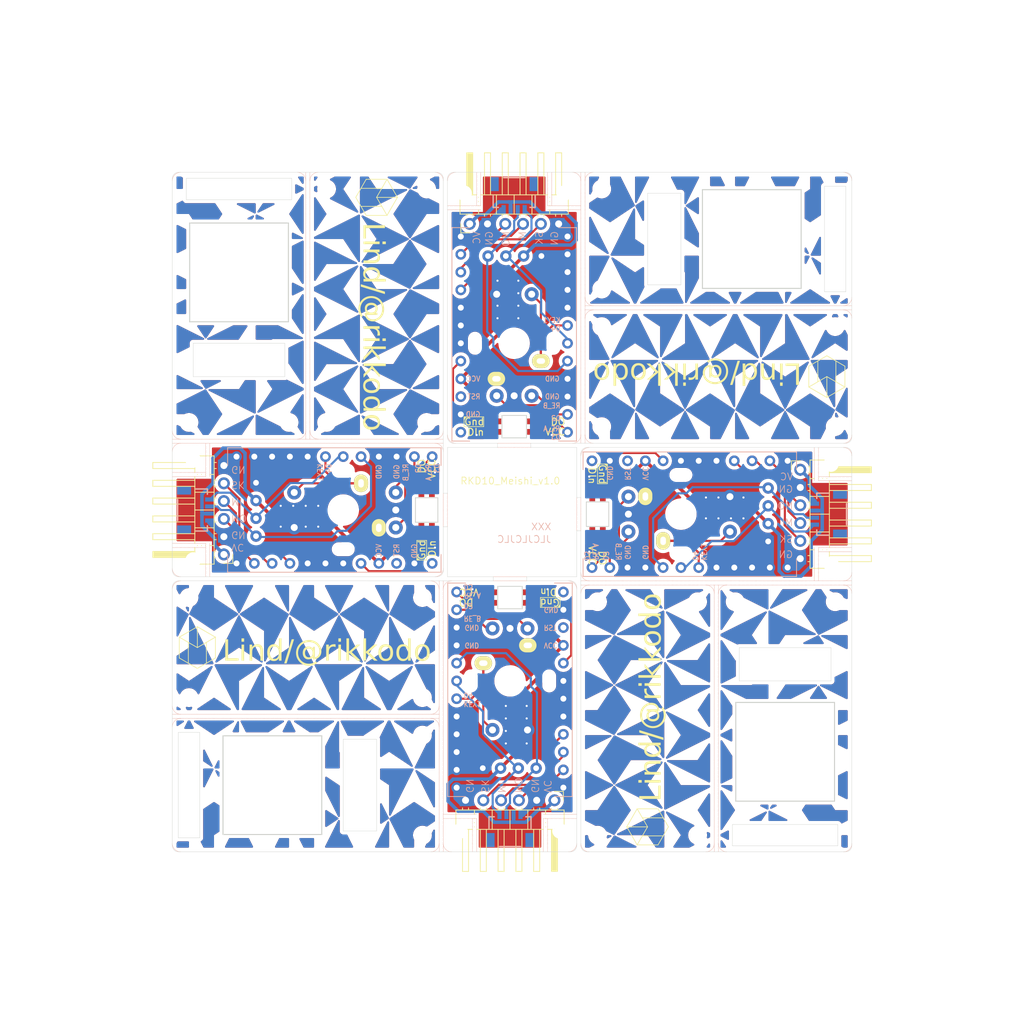
<source format=kicad_pcb>
(kicad_pcb (version 20241229) (generator "pcbnew") (generator_version "9.0")
  (layers (0 "F.Cu" signal) (2 "B.Cu" signal) (13 "F.Paste" user) (15 "B.Paste" user) (5 "F.SilkS" user "F.Silkscreen") (7 "B.SilkS" user "B.Silkscreen") (1 "F.Mask" user) (3 "B.Mask" user) (25 "Edge.Cuts" user))
  (net 0 "")
  (net 1 "SCL")
  (net 2 "VCC")
  (net 3 "KEY1")
  (net 4 "GND")
  (net 5 "MISO")
  (net 6 "LED")
  (net 7 "SDA")
  (net 8 "MOSI")
  (net 9 "RE_A")
  (net 10 "SCLK")
  (net 11 "RE_B")
  (footprint "Rikkodo_FootPrint:rkd_cutdot_no_edgecut_4" (layer "F.Cu") (at 160.139174 109.835228)
    (property "Reference" "REF**" (hide yes))
    (property "Value" "rkd_cutdot_no_edgecut_4" (hide yes))
  )
  (footprint "Rikkodo_FootPrint:rkd_cutdot_no_edgecut_1" (layer "F.Cu") (at 132.457495 52.982859 -90)
    (property "Reference" "REF**" (hide yes))
    (property "Value" "rkd_cutdot_no_edgecut_1" (hide yes))
  )
  (footprint "Rikkodo_FootPrint:rkd_cutdot_no_edgecut_1" (layer "F.Cu") (at 147.339939 57.150043 -90)
    (property "Reference" "REF**" (hide yes))
    (property "Value" "rkd_cutdot_no_edgecut_1" (hide yes))
  )
  (footprint "Rikkodo_FootPrint:rkd_cutdot_no_edgecut_4" (layer "F.Cu") (at 108.049343 83.343851 90)
    (property "Reference" "REF**" (hide yes))
    (property "Value" "rkd_cutdot_no_edgecut_4" (hide yes))
  )
  (footprint "Rikkodo_FootPrint:rkd_cutdot_no_edgecut_1" (layer "F.Cu") (at 89.892327 89.594627)
    (property "Reference" "REF**" (hide yes))
    (property "Value" "rkd_cutdot_no_edgecut_1" (hide yes))
  )
  (footprint "Rikkodo_FootPrint:rkd_cutdot_no_edgecut_4" (layer "F.Cu") (at 101.798594 128.885292 180)
    (property "Reference" "REF**" (hide yes))
    (property "Value" "rkd_cutdot_no_edgecut_4" (hide yes))
  )
  (footprint "Rikkodo_FootPrint:rkd_cutdot_no_edgecut_1" (layer "F.Cu") (at 180.677438 92.273524 90)
    (property "Reference" "REF**" (hide yes))
    (property "Value" "rkd_cutdot_no_edgecut_1" (hide yes))
  )
  (footprint "Rikkodo_FootPrint:rkd_cutdot_no_edgecut_1" (layer "F.Cu") (at 132.457495 51.792235 -90)
    (property "Reference" "REF**" (hide yes))
    (property "Value" "rkd_cutdot_no_edgecut_1" (hide yes))
  )
  (footprint "kbd_Hole:m2_Screw_Hole" (layer "F.Cu") (at 91.082945 86.915741 180)
    (property "Reference" "Ref**")
    (property "Value" "Val**")
  )
  (footprint "Rikkodo_FootPrint:rkd_cutdot_no_edgecut_1" (layer "F.Cu") (at 131.563836 143.17278)
    (property "Reference" "REF**" (hide yes))
    (property "Value" "rkd_cutdot_no_edgecut_1" (hide yes))
  )
  (footprint "Rikkodo_FootPrint:rkd_cutdot_no_edgecut_1" (layer "F.Cu") (at 93.761855 92.868485 -90)
    (property "Reference" "REF**" (hide yes))
    (property "Value" "rkd_cutdot_no_edgecut_1" (hide yes))
  )
  (footprint "Rikkodo_FootPrint:rkd_cutdot_no_edgecut_4" (layer "F.Cu") (at 176.80791 109.835228)
    (property "Reference" "REF**" (hide yes))
    (property "Value" "rkd_cutdot_no_edgecut_4" (hide yes))
  )
  (footprint "Rikkodo_FootPrint:rkd_cutdot_no_edgecut_1" (layer "F.Cu") (at 93.761855 90.487237 -90)
    (property "Reference" "REF**" (hide yes))
    (property "Value" "rkd_cutdot_no_edgecut_1" (hide yes))
  )
  (footprint "Rikkodo_FootPrint:rkd_cutdot_no_edgecut_1" (layer "F.Cu") (at 126.801671 89.594627)
    (property "Reference" "REF**" (hide yes))
    (property "Value" "rkd_cutdot_no_edgecut_1" (hide yes))
  )
  (footprint "Rikkodo_FootPrint:rkd_cutdot_no_edgecut_1" (layer "F.Cu") (at 180.677438 106.56137 90)
    (property "Reference" "REF**" (hide yes))
    (property "Value" "rkd_cutdot_no_edgecut_1" (hide yes))
  )
  (footprint "Rikkodo_FootPrint:rkd_cutdot_no_edgecut_1" (layer "F.Cu") (at 127.099354 131.564196 -90)
    (property "Reference" "REF**" (hide yes))
    (property "Value" "rkd_cutdot_no_edgecut_1" (hide yes))
  )
  (footprint "Rikkodo_FootPrint:rkd_cutdot_no_edgecut_1" (layer "F.Cu") (at 185.142278 94.952784 180)
    (property "Reference" "REF**" (hide yes))
    (property "Value" "rkd_cutdot_no_edgecut_1" (hide yes))
  )
  (footprint "kbd_Hole:m2_Screw_Hole" (layer "F.Cu") (at 182.760982 107.1564)
    (property "Reference" "Ref**")
    (property "Value" "Val**")
  )
  (footprint "Rikkodo_FootPrint:rkd_cutdot_no_edgecut_4" (layer "F.Cu") (at 108.049343 59.531371 90)
    (property "Reference" "REF**" (hide yes))
    (property "Value" "rkd_cutdot_no_edgecut_4" (hide yes))
  )
  (footprint "kbd_Hole:m2_Screw_Hole" (layer "F.Cu") (at 129.778182 145.256324 -90)
    (property "Reference" "Ref**")
    (property "Value" "Val**")
  )
  (footprint "Rikkodo_FootPrint:rkd_cutdot_no_edgecut_1" (layer "F.Cu") (at 179.78447 109.835228 180)
    (property "Reference" "REF**" (hide yes))
    (property "Value" "rkd_cutdot_no_edgecut_1" (hide yes))
  )
  (footprint "Rikkodo_FootPrint:rkd_cutdot_no_edgecut_1" (layer "F.Cu") (at 183.951654 94.952784 180)
    (property "Reference" "REF**" (hide yes))
    (property "Value" "rkd_cutdot_no_edgecut_1" (hide yes))
  )
  (footprint "Rikkodo_FootPrint:rkd_cutdot_no_edgecut_1" (layer "F.Cu") (at 93.761855 91.677861 -90)
    (property "Reference" "REF**" (hide yes))
    (property "Value" "rkd_cutdot_no_edgecut_1" (hide yes))
  )
  (footprint "kbd_Hole:m2_Screw_Hole" (layer "F.Cu") (at 91.082761 111.918748 -90)
    (property "Reference" "Ref**")
    (property "Value" "Val**")
  )
  (footprint "Rikkodo_FootPrint:rkd_cutdot_no_edgecut_1" (layer "F.Cu") (at 180.677438 94.654772 90)
    (property "Reference" "REF**" (hide yes))
    (property "Value" "rkd_cutdot_no_edgecut_1" (hide yes))
  )
  (footprint "Rikkodo_FootPrint:rkd_cutdot_no_edgecut_4" (layer "F.Cu") (at 153.590715 70.544563)
    (property "Reference" "REF**" (hide yes))
    (property "Value" "rkd_cutdot_no_edgecut_4" (hide yes))
  )
  (footprint "kbd_Hole:m2_Screw_Hole" (layer "F.Cu") (at 163.710918 112.514114)
    (property "Reference" "Ref**")
    (property "Value" "Val**")
  )
  (footprint "kbd_Hole:m2_Screw_Hole" (layer "F.Cu") (at 182.76103 92.868836)
    (property "Reference" "Ref**")
    (property "Value" "Val**")
  )
  (footprint "Rikkodo_FootPrint:rkd_cutdot_no_edgecut_1" (layer "F.Cu") (at 127.099354 142.279812 90)
    (property "Reference" "REF**" (hide yes))
    (property "Value" "rkd_cutdot_no_edgecut_1" (hide yes))
  )
  (footprint "Rikkodo_FootPrint:rkd_cutdot_no_edgecut_4" (layer "F.Cu") (at 166.38995 120.8485 -90)
    (property "Reference" "REF**" (hide yes))
    (property "Value" "rkd_cutdot_no_edgecut_4" (hide yes))
  )
  (footprint "Rikkodo_FootPrint:rkd_cutdot_no_edgecut_1" (layer "F.Cu") (at 111.323559 89.594627)
    (property "Reference" "REF**" (hide yes))
    (property "Value" "rkd_cutdot_no_edgecut_1" (hide yes))
  )
  (footprint "Rikkodo_FootPrint:rkd_cutdot_no_edgecut_1" (layer "F.Cu") (at 143.470434 143.17278)
    (property "Reference" "REF**" (hide yes))
    (property "Value" "rkd_cutdot_no_edgecut_1" (hide yes))
  )
  (footprint "Rikkodo_FootPrint:rkd_cutdot_no_edgecut_1" (layer "F.Cu") (at 93.761855 104.775083 -90)
    (property "Reference" "REF**" (hide yes))
    (property "Value" "rkd_cutdot_no_edgecut_1" (hide yes))
  )
  (footprint "Rikkodo_FootPrint:rkd_cutdot_no_edgecut_1" (layer "F.Cu") (at 91.678263 104.477071)
    (property "Reference" "REF**" (hide yes))
    (property "Value" "rkd_cutdot_no_edgecut_1" (hide yes))
  )
  (footprint "Rikkodo_FootPrint:rkd_cutdot_no_edgecut_4" (layer "F.Cu") (at 147.339939 76.795339 90)
    (property "Reference" "REF**" (hide yes))
    (property "Value" "rkd_cutdot_no_edgecut_4" (hide yes))
  )
  (footprint "Rikkodo_FootPrint:rkd_cutdot_no_edgecut_4" (layer "F.Cu") (at 166.38995 139.898484 -90)
    (property "Reference" "REF**" (hide yes))
    (property "Value" "rkd_cutdot_no_edgecut_4" (hide yes))
  )
  (footprint "Rikkodo_FootPrint:rkd_cutdot_no_edgecut_4" (layer "F.Cu") (at 147.339939 81.557835 90)
    (property "Reference" "REF**" (hide yes))
    (property "Value" "rkd_cutdot_no_edgecut_4" (hide yes))
  )
  (footprint "Rikkodo_FootPrint:rkd_cutdot_no_edgecut_1" (layer "F.Cu") (at 108.049343 87.511035 -90)
    (property "Reference" "REF**" (hide yes))
    (property "Value" "rkd_cutdot_no_edgecut_1" (hide yes))
  )
  (footprint "BrownSugar_KBD:RotaryEncoder_EC11-Switch" (layer "F.Cu") (at 161.329732 100.01265 -90)
    (property "Reference" "SW1" (hide yes))
    (property "Value" "RotaryEncoder_Switch")
  )
  (footprint "Rikkodo_FootPrint:rkd_cutdot_no_edgecut_4" (layer "F.Cu") (at 166.38995 125.610996 -90)
    (property "Reference" "REF**" (hide yes))
    (property "Value" "rkd_cutdot_no_edgecut_4" (hide yes))
  )
  (footprint "Rikkodo_FootPrint:rkd_cutdot_no_edgecut_1" (layer "F.Cu") (at 108.049343 88.701659 90)
    (property "Reference" "REF**" (hide yes))
    (property "Value" "rkd_cutdot_no_edgecut_1" (hide yes))
  )
  (footprint "Rikkodo_FootPrint:rkd_cutdot_no_edgecut_1" (layer "F.Cu") (at 93.761855 107.156331 -90)
    (property "Reference" "REF**" (hide yes))
    (property "Value" "rkd_cutdot_no_edgecut_1" (hide yes))
  )
  (footprint "Rikkodo_FootPrint:rkd_cutdot_no_edgecut_1" (layer "F.Cu") (at 141.981798 147.63762 90)
    (property "Reference" "REF**" (hide yes))
    (property "Value" "rkd_cutdot_no_edgecut_1" (hide yes))
  )
  (footprint "Rikkodo_FootPrint:rkd_cutdot_no_edgecut_1" (layer "F.Cu") (at 92.273575 89.594627)
    (property "Reference" "REF**" (hide yes))
    (property "Value" "rkd_cutdot_no_edgecut_1" (hide yes))
  )
  (footprint "Rikkodo_FootPrint:rkd_cutdot_no_edgecut_1" (layer "F.Cu") (at 146.447329 56.257075 180)
    (property "Reference" "REF**" (hide yes))
    (property "Value" "rkd_cutdot_no_edgecut_1" (hide yes))
  )
  (footprint "Rikkodo_FootPrint:rkd_cutdot_no_edgecut_4" (layer "F.Cu") (at 97.631383 89.594627 180)
    (property "Reference" "REF**" (hide yes))
    (property "Value" "rkd_cutdot_no_edgecut_4" (hide yes))
  )
  (footprint "Connector_PinHeader_2.54mm:PinHeader_1x06_P2.54mm_Horizontal" (layer "F.Cu") (at 178.375982 93.66265)
    (property "Reference" "J1" (hide yes))
    (property "Value" "Conn_01x06")
  )
  (footprint "Rikkodo_FootPrint:rkd_cutdot_no_edgecut_4" (layer "F.Cu") (at 106.56109 128.885292 180)
    (property "Reference" "REF**" (hide yes))
    (property "Value" "rkd_cutdot_no_edgecut_4" (hide yes))
  )
  (footprint "kbd_SW_Hole:SW_Hole_1u" (layer "F.Cu") (at 176.212491 133.945561 -90)
    (property "Reference" "SW2" (hide yes))
    (property "Value" "KEY_SWITCH" (hide yes))
    (fp_line (start -7.05 7.05) (end -7.05 -7.05) (stroke (width 0.15)) (layer "Edge.Cuts"))
    (fp_line (start 7.05 7.05) (end -7.05 7.05) (stroke (width 0.15)) (layer "Edge.Cuts"))
    (fp_line (start -7.05 -7.05) (end 7.05 -7.05) (stroke (width 0.15)) (layer "Edge.Cuts"))
    (fp_line (start 7.05 -7.05) (end 7.05 7.05) (stroke (width 0.15)) (layer "Edge.Cuts"))
  )
  (footprint "kbd_Hole:m2_Screw_Hole" (layer "F.Cu") (at 124.420468 111.91876 -90)
    (property "Reference" "Ref**")
    (property "Value" "Val**")
  )
  (footprint "Rikkodo_FootPrint:rkd_cutdot_no_edgecut_1" (layer "F.Cu") (at 166.38995 111.91882 90)
    (property "Reference" "REF**" (hide yes))
    (property "Value" "rkd_cutdot_no_edgecut_1" (hide yes))
  )
  (footprint "kbd_Hole:m2_Screw_Hole" (layer "F.Cu") (at 105.370445 86.915741 180)
    (property "Reference" "Ref**")
    (property "Value" "Val**")
  )
  (footprint "Rikkodo_FootPrint:rkd_cutdot_no_edgecut_1" (layer "F.Cu") (at 89.297042 128.885292 180)
    (property "Reference" "REF**" (hide yes))
    (property "Value" "rkd_cutdot_no_edgecut_1" (hide yes))
  )
  (footprint "Rikkodo_FootPrint:rkd_cutdot_no_edgecut_1" (layer "F.Cu") (at 144.066081 56.257075 180)
    (property "Reference" "REF**" (hide yes))
    (property "Value" "rkd_cutdot_no_edgecut_1" (hide yes))
  )
  (footprint "Rikkodo_FootPrint:rkd_cutdot_no_edgecut_1" (layer "F.Cu") (at 180.975094 109.835228 180)
    (property "Reference" "REF**" (hide yes))
    (property "Value" "rkd_cutdot_no_edgecut_1" (hide yes))
  )
  (footprint "Rikkodo_FootPrint:rkd_cutdot_no_edgecut_4" (layer "F.Cu") (at 108.049343 54.768875 90)
    (property "Reference" "REF**" (hide yes))
    (property "Value" "rkd_cutdot_no_edgecut_4" (hide yes))
  )
  (footprint "Rikkodo_FootPrint:rkd_cutdot_no_edgecut_1" (layer "F.Cu") (at 142.577443 55.364107 -90)
    (property "Reference" "REF**" (hide yes))
    (property "Value" "rkd_cutdot_no_edgecut_1" (hide yes))
  )
  (footprint "Rikkodo_FootPrint:rkd_cutdot_no_edgecut_1" (layer "F.Cu") (at 127.991964 143.17278)
    (property "Reference" "REF**" (hide yes))
    (property "Value" "rkd_cutdot_no_edgecut_1" (hide yes))
  )
  (footprint "Rikkodo_FootPrint:rkd_cutdot_no_edgecut_4" (layer "F.Cu") (at 108.049343 64.293867 90)
    (property "Reference" "REF**" (hide yes))
    (property "Value" "rkd_cutdot_no_edgecut_4" (hide yes))
  )
  (footprint "Rikkodo_FootPrint:rkd_cutdot_no_edgecut_1" (layer "F.Cu") (at 141.981798 146.446996 90)
    (property "Reference" "REF**" (hide yes))
    (property "Value" "rkd_cutdot_no_edgecut_1" (hide yes))
  )
  (footprint "BrownSugar_KBD:OLED_center_display" (layer "F.Cu") (at 82.153311 99.33783 90)
    (property "Reference" "OL1")
    (property "Value" "OLED")
  )
  (footprint "kbd_Hole:m2_Screw_Hole" (layer "F.Cu") (at 150.018825 73.223595 90)
    (property "Reference" "Ref**")
    (property "Value" "Val**")
  )
  (footprint "Rikkodo_FootPrint:rkd_cutdot_no_edgecut_1" (layer "F.Cu") (at 129.182588 143.17278)
    (property "Reference" "REF**" (hide yes))
    (property "Value" "rkd_cutdot_no_edgecut_1" (hide yes))
  )
  (footprint "Rikkodo_FootPrint:rkd_KeyHall_3ox15" (layer "F.Cu") (at 98.226695 53.578241)
    (property "Reference" "LED3" (hide yes))
    (property "Value" "LED_SK6812MINI-E" (hide yes))
    (fp_line (start -7.525 1.525) (end -7.525 -1.525) (stroke (width 0.05)) (layer "Edge.Cuts") (net 115965570))
    (fp_line (start 7.525 -1.525) (end -7.525 -1.525) (stroke (width 0.05)) (layer "Edge.Cuts") (net 115965570))
    (fp_line (start 7.525 -1.525) (end 7.525 1.525) (stroke (width 0.05)) (layer "Edge.Cuts") (net 115965570))
    (fp_line (start 7.525 1.525) (end -7.525 1.525) (stroke (width 0.05)) (layer "Edge.Cuts") (net 115965570))
  )
  (footprint "Rikkodo_FootPrint:rkd_cutdot_no_edgecut_4" (layer "F.Cu") (at 150.614182 109.835228)
    (property "Reference" "REF**" (hide yes))
    (property "Value" "rkd_cutdot_no_edgecut_4" (hide yes))
  )
  (footprint "Rikkodo_FootPrint:rkd_cutdot_no_edgecut_4" (layer "F.Cu") (at 119.062615 89.594627 180)
    (property "Reference" "REF**" (hide yes))
    (property "Value" "rkd_cutdot_no_edgecut_4" (hide yes))
  )
  (footprint "BrownSugar_KBD:RotaryEncoder_EC11-Switch" (layer "F.Cu") (at 136.921932 123.825074 180)
    (property "Reference" "SW1" (hide yes))
    (property "Value" "RotaryEncoder_Switch")
  )
  (footprint "Rikkodo_FootPrint:rkd_cutdot_no_edgecut_1" (layer "F.Cu") (at 142.577443 51.792235 -90)
    (property "Reference" "REF**" (hide yes))
    (property "Value" "rkd_cutdot_no_edgecut_1" (hide yes))
  )
  (footprint "Rikkodo_FootPrint:rkd_cutdot_no_edgecut_1" (layer "F.Cu") (at 142.875457 56.257075 180)
    (property "Reference" "REF**" (hide yes))
    (property "Value" "rkd_cutdot_no_edgecut_1" (hide yes))
  )
  (footprint "Rikkodo_FootPrint:rkd_cutdot_no_edgecut_4" (layer "F.Cu") (at 127.693928 99.417046 90)
    (property "Reference" "REF**" (hide yes))
    (property "Value" "rkd_cutdot_no_edgecut_4" (hide yes))
  )
  (footprint "kbd_Hole:m2_Screw_Hole" (layer "F.Cu") (at 144.661111 54.173531 90)
    (property "Reference" "Ref**")
    (property "Value" "Val**")
  )
  (footprint "Rikkodo_FootPrint:rkd_LOGO" (layer "F.Cu") (at 92.273602 119.062644)
    (property "Reference" "REF**" (hide yes))
    (property "Value" "rkd_LOGO" (hide yes))
  )
  (footprint "Rikkodo_FootPrint:rkd_cutdot_no_edgecut_4" (layer "F.Cu") (at 127.099354 139.303252 -90)
    (property "Reference" "REF**" (hide yes))
    (property "Value" "rkd_cutdot_no_edgecut_4" (hide yes))
  )
  (footprint "Rikkodo_FootPrint:rkd_cutdot_no_edgecut_4" (layer "F.Cu") (at 177.403195 70.544563)
    (property "Reference" "REF**" (hide yes))
    (property "Value" "rkd_cutdot_no_edgecut_4" (hide yes))
  )
  (footprint "kbd_SW:CherryMX_Solder_1u" (layer "F.Cu") (at 161.329732 100.01265 90)
    (property "Reference" "SW2" (hide yes))
    (property "Value" "SW_Push" (hide yes))
  )
  (footprint "Rikkodo_FootPrint:rkd_cutdot_no_edgecut_1" (layer "F.Cu") (at 91.082951 89.594627)
    (property "Reference" "REF**" (hide yes))
    (property "Value" "rkd_cutdot_no_edgecut_1" (hide yes))
  )
  (footprint "Rikkodo_FootPrint:rkd_cutdot_no_edgecut_1" (layer "F.Cu") (at 147.637622 109.835228 180)
    (property "Reference" "REF**" (hide yes))
    (property "Value" "rkd_cutdot_no_edgecut_1" (hide yes))
  )
  (footprint "Rikkodo_FootPrint:rkd_cutdot_no_edgecut_1" (layer "F.Cu") (at 129.778235 56.257075 180)
    (property "Reference" "REF**" (hide yes))
    (property "Value" "rkd_cutdot_no_edgecut_1" (hide yes))
  )
  (footprint "Rikkodo_FootPrint:rkd_cutdot_no_edgecut_1" (layer "F.Cu") (at 184.546966 109.835228 180)
    (property "Reference" "REF**" (hide yes))
    (property "Value" "rkd_cutdot_no_edgecut_1" (hide yes))
  )
  (footprint "Rikkodo_FootPrint:rkd_cutdot_no_edgecut_4" (layer "F.Cu") (at 111.323586 128.885292 180)
    (property "Reference" "REF**" (hide yes))
    (property "Value" "rkd_cutdot_no_edgecut_4" (hide yes))
  )
  (footprint "Rikkodo_FootPrint:rkd_cutdot_no_edgecut_1" (layer "F.Cu") (at 147.339939 55.959419 -90)
    (property "Reference" "REF**" (hide yes))
    (property "Value" "rkd_cutdot_no_edgecut_1" (hide yes))
  )
  (footprint "Rikkodo_FootPrint:rkd_cutdot_no_edgecut_1" (layer "F.Cu") (at 147.339939 54.768795 -90)
    (property "Reference" "REF**" (hide yes))
    (property "Value" "rkd_cutdot_no_edgecut_1" (hide yes))
  )
  (footprint "Rikkodo_FootPrint:rkd_cutdot_no_edgecut_1" (layer "F.Cu") (at 182.76103 94.952784 180)
    (property "Reference" "REF**" (hide yes))
    (property "Value" "rkd_cutdot_no_edgecut_1" (hide yes))
  )
  (footprint "Rikkodo_FootPrint:rkd_cutdot_no_edgecut_4" (layer "F.Cu") (at 167.878203 70.544563)
    (property "Reference" "REF**" (hide yes))
    (property "Value" "rkd_cutdot_no_edgecut_4" (hide yes))
  )
  (footprint "Rikkodo_FootPrint:rkd_cutdot_no_edgecut_1" (layer "F.Cu") (at 180.677438 107.751994 90)
    (property "Reference" "REF**" (hide yes))
    (property "Value" "rkd_cutdot_no_edgecut_1" (hide yes))
  )
  (footprint "Rikkodo_FootPrint:rkd_cutdot_no_edgecut_1" (layer "F.Cu") (at 132.457495 54.173483 -90)
    (property "Reference" "REF**" (hide yes))
    (property "Value" "rkd_cutdot_no_edgecut_1" (hide yes))
  )
  (footprint "Rikkodo_FootPrint:rkd_cutdot_no_edgecut_4" (layer "F.Cu") (at 127.099354 113.109524 -90)
    (property "Reference" "REF**" (hide yes))
    (property "Value" "rkd_cutdot_no_edgecut_4" (hide yes))
  )
  (footprint "Rikkodo_FootPrint:rkd_KeyHall_3ox15" (layer "F.Cu") (at 176.212598 145.851614 180)
    (property "Reference" "LED3" (hide yes))
    (property "Value" "LED_SK6812MINI-E" (hide yes))
    (fp_line (start 7.525 1.525) (end -7.525 1.525) (stroke (width 0.05)) (layer "Edge.Cuts"))
    (fp_line (start 7.525 -1.525) (end 7.525 1.525) (stroke (width 0.05)) (layer "Edge.Cuts"))
    (fp_line (start 7.525 -1.525) (end -7.525 -1.525) (stroke (width 0.05)) (layer "Edge.Cuts"))
    (fp_line (start -7.525 1.525) (end -7.525 -1.525) (stroke (width 0.05)) (layer "Edge.Cuts"))
  )
  (footprint "Rikkodo_FootPrint:rkd_cutdot_no_edgecut_1" (layer "F.Cu") (at 91.678263 94.357123)
    (property "Reference" "REF**" (hide yes))
    (property "Value" "rkd_cutdot_no_edgecut_1" (hide yes))
  )
  (footprint "kbd_Hole:m2_Screw_Hole" (layer "F.Cu") (at 183.356532 87.511107 90)
    (property "Reference" "Ref**")
    (property "Value" "Val**")
  )
  (footprint "kbd_Hole:m2_Screw_Hole" (layer "F.Cu") (at 149.423418 112.514114)
    (property "Reference" "Ref**")
    (property "Value" "Val**")
  )
  (footprint "Rikkodo_FootPrint:rkd_cutdot_no_edgecut_4" (layer "F.Cu") (at 108.049343 69.056363 90)
    (property "Reference" "REF**" (hide yes))
    (property "Value" "rkd_cutdot_no_edgecut_4" (hide yes))
  )
  (footprint "Rikkodo_FootPrint:rkd_cutdot_no_edgecut_1" (layer "F.Cu") (at 141.981798 145.256372 90)
    (property "Reference" "REF**" (hide yes))
    (property "Value" "rkd_cutdot_no_edgecut_1" (hide yes))
  )
  (footprint "Rikkodo_FootPrint:rkd_cutdot_no_edgecut_1" (layer "F.Cu") (at 89.297015 94.357123)
    (property "Reference" "REF**" (hide yes))
    (property "Value" "rkd_cutdot_no_edgecut_1" (hide yes))
  )
  (footprint "kbd_Hole:m2_Screw_Hole" (layer "F.Cu") (at 124.420468 131.56419 -90)
    (property "Reference" "Ref**")
    (property "Value" "Val**")
  )
  (footprint "Rikkodo_FootPrint:rkd_cutdot_no_edgecut_1" (layer "F.Cu") (at 145.851682 143.17278)
    (property "Reference" "REF**" (hide yes))
    (property "Value" "rkd_cutdot_no_edgecut_1" (hide yes))
  )
  (footprint "Rikkodo_FootPrint:rkd_cutdot_no_edgecut_4" (layer "F.Cu") (at 146.745365 100.012809 -90)
    (property "Reference" "REF**" (hide yes))
    (property "Value" "rkd_cutdot_no_edgecut_4" (hide yes))
  )
  (footprint "kbd_Hole:m2_Screw_Hole" (layer "F.Cu") (at 110.728387 53.578034 180)
    (property "Reference" "Ref**")
    (property "Value" "Val**")
  )
  (footprint "Rikkodo_FootPrint:rkd_cutdot_no_edgecut_1" (layer "F.Cu") (at 180.677438 93.464148 90)
    (property "Reference" "REF**" (hide yes))
    (property "Value" "rkd_cutdot_no_edgecut_1" (hide yes))
  )
  (footprint "Rikkodo_FootPrint:rkd_cutdot_no_edgecut_1" (layer "F.Cu") (at 127.099354 143.470436 90)
    (property "Reference" "REF**" (hide yes))
    (property "Value" "rkd_cutdot_no_edgecut_1" (hide yes))
  )
  (footprint "BrownSugar_KBD:RotaryEncoder_EC11-Switch" (layer "F.Cu") (at 113.109561 99.417205 90)
    (property "Reference" "SW1" (hide yes))
    (property "Value" "RotaryEncoder_Switch")
  )
  (footprint "Rikkodo_FootPrint:rkd_cutdot_no_edgecut_1" (layer "F.Cu") (at 150.614155 70.544563 180)
    (property "Reference" "REF**" (hide yes))
    (property "Value" "rkd_cutdot_no_edgecut_1" (hide yes))
  )
  (footprint "Rikkodo_FootPrint:rkd_cutdot_no_edgecut_4" (layer "F.Cu") (at 108.049343 73.818859 90)
    (property "Reference" "REF**" (hide yes))
    (property "Value" "rkd_cutdot_no_edgecut_4" (hide yes))
  )
  (footprint "kbd_Hole:m2_Screw_Hole" (layer "F.Cu") (at 183.356348 112.514114)
    (property "Reference" "Ref**")
    (property "Value" "Val**")
  )
  (footprint "Rikkodo_FootPrint:rkd_cutdot_no_edgecut_1" (layer "F.Cu") (at 181.570406 94.952784 180)
    (property "Reference" "REF**" (hide yes))
    (property "Value" "rkd_cutdot_no_edgecut_1" (hide yes))
  )
  (footprint "Rikkodo_FootPrint:rkd_cutdot_no_edgecut_4" (layer "F.Cu") (at 123.825111 89.594627 180)
    (property "Reference" "REF**" (hide yes))
    (property "Value" "rkd_cutdot_no_edgecut_4" (hide yes))
  )
  (footprint "Rikkodo_FootPrint:rkd_cutdot_no_edgecut_1" (layer "F.Cu") (at 90.487639 104.477071)
    (property "Reference" "REF**" (hide yes))
    (property "Value" "rkd_cutdot_no_edgecut_1" (hide yes))
  )
  (footprint "Rikkodo_FootPrint:rkd_LOGO" (layer "F.Cu") (at 182.165691 80.367211 180)
    (property "Reference" "REF**" (hide yes))
    (property "Value" "rkd_LOGO" (hide yes))
  )
  (footprint "Rikkodo_FootPrint:rkd_cutdot_no_edgecut_1" (layer "F.Cu") (at 144.661058 143.17278)
    (property "Reference" "REF**" (hide yes))
    (property "Value" "rkd_cutdot_no_edgecut_1" (hide yes))
  )
  (footprint "BrownSugar_KBD:OLED_center_display" (layer "F.Cu") (at 136.842557 154.781324 180)
    (property "Reference" "OL1")
    (property "Value" "OLED")
  )
  (footprint "Rikkodo_FootPrint:rkd_cutdot_no_edgecut_1" (layer "F.Cu") (at 128.587611 56.257075 180)
    (property "Reference" "REF**" (hide yes))
    (property "Value" "rkd_cutdot_no_edgecut_1" (hide yes))
  )
  (footprint "Rikkodo_FootPrint:rkd_cutdot_no_edgecut_4" (layer "F.Cu") (at 147.339939 86.320331 90)
    (property "Reference" "REF**" (hide yes))
    (property "Value" "rkd_cutdot_no_edgecut_4" (hide yes))
  )
  (footprint "Rikkodo_FootPrint:rkd_KeyHall_3ox15" (layer "F.Cu") (at 183.356325 60.721915 -90)
    (property "Reference" "LED3" (hide yes))
    (property "Value" "LED_SK6812MINI-E" (hide yes))
    (fp_line (start -7.525 1.525) (end -7.525 -1.525) (stroke (width 0.05)) (layer "Edge.Cuts"))
    (fp_line (start 7.525 1.525) (end -7.525 1.525) (stroke (width 0.05)) (layer "Edge.Cuts"))
    (fp_line (start 7.525 -1.525) (end 7.525 1.525) (stroke (width 0.05)) (layer "Edge.Cuts"))
    (fp_line (start 7.525 -1.525) (end -7.525 -1.525) (stroke (width 0.05)) (layer "Edge.Cuts"))
  )
  (footprint "Rikkodo_FootPrint:rkd_cutdot_no_edgecut_1" (layer "F.Cu") (at 185.142278 105.072732 180)
    (property "Reference" "REF**" (hide yes))
    (property "Value" "rkd_cutdot_no_edgecut_1" (hide yes))
  )
  (footprint "Rikkodo_FootPrint:rkd_cutdot_no_edgecut_1" (layer "F.Cu") (at 127.099354 110.132964 90)
    (property "Reference" "REF**" (hide yes))
    (property "Value" "rkd_cutdot_no_edgecut_1" (hide yes))
  )
  (footprint "Rikkodo_FootPrint:rkd_cutdot_no_edgecut_1" (layer "F.Cu") (at 131.86185 147.63762 90)
    (property "Reference" "REF**" (hide yes))
    (property "Value" "rkd_cutdot_no_edgecut_1" (hide yes))
  )
  (footprint "Rikkodo_FootPrint:rkd_cutdot_no_edgecut_1" (layer "F.Cu") (at 127.099354 125.611076 90)
    (property "Reference" "REF**" (hide yes))
    (property "Value" "rkd_cutdot_no_edgecut_1" (hide yes))
  )
  (footprint "kbd_Hole:m2_Screw_Hole" (layer "F.Cu") (at 91.678263 106.561019 180)
    (property "Reference" "Ref**")
    (property "Value" "Val**")
  )
  (footprint "Rikkodo_FootPrint:rkd_cutdot_no_edgecut_1" (layer "F.Cu") (at 127.099354 145.851684 90)
    (property "Reference" "REF**" (hide yes))
    (property "Value" "rkd_cutdot_no_edgecut_1" (hide yes))
  )
  (footprint "Rikkodo_FootPrint:rkd_cutdot_no_edgecut_4" (layer "F.Cu") (at 120.848578 128.885292 180)
    (property "Reference" "REF**" (hide yes))
    (property "Value" "rkd_cutdot_no_edgecut_4" (hide yes))
  )
  (footprint "Rikkodo_FootPrint:rkd_cutdot_no_edgecut_1" (layer "F.Cu") (at 132.457495 55.364107 -90)
    (property "Reference" "REF**" (hide yes))
    (property "Value" "rkd_cutdot_no_edgecut_1" (hide yes))
  )
  (footprint "Rikkodo_FootPrint:rkd_cutdot_no_edgecut_1" (layer "F.Cu") (at 132.159483 56.257075 180)
    (property "Reference" "REF**" (hide yes))
    (property "Value" "rkd_cutdot_no_edgecut_1" (hide yes))
  )
  (footprint "Rikkodo_FootPrint:rkd_cutdot_no_edgecut_4" (layer "F.Cu") (at 127.100066 128.587863 -90)
    (property "Reference" "REF**" (hide yes))
    (property "Value" "rkd_cutdot_no_edgecut_4" (hide yes))
  )
  (footprint "Rikkodo_FootPrint:rkd_cutdot_no_edgecut_1" (layer "F.Cu") (at 93.761855 108.346955 -90)
    (property "Reference" "REF**" (hide yes))
    (property "Value" "rkd_cutdot_no_edgecut_1" (hide yes))
  )
  (footprint "kbd_SW_Hole:SW_Hole_1u" (layer "F.Cu") (at 102.989021 138.707833 180)
    (property "Reference" "SW2" (hide yes))
    (property "Value" "KEY_SWITCH" (hide yes))
    (fp_line (start 7.05 7.05) (end -7.05 7.05) (stroke (width 0.15)) (layer "Edge.Cuts"))
    (fp_line (start 7.05 -7.05) (end 7.05 7.05) (stroke (width 0.15)) (layer "Edge.Cuts"))
    (fp_line (start -7.05 7.05) (end -7.05 -7.05) (stroke (width 0.15)) (layer "Edge.Cuts"))
    (fp_line (start -7.05 -7.05) (end 7.05 -7.05) (stroke (width 0.15)) (layer "Edge.Cuts"))
  )
  (footprint "Rikkodo_FootPrint:rkd_cutdot_no_edgecut_1" (layer "F.Cu") (at 142.27981 143.17278)
    (property "Reference" "REF**" (hide yes))
    (property "Value" "rkd_cutdot_no_edgecut_1" (hide yes))
  )
  (footprint "Rikkodo_FootPrint:rkd_cutdot_no_edgecut_1_2" (layer "F.Cu") (at 88.999359 89.594627 180)
    (property "Reference" "REF**" (hide yes))
    (property "Value" "rkd_cutdot_no_edgecut_1_2" (hide yes))
  )
  (footprint "Connector_PinHeader_2.54mm:PinHeader_1x06_P2.54mm_Horizontal" (layer "F.Cu") (at 143.271932 140.871324 -90)
    (property "Reference" "J1" (hide yes))
    (property "Value" "Conn_01x06")
  )
  (footprint "Rikkodo_FootPrint:rkd_cutdot_no_edgecut_4" (layer "F.Cu") (at 147.339939 60.126603 90)
    (property "Reference" "REF**" (hide yes))
    (property "Value" "rkd_cutdot_no_edgecut_4" (hide yes))
  )
  (footprint "kbd_Hole:m2_Screw_Hole" (layer "F.Cu") (at 183.356532 73.223607 90)
    (property "Reference" "Ref**")
    (property "Value" "Val**")
  )
  (footprint "Rikkodo_FootPrint:rkd_cutdot_no_edgecut_1" (layer "F.Cu") (at 145.256705 56.257075 180)
    (property "Reference" "REF**" (hide yes))
    (property "Value" "rkd_cutdot_no_edgecut_1" (hide yes))
  )
  (footprint "Rikkodo_FootPrint:rkd_cutdot_no_edgecut_4" (layer "F.Cu") (at 182.165691 70.544563)
    (property "Reference" "REF**" (hide yes))
    (property "Value" "rkd_cutdot_no_edgecut_4" (hide yes))
  )
  (footprint "Rikkodo_FootPrint:rkd_KeyHall_3ox15" (layer "F.Cu") (at 91.082968 138.70794 90)
    (property "Reference" "LED3" (hide yes))
    (property "Value" "LED_SK6812MINI-E" (hide yes))
    (fp_line (start 7.525 -1.525) (end -7.525 -1.525) (stroke (width 0.05)) (layer "Edge.Cuts"))
    (fp_line (start 7.525 -1.525) (end 7.525 1.525) (stroke (width 0.05)) (layer "Edge.Cuts"))
    (fp_line (start 7.525 1.525) (end -7.525 1.525) (stroke (width 0.05)) (layer "Edge.Cuts"))
    (fp_line (start -7.525 1.525) (end -7.525 -1.525) (stroke (width 0.05)) (layer "Edge.Cuts"))
  )
  (footprint "kbd_Hole:m2_Screw_Hole" (layer "F.Cu") (at 150.018825 53.578165 90)
    (property "Reference" "Ref**")
    (property "Value" "Val**")
  )
  (footprint "kbd_Hole:m2_Screw_Hole" (layer "F.Cu") (at 91.678311 92.273455 180)
    (property "Reference" "Ref**")
    (property "Value" "Val**")
  )
  (footprint "Rikkodo_FootPrint:rkd_cutdot_no_edgecut_1" (layer "F.Cu") (at 127.099354 147.042308 90)
    (property "Reference" "REF**" (hide yes))
    (property "Value" "rkd_cutdot_no_edgecut_1" (hide yes))
  )
  (footprint "kbd_SW:CherryMX_Solder_1u" (layer "F.Cu") (at 137.517361 75.604781 180)
    (property "Reference" "SW2" (hide yes))
    (property "Value" "SW_Push" (hide yes))
  )
  (footprint "Rikkodo_FootPrint:rkd_cutdot_no_edgecut_1" (layer "F.Cu") (at 92.868887 94.357123)
    (property "Reference" "REF**" (hide yes))
    (property "Value" "rkd_cutdot_no_edgecut_1" (hide yes))
  )
  (footprint "BrownSugar_KBD:OLED_center_display" (layer "F.Cu") (at 192.285982 100.092025 -90)
    (property "Reference" "OL1")
    (property "Value" "OLED")
  )
  (footprint "Rikkodo_FootPrint:rkd_cutdot_no_edgecut_1" (layer "F.Cu") (at 181.570406 105.072732 180)
    (property "Reference" "REF**" (hide yes))
    (property "Value" "rkd_cutdot_no_edgecut_1" (hide yes))
  )
  (footprint "Rikkodo_FootPrint:rkd_cutdot_no_edgecut_1" (layer "F.Cu") (at 90.487639 94.357123)
    (property "Reference" "REF**" (hide yes))
    (property "Value" "rkd_cutdot_no_edgecut_1" (hide yes))
  )
  (footprint "kbd_Hole:m2_Screw_Hole" (layer "F.Cu") (at 169.068848 112.514114)
    (property "Reference" "Ref**")
    (property "Value" "Val**")
  )
  (footprint "Rikkodo_FootPrint:rkd_cutdot_no_edgecut_1" (layer "F.Cu") (at 108.049343 86.320411 -90)
    (property "Reference" "REF**" (hide yes))
    (property "Value" "rkd_cutdot_no_edgecut_1" (hide yes))
  )
  (footprint "Rikkodo_FootPrint:rkd_cutdot_no_edgecut_1" (layer "F.Cu") (at 180.677438 105.370746 90)
    (property "Reference" "REF**" (hide yes))
    (property "Value" "rkd_cutdot_no_edgecut_1" (hide yes))
  )
  (footprint "Rikkodo_FootPrint:rkd_cutdot_no_edgecut_1" (layer "F.Cu") (at 148.232907 70.544563)
    (property "Reference" "REF**" (hide yes))
    (property "Value" "rkd_cutdot_no_edgecut_1" (hide yes))
  )
  (footprint "Rikkodo_FootPrint:rkd_cutdot_no_edgecut_4" (layer "F.Cu") (at 127.099354 134.540756 -90)
    (property "Reference" "REF**" (hide yes))
    (property "Value" "rkd_cutdot_no_edgecut_4" (hide yes))
  )
  (footprint "Rikkodo_FootPrint:rkd_cutdot_no_edgecut_1" (layer "F.Cu") (at 130.968859 56.257075 180)
    (property "Reference" "REF**" (hide yes))
    (property "Value" "rkd_cutdot_no_edgecut_1" (hide yes))
  )
  (footprint "Rikkodo_FootPrint:rkd_LOGO" (layer "F.Cu") (at 117.871991 54.768875 -90)
    (property "Reference" "REF**" (hide yes))
    (property "Value" "rkd_LOGO" (hide yes))
  )
  (footprint "Rikkodo_FootPrint:rkd_cutdot_no_edgecut_1" (layer "F.Cu") (at 182.76103 105.072732 180)
    (property "Reference" "REF**" (hide yes))
    (property "Value" "rkd_cutdot_no_edgecut_1" (hide yes))
  )
  (footprint "Rikkodo_FootPrint:rkd_cutdot_no_edgecut_1" (layer "F.Cu") (at 169.068854 109.835228)
    (property "Reference" "REF**" (hide yes))
    (property "Value" "rkd_cutdot_no_edgecut_1" (hide yes))
  )
  (footprint "BrownSugar_KBD:OLED_center_display" (layer "F.Cu") (at 137.596736 44.648531)
    (property "Reference" "OL1")
    (property "Value" "OLED")
  )
  (footprint "Rikkodo_FootPrint:rkd_cutdot_no_edgecut_1" (layer "F.Cu") (at 125.015762 128.885292)
    (property "Reference" "REF**" (hide yes))
    (property "Value" "rkd_cutdot_no_edgecut_1" (hide yes))
  )
  (footprint "Rikkodo_FootPrint:rkd_cutdot_no_edgecut_4" (layer "F.Cu") (at 166.38995 135.135988 -90)
    (property "Reference" "REF**" (hide yes))
    (property "Value" "rkd_cutdot_no_edgecut_4" (hide yes))
  )
  (footprint "Rikkodo_FootPrint:rkd_cutdot_no_edgecut_1" (layer "F.Cu") (at 183.356342 109.835228 180)
    (property "Reference" "REF**" (hide yes))
    (property "Value" "rkd_cutdot_no_edgecut_1" (hide yes))
  )
  (footprint "kbd_Hole:m2_Screw_Hole" (layer "F.Cu") (at 163.710906 145.851821)
    (property "Reference" "Ref**")
    (property "Value" "Val**")
  )
  (footprint "Rikkodo_FootPrint:rkd_cutdot_no_edgecut_4" (layer "F.Cu") (at 92.273602 128.885292 180)
    (property "Reference" "REF**" (hide yes))
    (property "Value" "rkd_cutdot_no_edgecut_4" (hide yes))
  )
  (footprint "Rikkodo_FootPrint:rkd_cutdot_no_edgecut_1" (layer "F.Cu") (at 131.86185 144.065748 90)
    (property "Reference" "REF**" (hide yes))
    (property "Value" "rkd_cutdot_no_edgecut_1" (hide yes))
  )
  (footprint "Rikkodo_FootPrint:rkd_cutdot_no_edgecut_4" (layer "F.Cu") (at 155.376678 109.835228)
    (property "Reference" "REF**" (hide yes))
    (property "Value" "rkd_cutdot_no_edgecut_4" (hide yes))
  )
  (footprint "Rikkodo_FootPrint:rkd_cutdot_no_edgecut_4" (layer "F.Cu") (at 114.300119 89.594627 180)
    (property "Reference" "REF**" (hide yes))
    (property "Value" "rkd_cutdot_no_edgecut_4" (hide yes))
  )
  (footprint "kbd_Hole:m2_Screw_Hole" (layer "F.Cu") (at 124.420468 126.20626 -90)
    (property "Reference" "Ref**")
    (property "Value" "Val**")
  )
  (footprint "kbd_Hole:m2_Screw_Hole" (layer "F.Cu") (at 150.018825 67.865665 90)
    (property "Reference" "Ref**")
    (property "Value" "Val**")
  )
  (footprint "kbd_SW:CherryMX_Solder_1u" (layer "F.Cu") (at 113.109561 99.417205 -90)
    (property "Reference" "SW2" (hide yes))
    (property "Value" "SW_Push" (hide yes))
  )
  (footprint "Rikkodo_FootPrint:rkd_cutdot_no_edgecut_1" (layer "F.Cu") (at 166.38995 147.63754 -90)
    (property "Reference" "REF**" (hide yes))
    (property "Value" "rkd_cutdot_no_edgecut_1" (hide yes))
  )
  (footprint "Rikkodo_FootPrint:rkd_cutdot_no_edgecut_4" (layer "F.Cu") (at 147.339227 70.841992 90)
    (property "Reference" "REF**" (hide yes))
    (property "Value" "rkd_cutdot_no_edgecut_4" (hide yes))
  )
  (footprint "Rikkodo_FootPrint:rkd_cutdot_no_edgecut_1" (layer "F.Cu") (at 180.677438 91.0829 90)
    (property "Reference" "REF**" (hide yes))
    (property "Value" "rkd_cutdot_no_edgecut_1" (hide yes))
  )
  (footprint "kbd_Hole:m2_Screw_Hole" (layer "F.Cu") (at 144.065746 145.256372 -90)
    (property "Reference" "Ref**")
    (property "Value" "Val**")
  )
  (footprint "Rikkodo_FootPrint:rkd_cutdot_no_edgecut_1" (layer "F.Cu") (at 131.86185 145.256372 90)
    (property "Reference" "REF**" (hide yes))
    (property "Value" "rkd_cutdot_no_edgecut_1" (hide yes))
  )
  (footprint "Rikkodo_FootPrint:rkd_cutdot_no_edgecut_1" (layer "F.Cu") (at 141.981798 144.065748 90)
    (property "Reference" "REF**" (hide yes))
    (property "Value" "rkd_cutdot_no_edgecut_1" (hide yes))
  )
  (footprint "Rikkodo_FootPrint:rkd_cutdot_no_edgecut_1_2" (layer "F.Cu") (at 185.439934 109.835228)
    (property "Reference" "REF**" (hide yes))
    (property "Value" "rkd_cutdot_no_edgecut_1_2" (hide yes))
  )
  (footprint "Rikkodo_FootPrint:rkd_cutdot_no_edgecut_1" (layer "F.Cu") (at 147.339939 67.865659 90)
    (property "Reference" "REF**" (hide yes))
    (property "Value" "rkd_cutdot_no_edgecut_1" (hide yes))
  )
  (footprint "Rikkodo_FootPrint:rkd_cutdot_no_edgecut_1" (layer "F.Cu") (at 147.339939 89.296891 -90)
    (property "Reference" "REF**" (hide yes))
    (property "Value" "rkd_cutdot_no_edgecut_1" (hide yes))
  )
  (footprint "Rikkodo_FootPrint:rkd_cutdot_no_edgecut_1" (layer "F.Cu") (at 180.677438 108.942618 90)
    (property "Reference" "REF**" (hide yes))
    (property "Value" "rkd_cutdot_no_edgecut_1" (hide yes))
  )
  (footprint "Rikkodo_FootPrint:rkd_cutdot_no_edgecut_1" (layer "F.Cu") (at 147.339939 73.818779 -90)
    (property "Reference" "REF**" (hide yes))
    (property "Value" "rkd_cutdot_no_edgecut_1" (hide yes))
  )
  (footprint "Rikkodo_FootPrint:rkd_cutdot_no_edgecut_4" (layer "F.Cu") (at 172.045414 109.835228)
    (property "Reference" "REF**" (hide yes))
    (property "Value" "rkd_cutdot_no_edgecut_4" (hide yes))
  )
  (footprint "Rikkodo_FootPrint:rkd_cutdot_no_edgecut_4" (layer "F.Cu") (at 166.38995 116.086004 -90)
    (property "Reference" "REF**" (hide yes))
    (property "Value" "rkd_cutdot_no_edgecut_4" (hide yes))
  )
  (footprint "Rikkodo_FootPrint:rkd_cutdot_no_edgecut_4" (layer "F.Cu") (at 166.38995 130.373492 -90)
    (property "Reference" "REF**" (hide yes))
    (property "Value" "rkd_cutdot_no_edgecut_4" (hide yes))
  )
  (footprint "Rikkodo_FootPrint:rkd_cutdot_no_edgecut_1" (layer "F.Cu") (at 105.370439 89.594627 180)
    (property "Reference" "REF**" (hide yes))
    (property "Value" "rkd_cutdot_no_edgecut_1" (hide yes))
  )
  (footprint "Rikkodo_FootPrint:rkd_cutdot_no_edgecut_1" (layer "F.Cu") (at 94.654823 89.594627)
    (property "Reference" "REF**" (hide yes))
    (property "Value" "rkd_cutdot_no_edgecut_1" (hide yes))
  )
  (footprint "Rikkodo_FootPrint:rkd_cutdot_no_edgecut_4" (layer "F.Cu") (at 108.049343 78.581355 90)
    (property "Reference" "REF**" (hide yes))
    (property "Value" "rkd_cutdot_no_edgecut_4" (hide yes))
  )
  (footprint "Rikkodo_FootPrint:rkd_cutdot_no_edgecut_1_2" (layer "F.Cu") (at 147.339939 51.494579 90)
    (property "Reference" "REF**" (hide yes))
    (property "Value" "rkd_cutdot_no_edgecut_1_2" (hide yes))
  )
  (footprint "Rikkodo_FootPrint:rkd_cutdot_no_edgecut_1" (layer "F.Cu") (at 123.825138 128.885292)
    (property "Reference" "REF**" (hide yes))
    (property "Value" "rkd_cutdot_no_edgecut_1" (hide yes))
  )
  (footprint "Rikkodo_FootPrint:rkd_cutdot_no_edgecut_4" (layer "F.Cu") (at 166.38995 144.66098 -90)
    (property "Reference" "REF**" (hide yes))
    (property "Value" "rkd_cutdot_no_edgecut_4" (hide yes))
  )
  (footprint "Rikkodo_FootPrint:rkd_cutdot_no_edgecut_4" (layer "F.Cu") (at 172.640699 70.544563)
    (property "Reference" "REF**" (hide yes))
    (property "Value" "rkd_cutdot_no_edgecut_4" (hide yes))
  )
  (footprint "Rikkodo_FootPrint:rkd_cutdot_no_edgecut_4" (layer "F.Cu") (at 137.51752 90.189148)
    (property "Reference" "REF**" (hide yes))
    (property "Value" "rkd_cutdot_no_edgecut_4" (hide yes))
  )
  (footprint "Connector_PinHeader_2.54mm:PinHeader_1x06_P2.54mm_Horizontal" (layer "F.Cu") (at 96.063311 105.767205 180)
    (property "Reference" "J1" (hide yes))
    (property "Value" "Conn_01x06")
  )
  (footprint "Rikkodo_FootPrint:rkd_cutdot_no_edgecut_4" (layer "F.Cu") (at 102.393879 89.594627 180)
    (property "Reference" "REF**" (hide yes))
    (property "Value" "rkd_cutdot_no_edgecut_4" (hide yes))
  )
  (footprint "Rikkodo_FootPrint:rkd_cutdot_no_edgecut_1" (layer "F.Cu") (at 108.049343 51.792315 90)
    (property "Reference" "REF**" (hide yes))
    (property "Value" "rkd_cutdot_no_edgecut_1" (hide yes))
  )
  (footprint "kbd_Hole:m2_Screw_Hole" (layer "F.Cu") (at 124.420468 145.85169 -90)
    (property "Reference" "Ref**")
    (property "Value" "Val**")
  )
  (footprint "Connector_PinHeader_2.54mm:PinHeader_1x06_P2.54mm_Horizontal" (layer "F.Cu") (at 131.167361 58.558531 90)
    (property "Reference" "J1" (hide yes))
    (property "Value" "Conn_01x06")
  )
  (footprint "Rikkodo_FootPrint:rkd_cutdot_no_edgecut_1" (layer "F.Cu") (at 126.206386 128.885292 180)
    (property "Reference" "REF**" (hide yes))
    (property "Value" "rkd_cutdot_no_edgecut_1" (hide yes))
  )
  (footprint "Rikkodo_FootPrint:rkd_cutdot_no_edgecut_1" (layer "F.Cu") (at 183.951654 105.072732 180)
    (property "Reference" "REF**" (hide yes))
    (property "Value" "rkd_cutdot_no_edgecut_1" (hide yes))
  )
  (footprint "Rikkodo_FootPrint:rkd_cutdot_no_edgecut_1" (layer "F.Cu") (at 142.577443 52.982859 -90)
    (property "Reference" "REF**" (hide yes))
    (property "Value" "rkd_cutdot_no_edgecut_1" (hide yes))
  )
  (footprint "Rikkodo_FootPrint:rkd_cutdot_no_edgecut_1" (layer "F.Cu") (at 185.142251 70.544563)
    (property "Reference" "REF**" (hide yes))
    (property "Value" "rkd_cutdot_no_edgecut_1" (hide yes))
  )
  (footprint "Rikkodo_FootPrint:rkd_cutdot_no_edgecut_4" (layer "F.Cu") (at 97.036098 128.885292 180)
    (property "Reference" "REF**" (hide yes))
    (property "Value" "rkd_cutdot_no_edgecut_4" (hide yes))
  )
  (footprint "kbd_Hole:m2_Screw_Hole" (layer "F.Cu") (at 91.082761 126.206248 -90)
    (property "Reference" "Ref**")
    (property "Value" "Val**")
  )
  (footprint "kbd_Hole:m2_Screw_Hole" (layer "F.Cu") (at 110.728375 86.915741 180)
    (property "Reference" "Ref**")
    (property "Value" "Val**")
  )
  (footprint "Rikkodo_FootPrint:rkd_cutdot_no_edgecut_1" (layer "F.Cu") (at 166.38995 110.728196 -90)
    (property "Reference" "REF**" (hide yes))
    (property "Value" "rkd_cutdot_no_edgecut_1" (hide yes))
  )
  (footprint "Rikkodo_FootPrint:rkd_cutdot_no_edgecut_1" (layer "F.Cu") (at 89.297015 104.477071)
    (property "Reference" "REF**" (hide yes))
    (property "Value" "rkd_cutdot_no_edgecut_1" (hide yes))
  )
  (footprint "Rikkodo_FootPrint:rkd_cutdot_no_edgecut_1" (layer "F.Cu") (at 131.86185 146.446996 90)
    (property "Reference" "REF**" (hide yes))
    (property "Value" "rkd_cutdot_no_edgecut_1" (hide yes))
  )
  (footprint "Rikkodo_FootPrint:rkd_LOGO" (layer "F.Cu") (at 156.567302 144.66098 90)
    (property "Reference" "REF**" (hide yes))
    (property "Value" "rkd_LOGO" (hide yes))
  )
  (footprint "Rikkodo_FootPrint:rkd_cutdot_no_edgecut_1" (layer "F.Cu") (at 92.868887 104.477071)
    (property "Reference" "REF**" (hide yes))
    (property "Value" "rkd_cutdot_no_edgecut_1" (hide yes))
  )
  (footprint "Rikkodo_FootPrint:rkd_cutdot_no_edgecut_4" (layer "F.Cu") (at 166.092521 109.834516)
    (property "Reference" "REF**" (hide yes))
    (property "Value" "rkd_cutdot_no_edgecut_4" (hide yes))
  )
  (footprint "Rikkodo_FootPrint:rkd_cutdot_no_edgecut_1_2" (layer "F.Cu") (at 127.099354 147.935276 -90)
    (property "Reference" "REF**" (hide yes))
    (property "Value" "rkd_cutdot_no_edgecut_1_2" (hide yes))
  )
  (footprint "Rikkodo_FootPrint:rkd_cutdot_no_edgecut_4" (layer "F.Cu") (at 127.099354 122.634516 -90)
    (property "Reference" "REF**" (hide yes))
    (property "Value" "rkd_cutdot_no_edgecut_4" (hide yes))
  )
  (footprint "kbd_Hole:m2_Screw_Hole" (layer "F.Cu") (at 125.015887 53.578034 180)
    (property "Reference" "Ref**")
    (property "Value" "Val**")
  )
  (footprint "Rikkodo_FootPrint:rkd_cutdot_no_edgecut_4" (layer "F.Cu") (at 158.353211 70.544563)
    (property "Reference" "REF**" (hide yes))
    (property "Value" "rkd_cutdot_no_edgecut_4" (hide yes))
  )
  (footprint "Rikkodo_FootPrint:rkd_cutdot_no_edgecut_1" (layer "F.Cu") (at 93.761855 94.059109 -90)
    (property "Reference" "REF**" (hide yes))
    (property "Value" "rkd_cutdot_no_edgecut_1" (hide yes))
  )
  (footprint "Rikkodo_FootPrint:rkd_cutdot_no_edgecut_1" (layer "F.Cu") (at 166.38995 113.109444 90)
    (property "Reference" "REF**" (hide yes))
    (property "Value" "rkd_cutdot_no_edgecut_1" (hide yes))
  )
  (footprint "Rikkodo_FootPrint:rkd_cutdot_no_edgecut_1" (layer "F.Cu") (at 142.577443 54.173483 -90)
    (property "Reference" "REF**" (hide yes))
    (property "Value" "rkd_cutdot_no_edgecut_1" (hide yes))
  )
  (footprint "Rikkodo_FootPrint:rkd_cutdot_no_edgecut_1" (layer "F.Cu") (at 182.165718 109.835228 180)
    (property "Reference" "REF**" (hide yes))
    (property "Value" "rkd_cutdot_no_edgecut_1" (hide yes))
  )
  (footprint "Rikkodo_FootPrint:rkd_cutdot_no_edgecut_4" (layer "F.Cu") (at 147.339939 64.889099 90)
    (property "Reference" "REF**" (hide yes))
    (property "Value" "rkd_cutdot_no_edgecut_4" (hide yes))
  )
  (footprint "Rikkodo_FootPrint:rkd_cutdot_no_edgecut_4" (layer "F.Cu") (at 136.921773 109.240707 180)
    (property "Reference" "REF**" (hide yes))
    (property "Value" "rkd_cutdot_no_edgecut_4" (hide yes))
  )
  (footprint "kbd_SW:CherryMX_Solder_1u" (layer "F.Cu") (at 136.921932 123.825074)
    (property "Reference" "SW2" (hide yes))
    (property "Value" "SW_Push" (hide yes))
  )
  (footprint "Rikkodo_FootPrint:rkd_cutdot_no_edgecut_1" (layer "F.Cu") (at 147.339939 52.387547 -90)
    (property "Reference" "REF**" (hide yes))
    (property "Value" "rkd_cutdot_no_edgecut_1" (hide yes))
  )
  (footprint "Rikkodo_FootPrint:rkd_cutdot_no_edgecut_4" (layer "F.Cu") (at 108.346772 89.595339 180)
    (property "Reference" "REF**" (hide yes))
    (property "Value" "rkd_cutdot_no_edgecut_4" (hide yes))
  )
  (footprint "Rikkodo_FootPrint:rkd_cutdot_no_edgecut_1" (layer "F.Cu") (at 147.339939 53.578171 -90)
    (property "Reference" "REF**" (hide yes))
    (property "Value" "rkd_cutdot_no_edgecut_1" (hide yes))
  )
  (footprint "kbd_SW_Hole:SW_Hole_1u" (layer "F.Cu") (at 171.450272 60.722022)
    (property "Reference" "SW2" (hide yes))
    (property "Value" "KEY_SWITCH" (hide yes))
    (fp_line (start -7.05 -7.05) (end 7.05 -7.05) (stroke (width 0.15)) (layer "Edge.Cuts"))
    (fp_line (start -7.05 7.05) (end -7.05 -7.05) (stroke (width 0.15)) (layer "Edge.Cuts"))
    (fp_line (start 7.05 -7.05) (end 7.05 7.05) (stroke (width 0.15)) (layer "Edge.Cuts"))
    (fp_line (start 7.05 7.05) (end -7.05 7.05) (stroke (width 0.15)) (layer "Edge.Cuts"))
  )
  (footprint "Rikkodo_FootPrint:rkd_cutdot_no_edgecut_1" (layer "F.Cu") (at 130.373212 143.17278)
    (property "Reference" "REF**" (hide yes))
    (property "Value" "rkd_cutdot_no_edgecut_1" (hide yes))
  )
  (footprint "Rikkodo_FootPrint:rkd_cutdot_no_edgecut_1" (layer "F.Cu") (at 93.464199 89.594627)
    (property "Reference" "REF**" (hide yes))
    (property "Value" "rkd_cutdot_no_edgecut_1" (hide yes))
  )
  (footprint "Rikkodo_FootPrint:rkd_cutdot_no_edgecut_4" (layer "F.Cu") (at 127.099354 117.87202 -90)
    (property "Reference" "REF**" (hide yes))
    (property "Value" "rkd_cutdot_no_edgecut_4" (hide yes))
  )
  (footprint "Rikkodo_FootPrint:rkd_cutdot_no_edgecut_4" (layer "F.Cu") (at 163.115707 70.544563)
    (property "Reference" "REF**" (hide yes))
    (property "Value" "rkd_cutdot_no_edgecut_4" (hide yes))
  )
  (footprint "kbd_Hole:m2_Screw_Hole" (layer "F.Cu") (at 149.423406 145.851821)
    (property "Reference" "Ref**")
    (property "Value" "Val**")
  )
  (footprint "kbd_SW_Hole:SW_Hole_1u" (layer "F.Cu") (at 98.226802 65.484294 90)
    (property "Reference" "SW2" (hide yes))
    (property "Value" "KEY_SWITCH" (hide yes))
    (fp_line (start 7.05 -7.05) (end 7.05 7.05) (stroke (width 0.15)) (layer "Edge.Cuts") (net 115965570))
    (fp_line (start -7.05 -7.05) (end 7.05 -7.05) (stroke (width 0.15)) (layer "Edge.Cuts") (net 115965570))
    (fp_line (start 7.05 7.05) (end -7.05 7.05) (stroke (width 0.15)) (layer "Edge.Cuts") (net 115965570))
    (fp_line (start -7.05 7.05) (end -7.05 -7.05) (stroke (width 0.15)) (layer "Edge.Cuts") (net 115965570))
  )
  (footprint "Rikkodo_FootPrint:rkd_cutdot_no_edgecut_1" (layer "F.Cu") (at 93.761855 105.965707 -90)
    (property "Reference" "REF**" (hide yes))
    (property "Value" "rkd_cutdot_no_edgecut_1" (hide yes))
  )
  (footprint "kbd_Hole:m2_Screw_Hole" (layer "F.Cu") (at 130.373547 54.173483 90)
    (property "Reference" "Ref**")
    (property "Value" "Val**")
  )
  (footprint "Rikkodo_FootPrint:rkd_cutdot_no_edgecut_1" (layer "F.Cu") (at 127.099354 144.66106 90)
    (property "Reference" "REF**" (hide yes))
    (property "Value" "rkd_cutdot_no_edgecut_1" (hide yes))
  )
  (footprint "BrownSugar_KBD:RotaryEncoder_EC11-Switch" (layer "F.Cu") (at 137.517361 75.604781)
    (property "Reference" "SW1" (hide yes))
    (property "Value" "RotaryEncoder_Switch")
  )
  (footprint "Rikkodo_FootPrint:rkd_cutdot_no_edgecut_1" (layer "F.Cu") (at 149.423531 70.544563 180)
    (property "Reference" "REF**" (hide yes))
    (property "Value" "rkd_cutdot_no_edgecut_1" (hide yes))
  )
  (footprint "Rikkodo_FootPrint:rkd_cutdot_no_edgecut_4" (layer "F.Cu") (at 116.086082 128.885292 180)
    (property "Reference" "REF**" (hide yes))
    (property "Value" "rkd_cutdot_no_edgecut_4" (hide yes))
  )
  (footprint "Rikkodo_FootPrint:rkd_cutdot_no_edgecut_1" (layer "F.Cu") (at 163.115734 109.835228 180)
    (property "Reference" "REF**" (hide yes))
    (property "Value" "rkd_cutdot_no_edgecut_1" (hide yes))
  )
  (footprint "kbd_Hole:m2_Screw_Hole" (layer "F.Cu") (at 125.015875 86.915741 180)
    (property "Reference" "Ref**")
    (property "Value" "Val**")
  )
  (footprint "kbd_Hole:m2_Screw_Hole" (layer "F.Cu") (at 150.018825 87.511095 90)
    (property "Reference" "Ref**")
    (property "Value" "Val**")
  )
  (footprint "SparkFun-Connector:JST_SMD_1.0mm-4_Black" (layer "B.Cu") (at 136.921932 142.875074 180)
    (property "Reference" "J3")
    (property "Value" "Qwiic_RA")
  )
  (footprint "BrownSugar_KBD:ProMicro_r" (layer "B.Cu") (at 136.921932 123.825074 180)
    (property "Reference" "U1" (hide yes))
    (property "Value" "ProMicro" (hide yes))
  )
  (footprint "BrownSugar_KBD:ProMicro_r" (layer "B.Cu") (at 137.517361 75.604781)
    (property "Reference" "U1" (hide yes))
    (property "Value" "ProMicro" (hide yes))
  )
  (footprint "kbd_Parts:LED_SK6812MINI-E_UG" (layer "B.Cu") (at 125.015811 99.417205 -90)
    (property "Reference" "LED1" (hide yes))
    (property "Value" "LED_SK6812MINI-E")
    (fp_line (start -1.75 1.6) (end 1.75 1.6) (stroke (width 0.12)) (layer "Edge.Cuts") (net 115965570))
    (fp_line (start 1.75 1.6) (end 1.75 -1.6) (stroke (width 0.12)) (layer "Edge.Cuts") (net 115965570))
    (fp_line (start -1.75 -1.6) (end -1.75 1.6) (stroke (width 0.12)) (layer "Edge.Cuts") (net 115965570))
    (fp_line (start 1.75 -1.6) (end -1.75 -1.6) (stroke (width 0.12)) (layer "Edge.Cuts") (net 115965570))
  )
  (footprint "kbd_Parts:LED_SK6812MINI-E_UG" (layer "B.Cu") (at 136.921932 111.918824)
    (property "Reference" "LED1" (hide yes))
    (property "Value" "LED_SK6812MINI-E")
    (fp_line (start -1.75 -1.6) (end -1.75 1.6) (stroke (width 0.12)) (layer "Edge.Cuts"))
    (fp_line (start -1.75 1.6) (end 1.75 1.6) (stroke (width 0.12)) (layer "Edge.Cuts"))
    (fp_line (start 1.75 -1.6) (end -1.75 -1.6) (stroke (width 0.12)) (layer "Edge.Cuts"))
    (fp_line (start 1.75 1.6) (end 1.75 -1.6) (stroke (width 0.12)) (layer "Edge.Cuts"))
  )
  (footprint "BrownSugar_KBD:ProMicro_r" (layer "B.Cu") (at 113.109561 99.417205 90)
    (property "Reference" "U1" (hide yes))
    (property "Value" "ProMicro" (hide yes))
  )
  (footprint "BrownSugar_KBD:ProMicro_r" (layer "B.Cu") (at 161.329732 100.01265 -90)
    (property "Reference" "U1" (hide yes))
    (property "Value" "ProMicro" (hide yes))
  )
  (footprint "SparkFun-Connector:JST_SMD_1.0mm-4_Black" (layer "B.Cu") (at 180.379732 100.01265 -90)
    (property "Reference" "J3")
    (property "Value" "Qwiic_RA")
  )
  (footprint "kbd_Parts:LED_SK6812MINI-E_UG" (layer "B.Cu") (at 149.423482 100.01265 90)
    (property "Reference" "LED1" (hide yes))
    (property "Value" "LED_SK6812MINI-E")
    (fp_line (start 1.75 -1.6) (end -1.75 -1.6) (stroke (width 0.12)) (layer "Edge.Cuts"))
    (fp_line (start -1.75 -1.6) (end -1.75 1.6) (stroke (width 0.12)) (layer "Edge.Cuts"))
    (fp_line (start 1.75 1.6) (end 1.75 -1.6) (stroke (width 0.12)) (layer "Edge.Cuts"))
    (fp_line (start -1.75 1.6) (end 1.75 1.6) (stroke (width 0.12)) (layer "Edge.Cuts"))
  )
  (footprint "SparkFun-Connector:JST_SMD_1.0mm-4_Black" (layer "B.Cu") (at 137.517361 56.554781)
    (property "Reference" "J3")
    (property "Value" "Qwiic_RA")
  )
  (footprint "kbd_Parts:LED_SK6812MINI-E_UG" (layer "B.Cu") (at 137.517361 87.511031 180)
    (property "Reference" "LED1" (hide yes))
    (property "Value" "LED_SK6812MINI-E")
    (fp_line (start 1.75 1.6) (end 1.75 -1.6) (stroke (width 0.12)) (layer "Edge.Cuts"))
    (fp_line (start 1.75 -1.6) (end -1.75 -1.6) (stroke (width 0.12)) (layer "Edge.Cuts"))
    (fp_line (start -1.75 1.6) (end 1.75 1.6) (stroke (width 0.12)) (layer "Edge.Cuts"))
    (fp_line (start -1.75 -1.6) (end -1.75 1.6) (stroke (width 0.12)) (layer "Edge.Cuts"))
  )
  (footprint "SparkFun-Connector:JST_SMD_1.0mm-4_Black" (layer "B.Cu") (at 94.059561 99.417205 90)
    (property "Reference" "J3")
    (property "Value" "Qwiic_RA")
  )
  (gr_arc (start 106.561184 51.196783) (mid 107.403146 51.545467) (end 107.751809 52.387408) (stroke (width 0.05)) (layer "B.SilkS"))
  (gr_arc (start 184.546882 110.132932) (mid 185.385182 110.477998) (end 185.737498 111.313273) (stroke (width 0.05)) (layer "B.SilkS"))
  (gr_arc (start 127.992424 52.387639) (mid 128.341149 51.545748) (end 129.183049 51.197014) (stroke (width 0.05)) (layer "B.SilkS"))
  (gr_arc (start 148.232857 109.53765) (mid 147.390965 109.188917) (end 147.042232 108.347025) (stroke (width 0.05)) (layer "B.SilkS"))
  (gr_arc (start 107.751809 88.106188) (mid 107.403076 88.948091) (end 106.561184 89.296813) (stroke (width 0.05)) (layer "B.SilkS"))
  (gr_arc (start 166.687484 111.323667) (mid 167.036217 110.481764) (end 167.878109 110.133042) (stroke (width 0.05)) (layer "B.SilkS"))
  (gr_arc (start 166.092169 147.042447) (mid 165.743395 147.884273) (end 164.901544 148.233072) (stroke (width 0.05)) (layer "B.SilkS"))
  (gr_arc (start 126.206436 89.892205) (mid 127.048328 90.240938) (end 127.397061 91.08283) (stroke (width 0.05)) (layer "B.SilkS"))
  (gr_arc (start 184.547158 70.842344) (mid 185.388984 71.191118) (end 185.737783 72.032969) (stroke (width 0.05)) (layer "B.SilkS"))
  (gr_arc (start 127.396932 110.728199) (mid 127.745665 109.886307) (end 128.587557 109.537574) (stroke (width 0.05)) (layer "B.SilkS"))
  (gr_arc (start 89.892419 108.942142) (mid 89.050528 108.593417) (end 88.701794 107.751517) (stroke (width 0.05)) (layer "B.SilkS"))
  (gr_arc (start 147.042155 111.323667) (mid 147.390886 110.481753) (end 148.23278 110.133042) (stroke (width 0.05)) (layer "B.SilkS"))
  (gr_arc (start 145.256307 109.537574) (mid 146.098199 109.886307) (end 146.446932 110.728199) (stroke (width 0.05)) (layer "B.SilkS"))
  (gr_arc (start 185.737783 88.701731) (mid 185.385317 89.547256) (end 184.53676 89.892379) (stroke (width 0.05)) (layer "B.SilkS"))
  (gr_arc (start 185.737498 147.042447) (mid 185.388761 147.884348) (end 184.546873 148.233072) (stroke (width 0.05)) (layer "B.SilkS"))
  (gr_arc (start 184.547158 51.197015) (mid 185.389059 51.545752) (end 185.737783 52.38764) (stroke (width 0.05)) (layer "B.SilkS"))
  (gr_arc (start 148.828378 89.892358) (mid 147.986464 89.543627) (end 147.637753 88.701733) (stroke (width 0.05)) (layer "B.SilkS"))
  (gr_arc (start 167.878109 148.233072) (mid 167.036147 147.884388) (end 166.687484 147.042447) (stroke (width 0.05)) (layer "B.SilkS"))
  (gr_arc (start 147.042232 91.678275) (mid 147.390965 90.836383) (end 148.232857 90.48765) (stroke (width 0.05)) (layer "B.SilkS"))
  (gr_arc (start 89.892135 148.23284) (mid 89.050234 147.884103) (end 88.70151 147.042215) (stroke (width 0.05)) (layer "B.SilkS"))
  (gr_arc (start 127.397138 88.106188) (mid 127.048407 88.948102) (end 126.206513 89.296813) (stroke (width 0.05)) (layer "B.SilkS"))
  (gr_arc (start 148.232782 148.233072) (mid 147.387257 147.880606) (end 147.042134 147.032049) (stroke (width 0.05)) (layer "B.SilkS"))
  (gr_arc (start 145.851659 51.196923) (mid 146.693556 51.545661) (end 147.042284 52.387548) (stroke (width 0.05)) (layer "B.SilkS"))
  (gr_arc (start 148.828378 70.247029) (mid 147.986475 69.898296) (end 147.637753 69.056404) (stroke (width 0.05)) (layer "B.SilkS"))
  (gr_arc (start 127.397061 107.75158) (mid 127.048328 108.593472) (end 126.206436 108.942205) (stroke (width 0.05)) (layer "B.SilkS"))
  (gr_arc (start 129.182986 89.892281) (mid 128.341094 89.543548) (end 127.992361 88.701656) (stroke (width 0.05)) (layer "B.SilkS"))
  (gr_arc (start 125.610915 129.182826) (mid 126.452818 129.531559) (end 126.80154 130.373451) (stroke (width 0.05)) (layer "B.SilkS"))
  (gr_arc (start 126.80165 147.042224) (mid 126.456584 147.880524) (end 125.621309 148.23284) (stroke (width 0.05)) (layer "B.SilkS"))
  (gr_arc (start 89.892135 128.587511) (mid 89.050309 128.238737) (end 88.70151 127.396886) (stroke (width 0.05)) (layer "B.SilkS"))
  (gr_arc (start 89.892411 89.296923) (mid 89.054111 88.951857) (end 88.701795 88.116582) (stroke (width 0.05)) (layer "B.SilkS"))
  (gr_arc (start 147.637643 52.387631) (mid 147.982709 51.549331) (end 148.817984 51.197015) (stroke (width 0.05)) (layer "B.SilkS"))
  (gr_arc (start 125.610915 109.537497) (mid 126.452829 109.886228) (end 126.80154 110.728122) (stroke (width 0.05)) (layer "B.SilkS"))
  (gr_arc (start 147.042361 88.701656) (mid 146.693628 89.543548) (end 145.851736 89.892281) (stroke (width 0.05)) (layer "B.SilkS"))
  (gr_arc (start 126.80154 127.396886) (mid 126.452823 128.238786) (end 125.610915 128.587511) (stroke (width 0.05)) (layer "B.SilkS"))
  (gr_arc (start 147.637753 72.032969) (mid 147.98647 71.191069) (end 148.828378 70.842344) (stroke (width 0.05)) (layer "B.SilkS"))
  (gr_arc (start 185.73759 108.346948) (mid 185.388852 109.188845) (end 184.546965 109.537573) (stroke (width 0.05)) (layer "B.SilkS"))
  (gr_arc (start 88.70151 130.373451) (mid 89.050194 129.531489) (end 89.892135 129.182826) (stroke (width 0.05)) (layer "B.SilkS"))
  (gr_arc (start 108.347124 52.387408) (mid 108.695898 51.545582) (end 109.537749 51.196783) (stroke (width 0.05)) (layer "B.SilkS"))
  (gr_arc (start 88.701703 91.082907) (mid 89.050441 90.24101) (end 89.892328 89.892282) (stroke (width 0.05)) (layer "B.SilkS"))
  (gr_arc (start 185.737783 69.056404) (mid 185.389099 69.898366) (end 184.547158 70.247029) (stroke (width 0.05)) (layer "B.SilkS"))
  (gr_arc (start 109.537749 89.296813) (mid 108.695849 88.948096) (end 108.347124 88.106188) (stroke (width 0.05)) (layer "B.SilkS"))
  (gr_arc (start 184.546874 90.487713) (mid 185.388765 90.836438) (end 185.737499 91.678338) (stroke (width 0.05)) (layer "B.SilkS"))
  (gr_arc (start 88.701795 52.387408) (mid 89.050532 51.545507) (end 89.89242 51.196783) (stroke (width 0.05)) (layer "B.SilkS"))
  (gr_arc (start 88.70151 110.728124) (mid 89.053976 109.882599) (end 89.902533 109.537476) (stroke (width 0.05)) (layer "B.SilkS"))
  (gr_arc (start 126.206511 51.196783) (mid 127.052036 51.549249) (end 127.397159 52.397806) (stroke (width 0.05)) (layer "B.SilkS"))
  (gr_arc (start 164.901544 110.133042) (mid 165.743444 110.481759) (end 166.092169 111.323667) (stroke (width 0.05)) (layer "B.SilkS"))
  (gr_arc (start 146.446869 147.042216) (mid 146.098144 147.884107) (end 145.256244 148.232841) (stroke (width 0.05)) (layer "B.SilkS"))
  (gr_arc (start 128.587634 148.232932) (mid 127.745737 147.884194) (end 127.397009 147.042307) (stroke (width 0.05)) (layer "B.SilkS"))
  (gr_line (start 147.04231 97.631332) (end 147.04231 91.3806) (stroke (width 0.05)) (layer "Edge.Cuts"))
  (gr_line (start 146.446998 108.942279) (end 139.30325 108.94234) (stroke (width 0.05)) (layer "Edge.Cuts"))
  (gr_line (start 169.664107 119.06265) (end 169.664107 123.82515) (stroke (width 0.05)) (layer "Edge.Cuts"))
  (gr_line (start 182.760982 123.82515) (end 169.664107 123.82515) (stroke (width 0.05)) (layer "Edge.Cuts"))
  (gr_line (start 135.136043 89.892203) (end 128.885311 89.892203) (stroke (width 0.05)) (layer "Edge.Cuts"))
  (gr_line (start 127.992295 101.798523) (end 127.992295 108.942279) (stroke (width 0.05)) (layer "Edge.Cuts"))
  (gr_arc (start 184.844622 90.487588) (mid 185.476035 90.749144) (end 185.73759 91.380556) (stroke (width 0.05)) (layer "Edge.Cuts"))
  (gr_line (start 91.678311 75.604705) (end 104.775186 75.604705) (stroke (width 0.05)) (layer "Edge.Cuts"))
  (gr_line (start 146.446994 147.339964) (end 146.446931 110.437033) (stroke (width 0.05)) (layer "Edge.Cuts"))
  (gr_line (start 182.760982 119.06265) (end 182.760982 123.82515) (stroke (width 0.05)) (layer "Edge.Cuts"))
  (gr_line (start 127.992295 90.487576) (end 135.136043 90.487515) (stroke (width 0.05)) (layer "Edge.Cuts"))
  (gr_line (start 146.447059 102.39382) (end 146.446998 108.942279) (stroke (width 0.05)) (layer "Edge.Cuts"))
  (gr_line (start 117.871932 145.256324) (end 117.871932 132.159449) (stroke (width 0.05)) (layer "Edge.Cuts"))
  (gr_line (start 127.992299 52.089891) (end 127.992362 88.992822) (stroke (width 0.05)) (layer "Edge.Cuts"))
  (gr_line (start 117.871932 145.256324) (end 113.109432 145.256324) (stroke (width 0.05)) (layer "Edge.Cuts"))
  (gr_line (start 89.604711 51.197003) (end 126.50417 51.196781) (stroke (width 0.05)) (layer "Edge.Cuts"))
  (gr_arc (start 128.885267 89.892203) (mid 128.253835 89.630649) (end 127.992299 88.999235) (stroke (width 0.05)) (layer "Edge.Cuts"))
  (gr_line (start 128.885267 51.19692) (end 184.844595 51.196923) (stroke (width 0.05)) (layer "Edge.Cuts"))
  (gr_arc (start 145.554026 109.537652) (mid 146.185458 109.799206) (end 146.446994 110.43062) (stroke (width 0.05)) (layer "Edge.Cuts"))
  (gr_line (start 117.871932 132.159449) (end 113.109432 132.159449) (stroke (width 0.05)) (layer "Edge.Cuts"))
  (gr_line (start 147.04231 97.631332) (end 146.446998 97.631332) (stroke (width 0.05)) (layer "Edge.Cuts"))
  (gr_line (start 134.540754 108.94234) (end 134.540754 109.537687) (stroke (width 0.05)) (layer "Edge.Cuts"))
  (gr_line (start 156.567361 54.173531) (end 156.567361 67.270406) (stroke (width 0.05)) (layer "Edge.Cuts"))
  (gr_line (start 91.678311 80.367205) (end 104.775186 80.367205) (stroke (width 0.05)) (layer "Edge.Cuts"))
  (gr_line (start 146.446998 102.393828) (end 147.042345 102.393828) (stroke (width 0.05)) (layer "Edge.Cuts"))
  (gr_line (start 139.898539 89.892168) (end 184.83793 89.892358) (stroke (width 0.05)) (layer "Edge.Cuts"))
  (gr_line (start 127.396948 97.036027) (end 127.397138 52.096636) (stroke (width 0.05)) (layer "Edge.Cuts"))
  (gr_line (start 89.594671 108.942267) (end 126.497602 108.942204) (stroke (width 0.05)) (layer "Edge.Cuts"))
  (gr_arc (start 127.396983 108.049299) (mid 127.135429 108.680731) (end 126.504015 108.942267) (stroke (width 0.05)) (layer "Edge.Cuts"))
  (gr_line (start 185.737563 52.099931) (end 185.737785 88.99939) (stroke (width 0.05)) (layer "Edge.Cuts"))
  (gr_line (start 135.136043 89.892203) (end 135.136043 90.487515) (stroke (width 0.05)) (layer "Edge.Cuts"))
  (gr_arc (start 147.04231 91.380556) (mid 147.303864 90.749124) (end 147.935278 90.487588) (stroke (width 0.05)) (layer "Edge.Cuts"))
  (gr_line (start 139.30325 109.537652) (end 139.30325 108.94234) (stroke (width 0.05)) (layer "Edge.Cuts"))
  (gr_line (start 139.30325 109.537652) (end 145.553982 109.537652) (stroke (width 0.05)) (layer "Edge.Cuts"))
  (gr_line (start 146.446998 97.631332) (end 146.446998 90.487576) (stroke (width 0.05)) (layer "Edge.Cuts"))
  (gr_arc (start 126.50417 51.197003) (mid 127.135615 51.458534) (end 127.397138 52.089971) (stroke (width 0.05)) (layer "Edge.Cuts"))
  (gr_line (start 88.70173 147.329924) (end 88.701508 110.430465) (stroke (width 0.05)) (layer "Edge.Cuts"))
  (gr_line (start 134.540754 109.537687) (end 89.601363 109.537497) (stroke (width 0.05)) (layer "Edge.Cuts"))
  (gr_line (start 91.678311 80.367205) (end 91.678311 75.604705) (stroke (width 0.05)) (layer "Edge.Cuts"))
  (gr_line (start 161.329861 54.173531) (end 161.329861 67.270406) (stroke (width 0.05)) (layer "Edge.Cuts"))
  (gr_line (start 127.992138 97.036163) (end 127.992295 90.487576) (stroke (width 0.05)) (layer "Edge.Cuts"))
  (gr_line (start 156.567361 67.270406) (end 161.329861 67.270406) (stroke (width 0.05)) (layer "Edge.Cuts"))
  (gr_arc (start 146.446994 147.339964) (mid 146.185438 147.971377) (end 145.554026 148.232932) (stroke (width 0.05)) (layer "Edge.Cuts"))
  (gr_arc (start 89.594671 108.942267) (mid 88.963258 108.680711) (end 88.701703 108.049299) (stroke (width 0.05)) (layer "Edge.Cuts"))
  (gr_line (start 88.7017 108.049299) (end 88.701703 52.089971) (stroke (width 0.05)) (layer "Edge.Cuts"))
  (gr_line (start 156.567361 54.173531) (end 161.329861 54.173531) (stroke (width 0.05)) (layer "Edge.Cuts"))
  (gr_line (start 127.396983 101.798523) (end 127.396983 108.049255) (stroke (width 0.05)) (layer "Edge.Cuts"))
  (gr_line (start 127.992295 108.942279) (end 134.540754 108.94234) (stroke (width 0.05)) (layer "Edge.Cuts"))
  (gr_arc (start 88.70173 110.430465) (mid 88.963261 109.79902) (end 89.594698 109.537497) (stroke (width 0.05)) (layer "Edge.Cuts"))
  (gr_arc (start 89.594698 148.232932) (mid 88.959746 147.96783) (end 88.701786 147.329925) (stroke (width 0.05)) (layer "Edge.Cuts"))
  (gr_line (start 184.834582 148.232852) (end 147.935123 148.233074) (stroke (width 0.05)) (layer "Edge.Cuts"))
  (gr_arc (start 185.73759 147.339884) (mid 185.472488 147.974836) (end 184.834583 148.232796) (stroke (width 0.05)) (layer "Edge.Cuts"))
  (gr_line (start 182.760982 119.06265) (end 169.664107 119.06265) (stroke (width 0.05)) (layer "Edge.Cuts"))
  (gr_line (start 185.737593 91.380556) (end 185.73759 147.339884) (stroke (width 0.05)) (layer "Edge.Cuts"))
  (gr_line (start 139.898539 90.487515) (end 139.898539 89.892168) (stroke (width 0.05)) (layer "Edge.Cuts"))
  (gr_line (start 113.109432 145.256324) (end 113.109432 132.159449) (stroke (width 0.05)) (layer "Edge.Cuts"))
  (gr_arc (start 88.701703 52.089971) (mid 88.966805 51.455019) (end 89.60471 51.197059) (stroke (width 0.05)) (layer "Edge.Cuts"))
  (gr_line (start 145.554026 148.232935) (end 89.594698 148.232932) (stroke (width 0.05)) (layer "Edge.Cuts"))
  (gr_arc (start 127.992299 52.089891) (mid 128.253855 51.458478) (end 128.885267 51.196923) (stroke (width 0.05)) (layer "Edge.Cuts"))
  (gr_line (start 139.898539 90.487515) (end 146.446998 90.487576) (stroke (width 0.05)) (layer "Edge.Cuts"))
  (gr_line (start 147.042345 102.393828) (end 147.042155 147.333219) (stroke (width 0.05)) (layer "Edge.Cuts"))
  (gr_line (start 184.844622 90.487588) (end 147.941691 90.487651) (stroke (width 0.05)) (layer "Edge.Cuts"))
  (gr_line (start 127.992295 97.036027) (end 127.396948 97.036027) (stroke (width 0.05)) (layer "Edge.Cuts"))
  (gr_arc (start 184.844595 51.196923) (mid 185.479547 51.462025) (end 185.737507 52.09993) (stroke (width 0.05)) (layer "Edge.Cuts"))
  (gr_line (start 127.396983 101.798523) (end 127.992295 101.798523) (stroke (width 0.05)) (layer "Edge.Cuts"))
  (gr_line (start 104.775186 80.367205) (end 104.775186 75.604705) (stroke (width 0.05)) (layer "Edge.Cuts"))
  (gr_arc (start 185.737563 88.99939) (mid 185.476032 89.630835) (end 184.844595 89.892358) (stroke (width 0.05)) (layer "Edge.Cuts"))
  (gr_arc (start 147.935123 148.232852) (mid 147.303678 147.971321) (end 147.042155 147.339884) (stroke (width 0.05)) (layer "Edge.Cuts"))
  (gr_text "Lind/@rikkodo" (at 95.845477 121.443894 0) (layer "F.SilkS") (effects (font (size 3 3) (thickness 0.1)) (justify left bottom)))
  (gr_text "Lind/@rikkodo" (at 115.490741 58.34075 270) (layer "F.SilkS") (effects (font (size 3 3) (thickness 0.1)) (justify left bottom)))
  (gr_text "Lind/@rikkodo" (at 158.948552 141.089105 90) (layer "F.SilkS") (effects (font (size 3 3) (thickness 0.1)) (justify left bottom)))
  (gr_text "RKD10_Meishi_v1.0" (at 129.778234 95.845393 0) (layer "F.SilkS") (effects (font (size 1 1) (thickness 0.1)) (justify left bottom)))
  (gr_text "Lind/@rikkodo" (at 178.593816 77.985961 180) (layer "F.SilkS") (effects (font (size 3 3) (thickness 0.1)) (justify left bottom)))
  (gr_text "GN" (at 97.036176 93.067205 180) (layer "B.SilkS") (effects (font (size 1 1) (thickness 0.1)) (justify left bottom mirror)))
  (gr_text "GN" (at 177.403117 106.36265 0) (layer "B.SilkS") (effects (font (size 1 1) (thickness 0.1)) (justify left bottom mirror)))
  (gr_text "KEY1" (at 131.564045 127.099356 180) (layer "B.SilkS") (effects (font (size 0.75 0.67) (thickness 0.125)) (justify mirror)))
  (gr_text "SK" (at 141.684622 59.531396 90) (layer "B.SilkS") (effects (font (size 1 1) (thickness 0.1)) (justify left bottom mirror)))
  (gr_text "JLCJLCJLC" (at 142.87512 104.179775 0) (layer "B.SilkS") (effects (font (size 1 1) (thickness 0.1)) (justify left bottom mirror)))
  (gr_text "D2\n" (at 130.968732 113.109524 180) (layer "B.SilkS") (effects (font (size 0.75 0.67) (thickness 0.125)) (justify mirror)))
  (gr_text "VC" (at 141.684366 139.898459 270) (layer "B.SilkS") (effects (font (size 1 1) (thickness 0.1)) (justify left bottom mirror)))
  (gr_text "KEY1" (at 142.875248 72.330499 0) (layer "B.SilkS") (effects (font (size 0.75 0.67) (thickness 0.125)) (justify mirror)))
  (gr_text "RE_B\n\n" (at 151.804808 105.370538 270) (layer "B.SilkS") (effects (font (size 0.75 0.67) (thickness 0.125)) (justify mirror)))
  (gr_text "XXX" (at 142.87512 102.393836 0) (layer "B.SilkS") (effects (font (size 1 1) (thickness 0.1)) (justify left bottom mirror)))
  (gr_text "SK" (at 177.403117 104.179911 0) (layer "B.SilkS") (effects (font (size 1 1) (thickness 0.1)) (justify left bottom mirror)))
  (gr_text "D2\n" (at 123.825111 93.464005 90) (layer "B.SilkS") (effects (font (size 0.75 0.67) (thickness 0.125)) (justify mirror)))
  (gr_text "RE_A" (at 131.564044 111.621244 180) (layer "B.SilkS") (effects (font (size 0.75 0.67) (thickness 0.125)) (justify mirror)))
  (gr_text "GN" (at 134.540866 59.531396 90) (layer "B.SilkS") (effects (font (size 1 1) (thickness 0.1)) (justify left bottom mirror)))
  (gr_text "D3" (at 126.504017 93.464005 90) (layer "B.SilkS") (effects (font (size 0.75 0.67) (thickness 0.125)) (justify mirror)))
  (gr_text "MI" (at 177.403117 101.798659 0) (layer "B.SilkS") (effects (font (size 1 1) (thickness 0.1)) (justify left bottom mirror)))
  (gr_text "D4" (at 130.968882 125.908732 180) (layer "B.SilkS") (effects (font (size 0.75 0.67) (thickness 0.125)) (justify mirror)))
  (gr_text "MO" (at 137.517175 139.898459 270) (layer "B.SilkS") (effects (font (size 1 1) (thickness 0.1)) (justify left bottom mirror)))
  (gr_text "D3" (at 147.935276 105.96585 270) (layer "B.SilkS") (effects (font (size 0.75 0.67) (thickness 0.125)) (justify mirror)))
  (gr_text "MO" (at 97.036176 100.012448 180) (layer "B.SilkS") (effects (font (size 1 1) (thickness 0.1)) (justify left bottom mirror)))
  (gr_text "GN" (at 177.403117 97.036155 0) (layer "B.SilkS") (effects (font (size 1 1) (thickness 0.1)) (justify left bottom mirror)))
  (gr_text "GN" (at 130.571932 139.898459 270) (layer "B.SilkS") (effects (font (size 1 1) (thickness 0.1)) (justify left bottom mirror)))
  (gr_text "KEY1" (at 109.835279 94.059318 90) (layer "B.SilkS") (effects (font (size 0.75 0.67) (thickness 0.125)) (justify mirror)))
  (gr_text "SK" (at 132.754671 139.898459 270) (layer "B.SilkS") (effects (font (size 1 1) (thickness 0.1)) (justify left bottom mirror)))
  (gr_text "MO" (at 177.403117 99.417407 0) (layer "B.SilkS") (effects (font (size 1 1) (thickness 0.1)) (justify left bottom mirror)))
  (gr_text "MI" (at 135.135923 139.898459 270) (layer "B.SilkS") (effects (font (size 1 1) (thickness 0.1)) (justify left bottom mirror)))
  (gr_text "RE_B\n\n" (at 122.634485 94.059317 90) (layer "B.SilkS") (effects (font (size 0.75 0.67) (thickness 0.125)) (justify mirror)))
  (gr_text "GN" (at 143.867361 59.531396 90) (layer "B.SilkS") (effects (font (size 1 1) (thickness 0.1)) (justify left bottom mirror)))
  (gr_text "D2\n" (at 143.470561 86.320331 0) (layer "B.SilkS") (effects (font (size 0.75 0.67) (thickness 0.125)) (justify mirror)))
  (gr_text "D3" (at 143.470561 88.999237 0) (layer "B.SilkS") (effects (font (size 0.75 0.67) (thickness 0.125)) (justify mirror)))
  (gr_text "MI" (at 97.036176 97.631196 180) (layer "B.SilkS") (effects (font (size 1 1) (thickness 0.1)) (justify left bottom mirror)))
  (gr_text "D4" (at 143.470411 73.521123 0) (layer "B.SilkS") (effects (font (size 0.75 0.67) (thickness 0.125)) (justify mirror)))
  (gr_text "RE_A" (at 125.313391 94.059317 90) (layer "B.SilkS") (effects (font (size 0.75 0.67) (thickness 0.125)) (justify mirror)))
  (gr_text "MO" (at 136.922118 59.531396 90) (layer "B.SilkS") (effects (font (size 1 1) (thickness 0.1)) (justify left bottom mirror)))
  (gr_text "SK" (at 97.036176 95.249944 180) (layer "B.SilkS") (effects (font (size 1 1) (thickness 0.1)) (justify left bottom mirror)))
  (gr_text "GN" (at 139.898427 139.898459 270) (layer "B.SilkS") (effects (font (size 1 1) (thickness 0.1)) (justify left bottom mirror)))
  (gr_text "VC" (at 97.036176 104.179639 180) (layer "B.SilkS") (effects (font (size 1 1) (thickness 0.1)) (justify left bottom mirror)))
  (gr_text "RE_B\n\n" (at 131.564044 114.30015 180) (layer "B.SilkS") (effects (font (size 0.75 0.67) (thickness 0.125)) (justify mirror)))
  (gr_text "D4" (at 163.41339 105.9657 270) (layer "B.SilkS") (effects (font (size 0.75 0.67) (thickness 0.125)) (justify mirror)))
  (gr_text "D3" (at 130.968732 110.430618 180) (layer "B.SilkS") (effects (font (size 0.75 0.67) (thickness 0.125)) (justify mirror)))
  (gr_text "VC" (at 177.403117 95.250216 0) (layer "B.SilkS") (effects (font (size 1 1) (thickness 0.1)) (justify left bottom mirror)))
  (gr_text "VC" (at 132.754927 59.531396 90) (layer "B.SilkS") (effects (font (size 1 1) (thickness 0.1)) (justify left bottom mirror)))
  (gr_text "RE_A" (at 142.875249 87.808611 0) (layer "B.SilkS") (effects (font (size 0.75 0.67) (thickness 0.125)) (justify mirror)))
  (gr_text "D2\n" (at 150.614182 105.96585 270) (layer "B.SilkS") (effects (font (size 0.75 0.67) (thickness 0.125)) (justify mirror)))
  (gr_text "RE_B\n\n" (at 142.875249 85.129705 0) (layer "B.SilkS") (effects (font (size 0.75 0.67) (thickness 0.125)) (justify mirror)))
  (gr_text "GN" (at 97.036176 102.3937 180) (layer "B.SilkS") (effects (font (size 1 1) (thickness 0.1)) (justify left bottom mirror)))
  (gr_text "KEY1" (at 164.604014 105.370537 270) (layer "B.SilkS") (effects (font (size 0.75 0.67) (thickness 0.125)) (justify mirror)))
  (gr_text "RE_A" (at 149.125902 105.370538 270) (layer "B.SilkS") (effects (font (size 0.75 0.67) (thickness 0.125)) (justify mirror)))
  (gr_text "MI" (at 139.30337 59.531396 90) (layer "B.SilkS") (effects (font (size 1 1) (thickness 0.1)) (justify left bottom mirror)))
  (gr_text "D4" (at 111.025903 93.464155 90) (layer "B.SilkS") (effects (font (size 0.75 0.67) (thickness 0.125)) (justify mirror)))
  (segment (start 136.471714 63.148531) (end 141.368361 68.045178) (width 0.3) (layer "B.Cu") (net 1))
  (segment (start 139.988361 59.486906) (end 136.326736 63.148531) (width 0.3) (layer "B.Cu") (net 1))
  (segment (start 134.450932 141.904074) (end 134.450932 139.942949) (width 0.3) (layer "B.Cu") (net 1))
  (segment (start 133.070932 128.205387) (end 129.301932 124.436387) (width 0.3) (layer "B.Cu") (net 1))
  (segment (start 133.070932 128.205387) (end 133.070932 131.384677) (width 0.3) (layer "B.Cu") (net 1))
  (segment (start 138.112557 136.281324) (end 137.967579 136.281324) (width 0.3) (layer "B.Cu") (net 1))
  (segment (start 135.421932 142.875074) (end 134.450932 141.904074) (width 0.3) (layer "B.Cu") (net 1))
  (segment (start 137.967579 136.281324) (end 133.070932 131.384677) (width 0.3) (layer "B.Cu") (net 1))
  (segment (start 145.137361 74.993468) (end 145.137361 75.604781) (width 0.3) (layer "B.Cu") (net 1))
  (segment (start 141.368361 71.224468) (end 145.137361 74.993468) (width 0.3) (layer "B.Cu") (net 1))
  (segment (start 177.447607 102.48365) (end 173.785982 98.822025) (width 0.3) (layer "B.Cu") (net 1))
  (segment (start 161.941045 107.63265) (end 161.329732 107.63265) (width 0.3) (layer "B.Cu") (net 1))
  (segment (start 94.059561 97.917205) (end 95.030561 96.946205) (width 0.3) (layer "B.Cu") (net 1))
  (segment (start 141.368361 71.224468) (end 141.368361 68.045178) (width 0.3) (layer "B.Cu") (net 1))
  (segment (start 134.450932 139.942949) (end 138.112557 136.281324) (width 0.3) (layer "B.Cu") (net 1))
  (segment (start 100.653311 100.60783) (end 100.653311 100.462852) (width 0.3) (layer "B.Cu") (net 1))
  (segment (start 139.988361 57.525781) (end 139.988361 59.486906) (width 0.3) (layer "B.Cu") (net 1))
  (segment (start 139.017361 56.554781) (end 139.988361 57.525781) (width 0.3) (layer "B.Cu") (net 1))
  (segment (start 96.991686 96.946205) (end 100.653311 100.60783) (width 0.3) (layer "B.Cu") (net 1))
  (segment (start 173.785982 98.822025) (end 173.785982 98.967003) (width 0.3) (layer "B.Cu") (net 1))
  (segment (start 108.729248 95.566205) (end 105.549958 95.566205) (width 0.3) (layer "B.Cu") (net 1))
  (segment (start 165.710045 103.86365) (end 161.941045 107.63265) (width 0.3) (layer "B.Cu") (net 1))
  (segment (start 180.379732 101.51265) (end 179.408732 102.48365) (width 0.3) (layer "B.Cu") (net 1))
  (segment (start 173.785982 98.967003) (end 168.889335 103.86365) (width 0.3) (layer "B.Cu") (net 1))
  (segment (start 179.408732 102.48365) (end 177.447607 102.48365) (width 0.3) (layer "B.Cu") (net 1))
  (segment (start 136.326736 63.148531) (end 136.471714 63.148531) (width 0.3) (layer "B.Cu") (net 1))
  (segment (start 129.301932 124.436387) (end 129.301932 123.825074) (width 0.3) (layer "B.Cu") (net 1))
  (segment (start 95.030561 96.946205) (end 96.991686 96.946205) (width 0.3) (layer "B.Cu") (net 1))
  (segment (start 112.498248 91.797205) (end 113.109561 91.797205) (width 0.3) (layer "B.Cu") (net 1))
  (segment (start 100.653311 100.462852) (end 105.549958 95.566205) (width 0.3) (layer "B.Cu") (net 1))
  (segment (start 108.729248 95.566205) (end 112.498248 91.797205) (width 0.3) (layer "B.Cu") (net 1))
  (segment (start 165.710045 103.86365) (end 168.889335 103.86365) (width 0.3) (layer "B.Cu") (net 1))
  (segment (start 123.802003 94.654705) (end 125.015811 94.654705) (width 0.5) (layer "F.Cu") (net 2))
  (segment (start 173.785982 101.362025) (end 171.400659 98.976702) (width 0.5) (layer "F.Cu") (net 2))
  (segment (start 142.279861 86.297223) (end 142.279861 87.511031) (width 0.5) (layer "F.Cu") (net 2))
  (segment (start 137.95788 126.326074) (end 141.070932 123.213022) (width 0.5) (layer "F.Cu") (net 2))
  (segment (start 133.399874 114.373074) (end 132.159432 113.132632) (width 0.5) (layer "F.Cu") (net 2))
  (segment (start 103.038634 100.453153) (end 110.608561 100.453153) (width 0.5) (layer "F.Cu") (net 2))
  (segment (start 156.249732 92.39265) (end 151.877732 96.76465) (width 0.5) (layer "F.Cu") (net 2))
  (segment (start 135.572557 136.281324) (end 137.95788 133.896001) (width 0.5) (layer "F.Cu") (net 2))
  (segment (start 149.423482 104.77515) (end 148.673482 104.02515) (width 0.5) (layer "F.Cu") (net 2))
  (segment (start 160.71768 95.86365) (end 159.720732 95.86365) (width 0.5) (layer "F.Cu") (net 2))
  (segment (start 136.481413 73.103781) (end 133.368361 76.216833) (width 0.5) (layer "F.Cu") (net 2))
  (segment (start 136.481413 65.533854) (end 136.481413 73.103781) (width 0.5) (layer "F.Cu") (net 2))
  (segment (start 137.95788 133.896001) (end 137.95788 126.326074) (width 0.5) (layer "F.Cu") (net 2))
  (segment (start 129.897361 80.684781) (end 134.269361 85.056781) (width 0.5) (layer "F.Cu") (net 2))
  (segment (start 125.765811 95.404705) (end 125.765811 96.817205) (width 0.5) (layer "F.Cu") (net 2))
  (segment (start 141.070932 122.216074) (end 144.541932 118.745074) (width 0.5) (layer "F.Cu") (net 2))
  (segment (start 134.269361 85.056781) (end 141.039419 85.056781) (width 0.5) (layer "F.Cu") (net 2))
  (segment (start 118.189561 107.037205) (end 122.561561 102.665205) (width 0.5) (layer "F.Cu") (net 2))
  (segment (start 133.368361 77.213781) (end 129.897361 80.684781) (width 0.5) (layer "F.Cu") (net 2))
  (segment (start 151.877732 96.76465) (end 151.877732 103.534708) (width 0.5) (layer "F.Cu") (net 2))
  (segment (start 132.159432 111.918824) (end 132.909432 111.168824) (width 0.5) (layer "F.Cu") (net 2))
  (segment (start 142.279861 87.511031) (end 141.529861 88.261031) (width 0.5) (layer "F.Cu") (net 2))
  (segment (start 144.541932 118.745074) (end 140.169932 114.373074) (width 0.5) (layer "F.Cu") (net 2))
  (segment (start 122.561561 95.895147) (end 123.802003 94.654705) (width 0.5) (layer "F.Cu") (net 2))
  (segment (start 171.400659 98.976702) (end 163.830732 98.976702) (width 0.5) (layer "F.Cu") (net 2))
  (segment (start 122.561561 102.665205) (end 122.561561 95.895147) (width 0.5) (layer "F.Cu") (net 2))
  (segment (start 133.368361 76.216833) (end 133.368361 77.213781) (width 0.5) (layer "F.Cu") (net 2))
  (segment (start 150.63729 104.77515) (end 149.423482 104.77515) (width 0.5) (layer "F.Cu") (net 2))
  (segment (start 141.070932 123.213022) (end 141.070932 122.216074) (width 0.5) (layer "F.Cu") (net 2))
  (segment (start 148.673482 104.02515) (end 148.673482 102.61265) (width 0.5) (layer "F.Cu") (net 2))
  (segment (start 100.653311 98.06783) (end 103.038634 100.453153) (width 0.5) (layer "F.Cu") (net 2))
  (segment (start 151.877732 103.534708) (end 150.63729 104.77515) (width 0.5) (layer "F.Cu") (net 2))
  (segment (start 159.720732 95.86365) (end 156.249732 92.39265) (width 0.5) (layer "F.Cu") (net 2))
  (segment (start 132.159432 113.132632) (end 132.159432 111.918824) (width 0.5) (layer "F.Cu") (net 2))
  (segment (start 141.529861 88.261031) (end 140.117361 88.261031) (width 0.5) (layer "F.Cu") (net 2))
  (segment (start 163.830732 98.976702) (end 160.71768 95.86365) (width 0.5) (layer "F.Cu") (net 2))
  (segment (start 141.039419 85.056781) (end 142.279861 86.297223) (width 0.5) (layer "F.Cu") (net 2))
  (segment (start 114.718561 103.566205) (end 118.189561 107.037205) (width 0.5) (layer "F.Cu") (net 2))
  (segment (start 113.721613 103.566205) (end 114.718561 103.566205) (width 0.5) (layer "F.Cu") (net 2))
  (segment (start 125.015811 94.654705) (end 125.765811 95.404705) (width 0.5) (layer "F.Cu") (net 2))
  (segment (start 132.909432 111.168824) (end 134.321932 111.168824) (width 0.5) (layer "F.Cu") (net 2))
  (segment (start 138.866736 63.148531) (end 136.481413 65.533854) (width 0.5) (layer "F.Cu") (net 2))
  (segment (start 140.169932 114.373074) (end 133.399874 114.373074) (width 0.5) (layer "F.Cu") (net 2))
  (segment (start 110.608561 100.453153) (end 113.721613 103.566205) (width 0.5) (layer "F.Cu") (net 2))
  (segment (start 137.017361 56.554781) (end 137.017361 55.677781) (width 0.5) (layer "B.Cu") (net 2))
  (segment (start 178.494982 108.84565) (end 179.926794 107.413838) (width 0.5) (layer "B.Cu") (net 2))
  (segment (start 131.813185 58.558531) (end 131.167361 58.558531) (width 0.5) (layer "B.Cu") (net 2))
  (segment (start 179.926794 107.413838) (end 179.926794 103.842588) (width 0.5) (layer "B.Cu") (net 2))
  (segment (start 145.639803 61.577781) (end 146.350361 60.867223) (width 0.5) (layer "B.Cu") (net 2))
  (segment (start 176.06729 108.84565) (end 178.494982 108.84565) (width 0.5) (layer "B.Cu") (net 2))
  (segment (start 131.167361 58.558531) (end 132.468361 57.257531) (width 0.5) (layer "B.Cu") (net 2))
  (segment (start 141.347299 57.007719) (end 139.768361 55.428781) (width 0.5) (layer "B.Cu") (net 2))
  (segment (start 137.017361 55.677781) (end 136.768361 55.428781) (width 0.5) (layer "B.Cu") (net 2))
  (segment (start 93.182561 99.917205) (end 92.933561 100.166205) (width 0.5) (layer "B.Cu") (net 2))
  (segment (start 144.918549 57.007719) (end 141.347299 57.007719) (width 0.5) (layer "B.Cu") (net 2))
  (segment (start 92.933561 101.668205) (end 92.933561 100.166205) (width 0.5) (layer "B.Cu") (net 2))
  (segment (start 137.670932 144.001074) (end 137.172932 144.001074) (width 0.5) (layer "B.Cu") (net 2))
  (segment (start 179.676982 95.9329) (end 181.505732 97.76165) (width 0.5) (layer "B.Cu") (net 2))
  (segment (start 139.768361 55.428781) (end 137.266361 55.428781) (width 0.5) (layer "B.Cu") (net 2))
  (segment (start 100.653311 98.06783) (end 99.082561 96.49708) (width 0.5) (layer "B.Cu") (net 2))
  (segment (start 178.375982 94.308474) (end 178.375982 93.66265) (width 0.5) (layer "B.Cu") (net 2))
  (segment (start 129.520744 142.422136) (end 133.091994 142.422136) (width 0.5) (layer "B.Cu") (net 2))
  (segment (start 94.059561 99.917205) (end 93.182561 99.917205) (width 0.5) (layer "B.Cu") (net 2))
  (segment (start 94.512499 95.587267) (end 92.933561 97.166205) (width 0.5) (layer "B.Cu") (net 2))
  (segment (start 181.505732 102.26365) (end 181.505732 99.76165) (width 0.5) (layer "B.Cu") (net 2))
  (segment (start 94.512499 92.016017) (end 94.512499 95.587267) (width 0.5) (layer "B.Cu") (net 2))
  (segment (start 99.082561 96.49708) (end 99.082561 91.294763) (width 0.5) (layer "B.Cu") (net 2))
  (segment (start 181.505732 99.76165) (end 181.256732 99.51265) (width 0.5) (layer "B.Cu") (net 2))
  (segment (start 146.350361 58.439531) (end 144.918549 57.007719) (width 0.5) (layer "B.Cu") (net 2))
  (segment (start 128.79949 137.852074) (end 128.088932 138.562632) (width 0.5) (layer "B.Cu") (net 2))
  (segment (start 179.926794 103.842588) (end 181.505732 102.26365) (width 0.5) (layer "B.Cu") (net 2))
  (segment (start 132.468361 57.257531) (end 133.437611 57.257531) (width 0.5) (layer "B.Cu") (net 2))
  (segment (start 128.088932 140.990324) (end 129.520744 142.422136) (width 0.5) (layer "B.Cu") (net 2))
  (segment (start 143.271932 140.871324) (end 141.970932 142.172324) (width 0.5) (layer "B.Cu") (net 2))
  (segment (start 178.375982 93.66265) (end 179.676982 94.96365) (width 0.5) (layer "B.Cu") (net 2))
  (segment (start 96.063311 105.121381) (end 96.063311 105.767205) (width 0.5) (layer "B.Cu") (net 2))
  (segment (start 94.762311 104.466205) (end 94.762311 103.496955) (width 0.5) (layer "B.Cu") (net 2))
  (segment (start 175.356732 102.932775) (end 175.356732 108.135092) (width 0.5) (layer "B.Cu") (net 2))
  (segment (start 92.933561 100.166205) (end 92.933561 99.668205) (width 0.5) (layer "B.Cu") (net 2))
  (segment (start 146.350361 60.867223) (end 146.350361 58.439531) (width 0.5) (layer "B.Cu") (net 2))
  (segment (start 137.421932 142.875074) (end 137.421932 143.752074) (width 0.5) (layer "B.Cu") (net 2))
  (segment (start 92.933561 99.668205) (end 93.182561 99.917205) (width 0.5) (layer "B.Cu") (net 2))
  (segment (start 95.944311 90.584205) (end 94.512499 92.016017) (width 0.5) (layer "B.Cu") (net 2))
  (segment (start 138.866736 63.148531) (end 140.437486 61.577781) (width 0.5) (layer "B.Cu") (net 2))
  (segment (start 92.933561 97.166205) (end 92.933561 99.668205) (width 0.5) (layer "B.Cu") (net 2))
  (segment (start 141.970932 142.172324) (end 141.001682 142.172324) (width 0.5) (layer "B.Cu") (net 2))
  (segment (start 179.676982 94.96365) (end 179.676982 95.9329) (width 0.5) (layer "B.Cu") (net 2))
  (segment (start 141.001682 142.172324) (end 139.172932 144.001074) (width 0.5) (layer "B.Cu") (net 2))
  (segment (start 175.356732 108.135092) (end 176.06729 108.84565) (width 0.5) (layer "B.Cu") (net 2))
  (segment (start 181.256732 99.51265) (end 181.505732 99.26365) (width 0.5) (layer "B.Cu") (net 2))
  (segment (start 133.437611 57.257531) (end 135.266361 55.428781) (width 0.5) (layer "B.Cu") (net 2))
  (segment (start 133.091994 142.422136) (end 134.670932 144.001074) (width 0.5) (layer "B.Cu") (net 2))
  (segment (start 180.379732 99.51265) (end 181.256732 99.51265) (width 0.5) (layer "B.Cu") (net 2))
  (segment (start 181.505732 99.26365) (end 181.505732 99.76165) (width 0.5) (layer "B.Cu") (net 2))
  (segment (start 98.372003 90.584205) (end 95.944311 90.584205) (width 0.5) (layer "B.Cu") (net 2))
  (segment (start 137.172932 144.001074) (end 137.421932 143.752074) (width 0.5) (layer "B.Cu") (net 2))
  (segment (start 99.082561 91.294763) (end 98.372003 90.584205) (width 0.5) (layer "B.Cu") (net 2))
  (segment (start 128.088932 138.562632) (end 128.088932 140.990324) (width 0.5) (layer "B.Cu") (net 2))
  (segment (start 136.768361 55.428781) (end 137.266361 55.428781) (width 0.5) (layer "B.Cu") (net 2))
  (segment (start 137.421932 143.752074) (end 137.670932 144.001074) (width 0.5) (layer "B.Cu") (net 2))
  (segment (start 142.626108 140.871324) (end 143.271932 140.871324) (width 0.5) (layer "B.Cu") (net 2))
  (segment (start 135.572557 136.281324) (end 134.001807 137.852074) (width 0.5) (layer "B.Cu") (net 2))
  (segment (start 139.172932 144.001074) (end 137.670932 144.001074) (width 0.5) (layer "B.Cu") (net 2))
  (segment (start 94.762311 103.496955) (end 92.933561 101.668205) (width 0.5) (layer "B.Cu") (net 2))
  (segment (start 140.437486 61.577781) (end 145.639803 61.577781) (width 0.5) (layer "B.Cu") (net 2))
  (segment (start 134.670932 144.001074) (end 137.172932 144.001074) (width 0.5) (layer "B.Cu") (net 2))
  (segment (start 96.063311 105.767205) (end 94.762311 104.466205) (width 0.5) (layer "B.Cu") (net 2))
  (segment (start 134.001807 137.852074) (end 128.79949 137.852074) (width 0.5) (layer "B.Cu") (net 2))
  (segment (start 173.785982 101.362025) (end 175.356732 102.932775) (width 0.5) (layer "B.Cu") (net 2))
  (segment (start 181.505732 97.76165) (end 181.505732 99.26365) (width 0.5) (layer "B.Cu") (net 2))
  (segment (start 135.266361 55.428781) (end 136.768361 55.428781) (width 0.5) (layer "B.Cu") (net 2))
  (segment (start 137.266361 55.428781) (end 137.017361 55.677781) (width 0.5) (layer "B.Cu") (net 2))
  (segment (start 110.569561 93.908518) (end 110.569561 91.797205) (width 0.3) (layer "F.Cu") (net 3))
  (segment (start 158.789732 103.82265) (end 162.171045 103.82265) (width 0.3) (layer "F.Cu") (net 3))
  (segment (start 133.111932 121.285074) (end 133.111932 124.666387) (width 0.3) (layer "F.Cu") (net 3))
  (segment (start 141.327361 78.144781) (end 141.327361 74.763468) (width 0.3) (layer "F.Cu") (net 3))
  (segment (start 106.109561 96.917205) (end 107.419561 95.607205) (width 0.3) (layer "F.Cu") (net 3))
  (segment (start 143.026048 73.064781) (end 145.137361 73.064781) (width 0.3) (layer "F.Cu") (net 3))
  (segment (start 141.327361 74.763468) (end 143.026048 73.064781) (width 0.3) (layer "F.Cu") (net 3))
  (segment (start 162.171045 103.82265) (end 163.869732 105.521337) (width 0.3) (layer "F.Cu") (net 3))
  (segment (start 112.268248 95.607205) (end 110.569561 93.908518) (width 0.3) (layer "F.Cu") (net 3))
  (segment (start 115.649561 95.607205) (end 112.268248 95.607205) (width 0.3) (layer "F.Cu") (net 3))
  (segment (start 141.327361 69.914781) (end 141.327361 78.144781) (width 0.3) (layer "F.Cu") (net 3))
  (segment (start 163.869732 105.521337) (end 163.869732 107.63265) (width 0.3) (layer "F.Cu") (net 3))
  (segment (start 131.413245 126.365074) (end 129.301932 126.365074) (width 0.3) (layer "F.Cu") (net 3))
  (segment (start 168.329732 102.51265) (end 167.019732 103.82265) (width 0.3) (layer "F.Cu") (net 3))
  (segment (start 140.017361 68.604781) (end 141.327361 69.914781) (width 0.3) (layer "F.Cu") (net 3))
  (segment (start 107.419561 95.607205) (end 115.649561 95.607205) (width 0.3) (layer "F.Cu") (net 3))
  (segment (start 167.019732 103.82265) (end 158.789732 103.82265) (width 0.3) (layer "F.Cu") (net 3))
  (segment (start 133.111932 124.666387) (end 131.413245 126.365074) (width 0.3) (layer "F.Cu") (net 3))
  (segment (start 133.111932 129.515074) (end 133.111932 121.285074) (width 0.3) (layer "F.Cu") (net 3))
  (segment (start 134.421932 130.825074) (end 133.111932 129.515074) (width 0.3) (layer "F.Cu") (net 3))
  (via (at 107.75181 101.798387) (size 0.6) (drill 0.3) (layers "F.Cu" "B.Cu") (net 4))
  (via (at 136.32669 130.968884) (size 0.6) (drill 0.3) (layers "F.Cu" "B.Cu") (net 4))
  (via (at 136.326549 127.396886) (size 0.6) (drill 0.3) (layers "F.Cu" "B.Cu") (net 4))
  (via (at 107.751687 98.821963) (size 0.6) (drill 0.3) (layers "F.Cu" "B.Cu") (net 4))
  (via (at 132.159614 88.701656) (size 0.6) (drill 0.3) (layers "F.Cu" "B.Cu") (net 4))
  (via (at 104.179932 101.798387) (size 0.6) (drill 0.3) (layers "F.Cu" "B.Cu") (net 4))
  (via (at 139.30325 127.397012) (size 0.6) (drill 0.3) (layers "F.Cu" "B.Cu") (net 4))
  (via (at 131.564045 110.728122) (size 0.6) (drill 0.3) (layers "F.Cu" "B.Cu") (net 4))
  (via (at 166.687606 100.607892) (size 0.6) (drill 0.3) (layers "F.Cu" "B.Cu") (net 4))
  (via (at 135.136043 72.032843) (size 0.6) (drill 0.3) (layers "F.Cu" "B.Cu") (net 4))
  (via (at 142.279679 110.728199) (size 0.6) (drill 0.3) (layers "F.Cu" "B.Cu") (net 4))
  (via (at 109.537623 101.798523) (size 0.6) (drill 0.3) (layers "F.Cu" "B.Cu") (net 4))
  (via (at 135.136179 70.24703) (size 0.6) (drill 0.3) (layers "F.Cu" "B.Cu") (net 4))
  (via (at 135.136179 66.675152) (size 0.6) (drill 0.3) (layers "F.Cu" "B.Cu") (net 4))
  (via (at 105.965751 98.821963) (size 0.6) (drill 0.3) (layers "F.Cu" "B.Cu") (net 4))
  (via (at 104.179932 98.821822) (size 0.6) (drill 0.3) (layers "F.Cu" "B.Cu") (net 4))
  (via (at 138.112603 68.460971) (size 0.6) (drill 0.3) (layers "F.Cu" "B.Cu") (net 4))
  (via (at 148.23278 105.370537) (size 0.6) (drill 0.3) (layers "F.Cu" "B.Cu") (net 4))
  (via (at 138.112744 72.032969) (size 0.6) (drill 0.3) (layers "F.Cu" "B.Cu") (net 4))
  (via (at 164.901544 100.608033) (size 0.6) (drill 0.3) (layers "F.Cu" "B.Cu") (net 4))
  (via (at 136.326549 132.754703) (size 0.6) (drill 0.3) (layers "F.Cu" "B.Cu") (net 4))
  (via (at 109.537749 98.821822) (size 0.6) (drill 0.3) (layers "F.Cu" "B.Cu") (net 4))
  (via (at 126.206436 104.774952) (size 0.6) (drill 0.3) (layers "F.Cu" "B.Cu") (net 4))
  (via (at 164.90167 97.631332) (size 0.6) (drill 0.3) (layers "F.Cu" "B.Cu") (net 4))
  (via (at 168.473542 100.607892) (size 0.6) (drill 0.3) (layers "F.Cu" "B.Cu") (net 4))
  (via (at 139.303114 129.182825) (size 0.6) (drill 0.3) (layers "F.Cu" "B.Cu") (net 4))
  (via (at 166.687483 97.631468) (size 0.6) (drill 0.3) (layers "F.Cu" "B.Cu") (net 4))
  (via (at 126.206513 94.059318) (size 0.6) (drill 0.3) (layers "F.Cu" "B.Cu") (net 4))
  (via (at 148.232857 94.654903) (size 0.6) (drill 0.3) (layers "F.Cu" "B.Cu") (net 4))
  (via (at 170.259361 100.608033) (size 0.6) (drill 0.3) (layers "F.Cu" "B.Cu") (net 4))
  (via (at 139.303114 132.754703) (size 0.6) (drill 0.3) (layers "F.Cu" "B.Cu") (net 4))
  (via (at 138.112603 70.246907) (size 0.6) (drill 0.3) (layers "F.Cu" "B.Cu") (net 4))
  (via (at 138.112744 66.675152) (size 0.6) (drill 0.3) (layers "F.Cu" "B.Cu") (net 4))
  (via (at 170.259361 97.631468) (size 0.6) (drill 0.3) (layers "F.Cu" "B.Cu") (net 4))
  (via (at 142.875248 88.701733) (size 0.6) (drill 0.3) (layers "F.Cu" "B.Cu") (net 4))
  (via (at 136.32669 129.182948) (size 0.6) (drill 0.3) (layers "F.Cu" "B.Cu") (net 4))
  (segment (start 171.489732 92.39265) (end 172.030477 92.39265) (width 0.3) (layer "F.Cu") (net 5))
  (segment (start 102.408816 107.037205) (end 101.022676 105.651065) (width 0.3) (layer "F.Cu") (net 5))
  (segment (start 137.353932 139.169324) (end 135.651932 140.871324) (width 0.3) (layer "F.Cu") (net 5))
  (segment (start 129.897361 65.444781) (end 129.897361 64.904036) (width 0.3) (layer "F.Cu") (net 5))
  (segment (start 102.949561 107.037205) (end 102.408816 107.037205) (width 0.3) (layer "F.Cu") (net 5))
  (segment (start 143.155792 135.911959) (end 143.155792 137.202694) (width 0.3) (layer "F.Cu") (net 5))
  (segment (start 131.283501 63.517896) (end 131.283501 62.227161) (width 0.3) (layer "F.Cu") (net 5))
  (segment (start 143.155792 137.202694) (end 141.189162 139.169324) (width 0.3) (layer "F.Cu") (net 5))
  (segment (start 172.030477 92.39265) (end 173.416617 93.77879) (width 0.3) (layer "F.Cu") (net 5))
  (segment (start 129.897361 64.904036) (end 131.283501 63.517896) (width 0.3) (layer "F.Cu") (net 5))
  (segment (start 133.250131 60.260531) (end 137.085361 60.260531) (width 0.3) (layer "F.Cu") (net 5))
  (segment (start 101.022676 105.651065) (end 99.731941 105.651065) (width 0.3) (layer "F.Cu") (net 5))
  (segment (start 176.673982 95.74542) (end 176.673982 99.58065) (width 0.3) (layer "F.Cu") (net 5))
  (segment (start 176.673982 99.58065) (end 178.375982 101.28265) (width 0.3) (layer "F.Cu") (net 5))
  (segment (start 174.707352 93.77879) (end 176.673982 95.74542) (width 0.3) (layer "F.Cu") (net 5))
  (segment (start 144.541932 133.985074) (end 144.541932 134.525819) (width 0.3) (layer "F.Cu") (net 5))
  (segment (start 137.085361 60.260531) (end 138.787361 58.558531) (width 0.3) (layer "F.Cu") (net 5))
  (segment (start 173.416617 93.77879) (end 174.707352 93.77879) (width 0.3) (layer "F.Cu") (net 5))
  (segment (start 141.189162 139.169324) (end 137.353932 139.169324) (width 0.3) (layer "F.Cu") (net 5))
  (segment (start 144.541932 134.525819) (end 143.155792 135.911959) (width 0.3) (layer "F.Cu") (net 5))
  (segment (start 99.731941 105.651065) (end 97.765311 103.684435) (width 0.3) (layer "F.Cu") (net 5))
  (segment (start 97.765311 103.684435) (end 97.765311 99.849205) (width 0.3) (layer "F.Cu") (net 5))
  (segment (start 97.765311 99.849205) (end 96.063311 98.147205) (width 0.3) (layer "F.Cu") (net 5))
  (segment (start 131.283501 62.227161) (end 133.250131 60.260531) (width 0.3) (layer "F.Cu") (net 5))
  (segment (start 157.676732 91.27965) (end 150.708712 91.27965) (width 0.3) (layer "F.Cu") (net 6))
  (segment (start 123.730581 108.150205) (end 124.382561 107.498225) (width 0.3) (layer "F.Cu") (net 6))
  (segment (start 128.784361 86.225801) (end 129.436341 86.877781) (width 0.3) (layer "F.Cu") (net 6))
  (segment (start 115.649561 107.037205) (end 116.762561 108.150205) (width 0.3) (layer "F.Cu") (net 6))
  (segment (start 145.654932 120.172074) (end 145.654932 113.204054) (width 0.3) (layer "F.Cu") (net 6))
  (segment (start 133.504861 88.261031) (end 134.917361 88.261031) (width 0.3) (layer "F.Cu") (net 6))
  (segment (start 124.382561 104.812955) (end 125.765811 103.429705) (width 0.3) (layer "F.Cu") (net 6))
  (segment (start 129.436341 86.877781) (end 132.121611 86.877781) (width 0.3) (layer "F.Cu") (net 6))
  (segment (start 148.673482 96.00015) (end 148.673482 97.41265) (width 0.3) (layer "F.Cu") (net 6))
  (segment (start 140.934432 111.168824) (end 139.521932 111.168824) (width 0.3) (layer "F.Cu") (net 6))
  (segment (start 125.765811 103.429705) (end 125.765811 102.017205) (width 0.3) (layer "F.Cu") (net 6))
  (segment (start 145.654932 113.204054) (end 145.002952 112.552074) (width 0.3) (layer "F.Cu") (net 6))
  (segment (start 128.784361 79.257781) (end 128.784361 86.225801) (width 0.3) (layer "F.Cu") (net 6))
  (segment (start 132.121611 86.877781) (end 133.504861 88.261031) (width 0.3) (layer "F.Cu") (net 6))
  (segment (start 145.002952 112.552074) (end 142.317682 112.552074) (width 0.3) (layer "F.Cu") (net 6))
  (segment (start 150.056732 91.93163) (end 150.056732 94.6169) (width 0.3) (layer "F.Cu") (net 6))
  (segment (start 116.762561 108.150205) (end 123.730581 108.150205) (width 0.3) (layer "F.Cu") (net 6))
  (segment (start 144.541932 121.285074) (end 145.654932 120.172074) (width 0.3) (layer "F.Cu") (net 6))
  (segment (start 150.056732 94.6169) (end 148.673482 96.00015) (width 0.3) (layer "F.Cu") (net 6))
  (segment (start 142.317682 112.552074) (end 140.934432 111.168824) (width 0.3) (layer "F.Cu") (net 6))
  (segment (start 124.382561 107.498225) (end 124.382561 104.812955) (width 0.3) (layer "F.Cu") (net 6))
  (segment (start 150.708712 91.27965) (end 150.056732 91.93163) (width 0.3) (layer "F.Cu") (net 6))
  (segment (start 158.789732 92.39265) (end 157.676732 91.27965) (width 0.3) (layer "F.Cu") (net 6))
  (segment (start 129.897361 78.144781) (end 128.784361 79.257781) (width 0.3) (layer "F.Cu") (net 6))
  (segment (start 100.773686 103.268205) (end 111.456595 103.268205) (width 0.3) (layer "B.Cu") (net 7))
  (segment (start 96.922616 99.417135) (end 100.653311 103.14783) (width 0.3) (layer "B.Cu") (net 7))
  (segment (start 112.3311 102.3937) (end 113.528593 102.3937) (width 0.3) (layer "B.Cu") (net 7))
  (segment (start 138.088834 79.571781) (end 143.710361 79.571781) (width 0.3) (layer "B.Cu") (net 7))
  (segment (start 140.652557 136.281324) (end 140.772932 136.160949) (width 0.3) (layer "B.Cu") (net 7))
  (segment (start 178.804523 100.01272) (end 177.516677 100.01272) (width 0.3) (layer "B.Cu") (net 7))
  (segment (start 138.017361 56.554781) (end 138.017361 57.63006) (width 0.3) (layer "B.Cu") (net 7))
  (segment (start 117.076561 98.845732) (end 117.076561 93.224205) (width 0.3) (layer "B.Cu") (net 7))
  (segment (start 133.786736 63.148531) (end 133.666361 63.268906) (width 0.3) (layer "B.Cu") (net 7))
  (segment (start 180.379732 100.51265) (end 179.304453 100.51265) (width 0.3) (layer "B.Cu") (net 7))
  (segment (start 136.421932 141.799795) (end 136.921862 141.299865) (width 0.3) (layer "B.Cu") (net 7))
  (segment (start 157.362732 106.20565) (end 158.789732 107.63265) (width 0.3) (layer "B.Cu") (net 7))
  (segment (start 94.059561 98.917205) (end 95.13484 98.917205) (width 0.3) (layer "B.Cu") (net 7))
  (segment (start 162.108193 97.036155) (end 160.9107 97.036155) (width 0.3) (layer "B.Cu") (net 7))
  (segment (start 162.982698 96.16165) (end 162.108193 97.036155) (width 0.3) (layer "B.Cu") (net 7))
  (segment (start 95.13484 98.917205) (end 95.63477 99.417135) (width 0.3) (layer "B.Cu") (net 7))
  (segment (start 140.772932 125.47804) (end 139.898427 124.603535) (width 0.3) (layer "B.Cu") (net 7))
  (segment (start 173.785982 96.282025) (end 173.665607 96.16165) (width 0.3) (layer "B.Cu") (net 7))
  (segment (start 179.304453 100.51265) (end 178.804523 100.01272) (width 0.3) (layer "B.Cu") (net 7))
  (segment (start 173.665607 96.16165) (end 162.982698 96.16165) (width 0.3) (layer "B.Cu") (net 7))
  (segment (start 160.9107 97.036155) (end 157.362732 100.584123) (width 0.3) (layer "B.Cu") (net 7))
  (segment (start 136.921862 140.012019) (end 140.652557 136.281324) (width 0.3) (layer "B.Cu") (net 7))
  (segment (start 134.540866 74.82632) (end 134.540866 76.023813) (width 0.3) (layer "B.Cu") (net 7))
  (segment (start 137.517431 59.417836) (end 133.786736 63.148531) (width 0.3) (layer "B.Cu") (net 7))
  (segment (start 136.921862 141.299865) (end 136.921862 140.012019) (width 0.3) (layer "B.Cu") (net 7))
  (segment (start 117.076561 93.224205) (end 115.649561 91.797205) (width 0.3) (layer "B.Cu") (net 7))
  (segment (start 130.728932 119.858074) (end 129.301932 121.285074) (width 0.3) (layer "B.Cu") (net 7))
  (segment (start 134.540866 76.023813) (end 138.088834 79.571781) (width 0.3) (layer "B.Cu") (net 7))
  (segment (start 177.516677 100.01272) (end 173.785982 96.282025) (width 0.3) (layer "B.Cu") (net 7))
  (segment (start 133.666361 63.268906) (end 133.666361 73.951815) (width 0.3) (layer "B.Cu") (net 7))
  (segment (start 95.63477 99.417135) (end 96.922616 99.417135) (width 0.3) (layer "B.Cu") (net 7))
  (segment (start 133.666361 73.951815) (end 134.540866 74.82632) (width 0.3) (layer "B.Cu") (net 7))
  (segment (start 140.772932 136.160949) (end 140.772932 125.47804) (width 0.3) (layer "B.Cu") (net 7))
  (segment (start 137.517431 58.12999) (end 137.517431 59.417836) (width 0.3) (layer "B.Cu") (net 7))
  (segment (start 139.898427 123.406042) (end 136.350459 119.858074) (width 0.3) (layer "B.Cu") (net 7))
  (segment (start 139.898427 124.603535) (end 139.898427 123.406042) (width 0.3) (layer "B.Cu") (net 7))
  (segment (start 136.421932 142.875074) (end 136.421932 141.799795) (width 0.3) (layer "B.Cu") (net 7))
  (segment (start 138.017361 57.63006) (end 137.517431 58.12999) (width 0.3) (layer "B.Cu") (net 7))
  (segment (start 143.710361 79.571781) (end 145.137361 78.144781) (width 0.3) (layer "B.Cu") (net 7))
  (segment (start 136.350459 119.858074) (end 130.728932 119.858074) (width 0.3) (layer "B.Cu") (net 7))
  (segment (start 157.362732 100.584123) (end 157.362732 106.20565) (width 0.3) (layer "B.Cu") (net 7))
  (segment (start 113.528593 102.3937) (end 117.076561 98.845732) (width 0.3) (layer "B.Cu") (net 7))
  (segment (start 100.653311 103.14783) (end 100.773686 103.268205) (width 0.3) (layer "B.Cu") (net 7))
  (segment (start 111.456595 103.268205) (end 112.3311 102.3937) (width 0.3) (layer "B.Cu") (net 7))
  (segment (start 174.029732 92.39265) (end 177.174982 95.5379) (width 0.3) (layer "F.Cu") (net 8))
  (segment (start 100.409561 107.037205) (end 97.264311 103.891955) (width 0.3) (layer "F.Cu") (net 8))
  (segment (start 129.897361 62.904781) (end 133.042611 59.759531) (width 0.3) (layer "F.Cu") (net 8))
  (segment (start 97.264311 101.888205) (end 96.063311 100.687205) (width 0.3) (layer "F.Cu") (net 8))
  (segment (start 135.046361 59.759531) (end 136.247361 58.558531) (width 0.3) (layer "F.Cu") (net 8))
  (segment (start 133.042611 59.759531) (end 135.046361 59.759531) (width 0.3) (layer "F.Cu") (net 8))
  (segment (start 141.396682 139.670324) (end 139.392932 139.670324) (width 0.3) (layer "F.Cu") (net 8))
  (segment (start 144.541932 136.525074) (end 141.396682 139.670324) (width 0.3) (layer "F.Cu") (net 8))
  (segment (start 177.174982 97.54165) (end 178.375982 98.74265) (width 0.3) (layer "F.Cu") (net 8))
  (segment (start 139.392932 139.670324) (end 138.191932 140.871324) (width 0.3) (layer "F.Cu") (net 8))
  (segment (start 177.174982 95.5379) (end 177.174982 97.54165) (width 0.3) (layer "F.Cu") (net 8))
  (segment (start 97.264311 103.891955) (end 97.264311 101.888205) (width 0.3) (layer "F.Cu") (net 8))
  (segment (start 148.629732 107.63265) (end 152.478732 103.78365) (width 0.3) (layer "F.Cu") (net 9))
  (segment (start 129.301932 111.125074) (end 133.150932 114.974074) (width 0.3) (layer "F.Cu") (net 9))
  (segment (start 133.150932 114.974074) (end 138.070932 114.974074) (width 0.3) (layer "F.Cu") (net 9))
  (segment (start 125.809561 91.797205) (end 121.960561 95.646205) (width 0.3) (layer "F.Cu") (net 9))
  (segment (start 121.960561 100.566205) (end 120.609561 101.917205) (width 0.3) (layer "F.Cu") (net 9))
  (segment (start 152.478732 103.78365) (end 152.478732 98.86365) (width 0.3) (layer "F.Cu") (net 9))
  (segment (start 145.137361 88.304781) (end 141.288361 84.455781) (width 0.3) (layer "F.Cu") (net 9))
  (segment (start 138.070932 114.974074) (end 139.421932 116.325074) (width 0.3) (layer "F.Cu") (net 9))
  (segment (start 121.960561 95.646205) (end 121.960561 100.566205) (width 0.3) (layer "F.Cu") (net 9))
  (segment (start 141.288361 84.455781) (end 136.368361 84.455781) (width 0.3) (layer "F.Cu") (net 9))
  (segment (start 136.368361 84.455781) (end 135.017361 83.104781) (width 0.3) (layer "F.Cu") (net 9))
  (segment (start 152.478732 98.86365) (end 153.829732 97.51265) (width 0.3) (layer "F.Cu") (net 9))
  (segment (start 142.503875 137.146091) (end 140.981642 138.668324) (width 0.3) (layer "F.Cu") (net 10))
  (segment (start 131.935418 65.946724) (end 131.935418 62.283764) (width 0.3) (layer "F.Cu") (net 10))
  (segment (start 129.897361 67.984781) (end 131.935418 65.946724) (width 0.3) (layer "F.Cu") (net 10))
  (segment (start 140.981642 138.668324) (end 135.314932 138.668324) (width 0.3) (layer "F.Cu") (net 10))
  (segment (start 98.266311 97.810205) (end 96.063311 95.607205) (width 0.3) (layer "F.Cu") (net 10))
  (segment (start 170.987789 94.430707) (end 174.650749 94.430707) (width 0.3) (layer "F.Cu") (net 10))
  (segment (start 103.451504 104.999148) (end 99.788544 104.999148) (width 0.3) (layer "F.Cu") (net 10))
  (segment (start 98.266311 103.476915) (end 98.266311 97.810205) (width 0.3) (layer "F.Cu") (net 10))
  (segment (start 139.124361 60.761531) (end 141.327361 58.558531) (width 0.3) (layer "F.Cu") (net 10))
  (segment (start 133.457651 60.761531) (end 139.124361 60.761531) (width 0.3) (layer "F.Cu") (net 10))
  (segment (start 176.172982 101.61965) (end 178.375982 103.82265) (width 0.3) (layer "F.Cu") (net 10))
  (segment (start 142.503875 133.483131) (end 142.503875 137.146091) (width 0.3) (layer "F.Cu") (net 10))
  (segment (start 174.650749 94.430707) (end 176.172982 95.95294) (width 0.3) (layer "F.Cu") (net 10))
  (segment (start 135.314932 138.668324) (end 133.111932 140.871324) (width 0.3) (layer "F.Cu") (net 10))
  (segment (start 144.541932 131.445074) (end 142.503875 133.483131) (width 0.3) (layer "F.Cu") (net 10))
  (segment (start 99.788544 104.999148) (end 98.266311 103.476915) (width 0.3) (layer "F.Cu") (net 10))
  (segment (start 105.489561 107.037205) (end 103.451504 104.999148) (width 0.3) (layer "F.Cu") (net 10))
  (segment (start 168.949732 92.39265) (end 170.987789 94.430707) (width 0.3) (layer "F.Cu") (net 10))
  (segment (start 131.935418 62.283764) (end 133.457651 60.761531) (width 0.3) (layer "F.Cu") (net 10))
  (segment (start 176.172982 95.95294) (end 176.172982 101.61965) (width 0.3) (layer "F.Cu") (net 10))
  (segment (start 134.421932 116.325074) (end 133.589119 116.325074) (width 0.3) (layer "F.Cu") (net 11))
  (segment (start 153.829732 103.345463) (end 151.169732 106.005463) (width 0.3) (layer "F.Cu") (net 11))
  (segment (start 143.510174 85.764781) (end 145.137361 85.764781) (width 0.3) (layer "F.Cu") (net 11))
  (segment (start 151.328484 107.63265) (end 151.169732 107.63265) (width 0.25) (layer "F.Cu") (net 11))
  (segment (start 153.829732 102.51265) (end 153.829732 103.345463) (width 0.3) (layer "F.Cu") (net 11))
  (segment (start 151.169732 106.005463) (end 151.169732 107.63265) (width 0.3) (layer "F.Cu") (net 11))
  (segment (start 133.589119 116.325074) (end 130.929119 113.665074) (width 0.3) (layer "F.Cu") (net 11))
  (segment (start 123.110809 91.797205) (end 123.269561 91.797205) (width 0.25) (layer "F.Cu") (net 11))
  (segment (start 140.850174 83.104781) (end 143.510174 85.764781) (width 0.3) (layer "F.Cu") (net 11))
  (segment (start 129.301932 113.823826) (end 129.301932 113.665074) (width 0.25) (layer "F.Cu") (net 11))
  (segment (start 145.137361 85.606029) (end 145.137361 85.764781) (width 0.25) (layer "F.Cu") (net 11))
  (segment (start 140.017361 83.104781) (end 140.850174 83.104781) (width 0.3) (layer "F.Cu") (net 11))
  (segment (start 130.929119 113.665074) (end 129.301932 113.665074) (width 0.3) (layer "F.Cu") (net 11))
  (segment (start 120.609561 96.917205) (end 120.609561 96.084392) (width 0.3) (layer "F.Cu") (net 11))
  (segment (start 123.269561 93.424392) (end 123.269561 91.797205) (width 0.3) (layer "F.Cu") (net 11))
  (segment (start 120.609561 96.084392) (end 123.269561 93.424392) (width 0.3) (layer "F.Cu") (net 11))
  (zone (net 0) (net_name "") (layers "F.Cu" "B.Cu") (name "deco") (connect_pads (clearance 0)) (min_thickness 0.25)
    (keepout (tracks allowed) (vias allowed) (pads allowed) (copperpour not_allowed) (footprints allowed))
    (fill (thermal_gap 0.5) (thermal_bridge_width 0.5))
    (polygon (pts (xy 161.925251 70.247014) (xy 165.497126 67.865764) (xy 169.069001 70.247014) (xy 165.497126 63.103264)))
  )
  (zone (net 0) (net_name "") (layers "F.Cu" "B.Cu") (name "deco") (connect_pads (clearance 0)) (min_thickness 0.25)
    (keepout (tracks allowed) (vias allowed) (pads allowed) (copperpour not_allowed) (footprints allowed))
    (fill (thermal_gap 0.5) (thermal_bridge_width 0.5))
    (polygon (pts (xy 126.801541 129.182841) (xy 123.229666 131.564091) (xy 119.657791 129.182841) (xy 123.229666 136.326591)))
  )
  (zone (net 0) (net_name "") (layers "F.Cu" "B.Cu") (name "deco") (connect_pads (clearance 0)) (min_thickness 0.25)
    (keepout (tracks allowed) (vias allowed) (pads allowed) (copperpour not_allowed) (footprints allowed))
    (fill (thermal_gap 0.5) (thermal_bridge_width 0.5))
    (polygon (pts (xy 91.082755 114.3) (xy 87.51088 111.91875) (xy 83.939005 114.3) (xy 86.320075 109.537715) (xy 88.701327 109.537715)))
  )
  (zone (net 0) (net_name "") (layers "F.Cu" "B.Cu") (name "deco") (connect_pads (clearance 0)) (min_thickness 0.25)
    (keepout (tracks allowed) (vias allowed) (pads allowed) (copperpour not_allowed) (footprints allowed))
    (fill (thermal_gap 0.5) (thermal_bridge_width 0.5))
    (polygon (pts (xy 116.086087 121.443531) (xy 119.657962 119.062281) (xy 119.657962 114.299781)))
  )
  (zone (net 0) (net_name "") (layers "F.Cu" "B.Cu") (name "deco") (connect_pads (clearance 0)) (min_thickness 0.25)
    (keepout (tracks allowed) (vias allowed) (pads allowed) (copperpour not_allowed) (footprints allowed))
    (fill (thermal_gap 0.5) (thermal_bridge_width 0.5))
    (polygon (pts (xy 95.845544 64.29369) (xy 93.464294 60.721815) (xy 100.608044 64.29369)))
  )
  (zone (net 0) (net_name "") (layers "F.Cu" "B.Cu") (name "deco") (connect_pads (clearance 0)) (min_thickness 0.25)
    (keepout (tracks allowed) (vias allowed) (pads allowed) (copperpour not_allowed) (footprints allowed))
    (fill (thermal_gap 0.5) (thermal_bridge_width 0.5))
    (polygon (pts (xy 116.085917 141.089091) (xy 112.514042 143.470341) (xy 116.085917 136.326591)))
  )
  (zone (net 0) (net_name "") (layers "F.Cu" "B.Cu") (name "deco") (connect_pads (clearance 0)) (min_thickness 0.25)
    (keepout (tracks allowed) (vias allowed) (pads allowed) (copperpour not_allowed) (footprints allowed))
    (fill (thermal_gap 0.5) (thermal_bridge_width 0.5))
    (polygon (pts (xy 119.657961 114.299781) (xy 116.086086 111.918531) (xy 112.514211 114.299781) (xy 114.895281 109.537496) (xy 117.276533 109.537496)))
  )
  (zone (net 0) (net_name "") (layers "F.Cu" "B.Cu") (name "deco") (connect_pads (clearance 0)) (min_thickness 0.25)
    (keepout (tracks allowed) (vias allowed) (pads allowed) (copperpour not_allowed) (footprints allowed))
    (fill (thermal_gap 0.5) (thermal_bridge_width 0.5))
    (polygon (pts (xy 108.347354 89.296984) (xy 110.728604 85.725109) (xy 108.347354 82.153234) (xy 115.491104 85.725109)))
  )
  (zone (net 0) (net_name "") (layers "F.Cu" "B.Cu") (name "deco") (connect_pads (clearance 0)) (min_thickness 0.25)
    (keepout (tracks allowed) (vias allowed) (pads allowed) (copperpour not_allowed) (footprints allowed))
    (fill (thermal_gap 0.5) (thermal_bridge_width 0.5))
    (polygon (pts (xy 93.464294 67.865565) (xy 95.845544 71.43744) (xy 93.464294 75.009314) (xy 100.608043 71.43744)))
  )
  (zone (net 0) (net_name "") (layers "F.Cu" "B.Cu") (name "deco") (connect_pads (clearance 0)) (min_thickness 0.25)
    (keepout (tracks allowed) (vias allowed) (pads allowed) (copperpour not_allowed) (footprints allowed))
    (fill (thermal_gap 0.5) (thermal_bridge_width 0.5))
    (polygon (pts (xy 154.781332 85.130074) (xy 158.353207 87.511324) (xy 161.925082 85.130074) (xy 159.544012 89.892359) (xy 157.16276 89.892359)))
  )
  (zone (net 0) (net_name "") (layers "F.Cu" "B.Cu") (name "deco") (connect_pads (clearance 0)) (min_thickness 0.25)
    (keepout (tracks allowed) (vias allowed) (pads allowed) (copperpour not_allowed) (footprints allowed))
    (fill (thermal_gap 0.5) (thermal_bridge_width 0.5))
    (polygon (pts (xy 172.640876 67.865764) (xy 169.069001 70.247014) (xy 172.640876 63.103264)))
  )
  (zone (net 0) (net_name "") (layers "F.Cu" "B.Cu") (name "deco") (connect_pads (clearance 0)) (min_thickness 0.25)
    (keepout (tracks allowed) (vias allowed) (pads allowed) (copperpour not_allowed) (footprints allowed))
    (fill (thermal_gap 0.5) (thermal_bridge_width 0.5))
    (polygon (pts (xy 169.068831 85.130074) (xy 165.496956 82.748824) (xy 161.925082 85.130074) (xy 165.496956 77.986325)))
  )
  (zone (net 0) (net_name "") (layers "F.Cu" "B.Cu") (name "deco") (connect_pads (clearance 0)) (min_thickness 0.25)
    (keepout (tracks allowed) (vias allowed) (pads allowed) (copperpour not_allowed) (footprints allowed))
    (fill (thermal_gap 0.5) (thermal_bridge_width 0.5))
    (polygon (pts (xy 105.370292 143.470341) (xy 108.942167 141.089091) (xy 112.514041 143.470341) (xy 108.942167 136.326592)))
  )
  (zone (net 0) (net_name "") (layers "F.Cu" "B.Cu") (name "deco") (connect_pads (clearance 0)) (min_thickness 0.25)
    (keepout (tracks allowed) (vias allowed) (pads allowed) (copperpour not_allowed) (footprints allowed))
    (fill (thermal_gap 0.5) (thermal_bridge_width 0.5))
    (polygon (pts (xy 115.491104 89.296814) (xy 117.872354 89.296984) (xy 115.491104 85.725109)))
  )
  (zone (net 0) (net_name "") (layers "F.Cu" "B.Cu") (name "deco") (connect_pads (clearance 0)) (min_thickness 0.25)
    (keepout (tracks allowed) (vias allowed) (pads allowed) (copperpour not_allowed) (footprints allowed))
    (fill (thermal_gap 0.5) (thermal_bridge_width 0.5))
    (polygon (pts (xy 185.737284 114.895715) (xy 185.737499 117.276791) (xy 180.974999 117.276791)))
  )
  (zone (net 0) (net_name "") (layers "F.Cu" "B.Cu") (name "deco") (connect_pads (clearance 0)) (min_thickness 0.25)
    (keepout (tracks allowed) (vias allowed) (pads allowed) (copperpour not_allowed) (footprints allowed))
    (fill (thermal_gap 0.5) (thermal_bridge_width 0.5))
    (polygon (pts (xy 180.97478 145.851997) (xy 183.35603 149.423872) (xy 180.97478 152.995747) (xy 185.737065 150.614677) (xy 185.737065 148.233425)))
  )
  (zone (net 0) (net_name "") (layers "F.Cu" "B.Cu") (name "deco") (connect_pads (clearance 0)) (min_thickness 0.25)
    (keepout (tracks allowed) (vias allowed) (pads allowed) (copperpour not_allowed) (footprints allowed))
    (fill (thermal_gap 0.5) (thermal_bridge_width 0.5))
    (polygon (pts (xy 93.463661 148.232407) (xy 91.082585 148.232622) (xy 91.082585 143.470122)))
  )
  (zone (net 0) (net_name "") (layers "F.Cu" "B.Cu") (name "deco") (connect_pads (clearance 0)) (min_thickness 0.25)
    (keepout (tracks allowed) (vias allowed) (pads allowed) (copperpour not_allowed) (footprints allowed))
    (fill (thermal_gap 0.5) (thermal_bridge_width 0.5))
    (polygon (pts (xy 101.798587 116.681031) (xy 98.226712 114.299781) (xy 101.798587 121.443531)))
  )
  (zone (net 0) (net_name "") (layers "F.Cu" "B.Cu") (name "deco") (connect_pads (clearance 0)) (min_thickness 0.25)
    (keepout (tracks allowed) (vias allowed) (pads allowed) (copperpour not_allowed) (footprints allowed))
    (fill (thermal_gap 0.5) (thermal_bridge_width 0.5))
    (polygon (pts (xy 158.353206 77.986324) (xy 154.781331 75.605074) (xy 151.209456 77.986324)))
  )
  (zone (net 0) (net_name "") (layers "F.Cu" "B.Cu") (name "deco") (connect_pads (clearance 0)) (min_thickness 0.25)
    (keepout (tracks allowed) (vias allowed) (pads allowed) (copperpour not_allowed) (footprints allowed))
    (fill (thermal_gap 0.5) (thermal_bridge_width 0.5))
    (polygon (pts (xy 158.353376 67.865764) (xy 154.781501 70.247014) (xy 158.353376 63.103264)))
  )
  (zone (net 0) (net_name "") (layers "F.Cu" "B.Cu") (name "deco") (connect_pads (clearance 0)) (min_thickness 0.25)
    (keepout (tracks allowed) (vias allowed) (pads allowed) (copperpour not_allowed) (footprints allowed))
    (fill (thermal_gap 0.5) (thermal_bridge_width 0.5))
    (polygon (pts (xy 166.687756 89.892359) (xy 169.068832 89.892574) (xy 169.068832 85.130074)))
  )
  (zone (net 0) (net_name "") (layers "F.Cu" "B.Cu") (name "deco") (connect_pads (clearance 0)) (min_thickness 0.25)
    (keepout (tracks allowed) (vias allowed) (pads allowed) (copperpour not_allowed) (footprints allowed))
    (fill (thermal_gap 0.5) (thermal_bridge_width 0.5))
    (polygon (pts (xy 87.510917 136.326591) (xy 91.082792 138.707841) (xy 91.082792 143.470341)))
  )
  (zone (net 0) (net_name "") (layers "F.Cu" "B.Cu") (name "deco") (connect_pads (clearance 0)) (min_thickness 0.25)
    (keepout (tracks allowed) (vias allowed) (pads allowed) (copperpour not_allowed) (footprints allowed))
    (fill (thermal_gap 0.5) (thermal_bridge_width 0.5))
    (polygon (pts (xy 169.068749 135.136165) (xy 166.687499 131.56429) (xy 173.831249 135.136165)))
  )
  (zone (net 0) (net_name "") (layers "F.Cu" "B.Cu") (name "deco") (connect_pads (clearance 0)) (min_thickness 0.25)
    (keepout (tracks allowed) (vias allowed) (pads allowed) (copperpour not_allowed) (footprints allowed))
    (fill (thermal_gap 0.5) (thermal_bridge_width 0.5))
    (polygon (pts (xy 93.464294 82.153064) (xy 91.083044 78.581189) (xy 93.464294 75.009314) (xy 88.702009 77.390384) (xy 88.702009 79.771636)))
  )
  (zone (net 0) (net_name "") (layers "F.Cu" "B.Cu") (name "deco") (connect_pads (clearance 0)) (min_thickness 0.25)
    (keepout (tracks allowed) (vias allowed) (pads allowed) (copperpour not_allowed) (footprints allowed))
    (fill (thermal_gap 0.5) (thermal_bridge_width 0.5))
    (polygon (pts (xy 116.086087 121.443531) (xy 119.657962 123.824781) (xy 123.229837 121.443531)))
  )
  (zone (net 0) (net_name "") (layers "F.Cu" "B.Cu") (name "deco") (connect_pads (clearance 0)) (min_thickness 0.25)
    (keepout (tracks allowed) (vias allowed) (pads allowed) (copperpour not_allowed) (footprints allowed))
    (fill (thermal_gap 0.5) (thermal_bridge_width 0.5))
    (polygon (pts (xy 100.608044 64.29369) (xy 102.989294 60.721815) (xy 107.751794 60.721815)))
  )
  (zone (net 0) (net_name "") (layers "F.Cu" "B.Cu") (name "deco") (connect_pads (clearance 0)) (min_thickness 0.25)
    (keepout (tracks allowed) (vias allowed) (pads allowed) (copperpour not_allowed) (footprints allowed))
    (fill (thermal_gap 0.5) (thermal_bridge_width 0.5))
    (polygon (pts (xy 154.781502 55.959514) (xy 151.209627 58.340764) (xy 147.637753 55.959514) (xy 151.209627 63.103263)))
  )
  (zone (net 0) (net_name "") (layers "F.Cu" "B.Cu") (name "deco") (connect_pads (clearance 0)) (min_thickness 0.25)
    (keepout (tracks allowed) (vias allowed) (pads allowed) (copperpour not_allowed) (footprints allowed))
    (fill (thermal_gap 0.5) (thermal_bridge_width 0.5))
    (polygon (pts (xy 94.65446 148.232623) (xy 94.65446 145.851372) (xy 98.226335 143.470122) (xy 95.844913 148.232407)))
  )
  (zone (net 0) (net_name "") (layers "F.Cu" "B.Cu") (name "deco") (connect_pads (clearance 0)) (min_thickness 0.25)
    (keepout (tracks allowed) (vias allowed) (pads allowed) (copperpour not_allowed) (footprints allowed))
    (fill (thermal_gap 0.5) (thermal_bridge_width 0.5))
    (polygon (pts (xy 179.784663 89.892356) (xy 179.784663 87.511105) (xy 176.212788 85.129855) (xy 178.59421 89.89214)))
  )
  (zone (net 0) (net_name "") (layers "F.Cu" "B.Cu") (name "deco") (connect_pads (clearance 0)) (min_thickness 0.25)
    (keepout (tracks allowed) (vias allowed) (pads allowed) (copperpour not_allowed) (footprints allowed))
    (fill (thermal_gap 0.5) (thermal_bridge_width 0.5))
    (polygon (pts (xy 180.974999 145.85179) (xy 178.593749 142.279915) (xy 180.974999 138.708041) (xy 173.83125 142.279915)))
  )
  (zone (net 0) (net_name "") (layers "F.Cu" "B.Cu") (name "deco") (connect_pads (clearance 0)) (min_thickness 0.25)
    (keepout (tracks allowed) (vias allowed) (pads allowed) (copperpour not_allowed) (footprints allowed))
    (fill (thermal_gap 0.5) (thermal_bridge_width 0.5))
    (polygon (pts (xy 166.687926 51.197229) (xy 169.069002 51.197014) (xy 169.069002 55.959514)))
  )
  (zone (net 0) (net_name "") (layers "F.Cu" "B.Cu") (name "deco") (connect_pads (clearance 0)) (min_thickness 0.25)
    (keepout (tracks allowed) (vias allowed) (pads allowed) (copperpour not_allowed) (footprints allowed))
    (fill (thermal_gap 0.5) (thermal_bridge_width 0.5))
    (polygon (pts (xy 122.634635 53.578028) (xy 125.015885 50.006153) (xy 122.634635 46.434278) (xy 127.39692 48.815348) (xy 127.39692 51.1966)))
  )
  (zone (net 0) (net_name "") (layers "F.Cu" "B.Cu") (name "deco") (connect_pads (clearance 0)) (min_thickness 0.25)
    (keepout (tracks allowed) (vias allowed) (pads allowed) (copperpour not_allowed) (footprints allowed))
    (fill (thermal_gap 0.5) (thermal_bridge_width 0.5))
    (polygon (pts (xy 173.831249 135.136165) (xy 171.449999 138.70804) (xy 166.687499 138.70804)))
  )
  (zone (net 0) (net_name "") (layers "F.Cu" "B.Cu") (name "deco") (connect_pads (clearance 0)) (min_thickness 0.25)
    (keepout (tracks allowed) (vias allowed) (pads allowed) (copperpour not_allowed) (footprints allowed))
    (fill (thermal_gap 0.5) (thermal_bridge_width 0.5))
    (polygon (pts (xy 169.069002 55.959514) (xy 172.640877 53.578264) (xy 176.212752 55.959514) (xy 173.831682 51.197229) (xy 171.45043 51.197229)))
  )
  (zone (net 0) (net_name "") (layers "F.Cu" "B.Cu") (name "deco") (connect_pads (clearance 0)) (min_thickness 0.25)
    (keepout (tracks allowed) (vias allowed) (pads allowed) (copperpour not_allowed) (footprints allowed))
    (fill (thermal_gap 0.5) (thermal_bridge_width 0.5))
    (polygon (pts (xy 147.042157 142.279952) (xy 149.423408 142.279952) (xy 151.804658 138.708077) (xy 147.042373 141.089499)))
  )
  (zone (net 0) (net_name "") (layers "F.Cu" "B.Cu") (name "deco") (connect_pads (clearance 0)) (min_thickness 0.25)
    (keepout (tracks allowed) (vias allowed) (pads allowed) (copperpour not_allowed) (footprints allowed))
    (fill (thermal_gap 0.5) (thermal_bridge_width 0.5))
    (polygon (pts (xy 172.640706 77.986324) (xy 176.212581 80.367574) (xy 179.784456 77.986324)))
  )
  (zone (net 0) (net_name "") (layers "F.Cu" "B.Cu") (name "deco") (connect_pads (clearance 0)) (min_thickness 0.25)
    (keepout (tracks allowed) (vias allowed) (pads allowed) (copperpour not_allowed) (footprints allowed))
    (fill (thermal_gap 0.5) (thermal_bridge_width 0.5))
    (polygon (pts (xy 180.974999 131.56429) (xy 178.593749 127.992415) (xy 180.974999 124.420541) (xy 173.83125 127.992415)))
  )
  (zone (net 0) (net_name "") (layers "F.Cu" "B.Cu") (name "deco") (connect_pads (clearance 0)) (min_thickness 0.25)
    (keepout (tracks allowed) (vias allowed) (pads allowed) (copperpour not_allowed) (footprints allowed))
    (fill (thermal_gap 0.5) (thermal_bridge_width 0.5))
    (polygon (pts (xy 147.637752 70.247014) (xy 151.209627 67.865764) (xy 154.781502 70.247014) (xy 151.209627 63.103264)))
  )
  (zone (net 0) (net_name "") (layers "F.Cu" "B.Cu") (name "deco") (connect_pads (clearance 0)) (min_thickness 0.25)
    (keepout (tracks allowed) (vias allowed) (pads allowed) (copperpour not_allowed) (footprints allowed))
    (fill (thermal_gap 0.5) (thermal_bridge_width 0.5))
    (polygon (pts (xy 158.353206 77.986324) (xy 161.925081 75.605074) (xy 161.925081 70.842574)))
  )
  (zone (net 0) (net_name "") (layers "F.Cu" "B.Cu") (name "deco") (connect_pads (clearance 0)) (min_thickness 0.25)
    (keepout (tracks allowed) (vias allowed) (pads allowed) (copperpour not_allowed) (footprints allowed))
    (fill (thermal_gap 0.5) (thermal_bridge_width 0.5))
    (polygon (pts (xy 172.640706 73.223824) (xy 169.068831 70.842574) (xy 172.640706 77.986324)))
  )
  (zone (net 0) (net_name "") (layers "F.Cu" "B.Cu") (priority 1) (connect_pads yes (clearance 0.5)) (min_thickness 0.25) (fill yes (thermal_gap 0.5) (thermal_bridge_width 0.5) (island_removal_mode 1) (island_area_min 10))
    (polygon (pts (xy 185.142186 110.728354) (xy 166.98514 110.728354) (xy 166.98514 147.63776) (xy 185.142186 147.63776)))
  )
  (zone (net 0) (net_name "") (layers "F.Cu" "B.Cu") (name "deco") (connect_pads (clearance 0)) (min_thickness 0.25)
    (keepout (tracks allowed) (vias allowed) (pads allowed) (copperpour not_allowed) (footprints allowed))
    (fill (thermal_gap 0.5) (thermal_bridge_width 0.5))
    (polygon (pts (xy 172.640706 77.986324) (xy 169.068831 75.605074) (xy 165.496956 77.986324)))
  )
  (zone (net 0) (net_name "") (layers "F.Cu" "B.Cu") (name "deco") (connect_pads (clearance 0)) (min_thickness 0.25)
    (keepout (tracks allowed) (vias allowed) (pads allowed) (copperpour not_allowed) (footprints allowed))
    (fill (thermal_gap 0.5) (thermal_bridge_width 0.5))
    (polygon (pts (xy 100.608044 50.00619) (xy 98.226794 53.578065) (xy 93.464294 53.578065)))
  )
  (zone (net 0) (net_name "") (layers "F.Cu" "B.Cu") (name "deco") (connect_pads (clearance 0)) (min_thickness 0.25)
    (keepout (tracks allowed) (vias allowed) (pads allowed) (copperpour not_allowed) (footprints allowed))
    (fill (thermal_gap 0.5) (thermal_bridge_width 0.5))
    (polygon (pts (xy 116.086087 116.681031) (xy 112.514212 114.299781) (xy 116.086087 121.443531)))
  )
  (zone (net 0) (net_name "") (layers "F.Cu" "B.Cu") (name "deco") (connect_pads (clearance 0)) (min_thickness 0.25)
    (keepout (tracks allowed) (vias allowed) (pads allowed) (copperpour not_allowed) (footprints allowed))
    (fill (thermal_gap 0.5) (thermal_bridge_width 0.5))
    (polygon (pts (xy 158.353376 63.103264) (xy 161.925251 65.484514) (xy 161.925251 70.247014)))
  )
  (zone (net 0) (net_name "") (layers "F.Cu" "B.Cu") (name "deco") (connect_pads (clearance 0)) (min_thickness 0.25)
    (keepout (tracks allowed) (vias allowed) (pads allowed) (copperpour not_allowed) (footprints allowed))
    (fill (thermal_gap 0.5) (thermal_bridge_width 0.5))
    (polygon (pts (xy 127.397355 85.725109) (xy 125.016104 85.725109) (xy 122.634854 89.296984) (xy 127.397139 86.915562)))
  )
  (zone (net 0) (net_name "") (layers "F.Cu" "B.Cu") (name "deco") (connect_pads (clearance 0)) (min_thickness 0.25)
    (keepout (tracks allowed) (vias allowed) (pads allowed) (copperpour not_allowed) (footprints allowed))
    (fill (thermal_gap 0.5) (thermal_bridge_width 0.5))
    (polygon (pts (xy 158.948189 149.423495) (xy 156.566939 145.85162) (xy 151.804439 145.85162)))
  )
  (zone (net 0) (net_name "") (layers "F.Cu" "B.Cu") (name "deco") (connect_pads (clearance 0)) (min_thickness 0.25)
    (keepout (tracks allowed) (vias allowed) (pads allowed) (copperpour not_allowed) (footprints allowed))
    (fill (thermal_gap 0.5) (thermal_bridge_width 0.5))
    (polygon (pts (xy 158.353376 63.103264) (xy 154.781501 65.484514) (xy 151.209626 63.103264)))
  )
  (zone (net 0) (net_name "") (layers "F.Cu" "B.Cu") (name "deco") (connect_pads (clearance 0)) (min_thickness 0.25)
    (keepout (tracks allowed) (vias allowed) (pads allowed) (copperpour not_allowed) (footprints allowed))
    (fill (thermal_gap 0.5) (thermal_bridge_width 0.5))
    (polygon (pts (xy 95.845544 78.58119) (xy 93.464294 75.009315) (xy 100.608044 78.58119)))
  )
  (zone (net 0) (net_name "") (layers "F.Cu" "B.Cu") (name "deco") (connect_pads (clearance 0)) (min_thickness 0.25)
    (keepout (tracks allowed) (vias allowed) (pads allowed) (copperpour not_allowed) (footprints allowed))
    (fill (thermal_gap 0.5) (thermal_bridge_width 0.5))
    (polygon (pts (xy 158.948189 110.133041) (xy 156.566939 110.132871) (xy 158.948189 113.704746)))
  )
  (zone (net 0) (net_name "") (layers "F.Cu" "B.Cu") (name "deco") (connect_pads (clearance 0)) (min_thickness 0.25)
    (keepout (tracks allowed) (vias allowed) (pads allowed) (copperpour not_allowed) (footprints allowed))
    (fill (thermal_gap 0.5) (thermal_bridge_width 0.5))
    (polygon (pts (xy 116.086087 126.206031) (xy 119.657962 128.587281) (xy 116.086087 121.443531)))
  )
  (zone (net 0) (net_name "") (layers "F.Cu" "B.Cu") (name "deco") (connect_pads (clearance 0)) (min_thickness 0.25)
    (keepout (tracks allowed) (vias allowed) (pads allowed) (copperpour not_allowed) (footprints allowed))
    (fill (thermal_gap 0.5) (thermal_bridge_width 0.5))
    (polygon (pts (xy 116.085917 136.326591) (xy 112.514042 138.707841) (xy 108.942167 136.326591)))
  )
  (zone (net 0) (net_name "") (layers "F.Cu" "B.Cu") (name "deco") (connect_pads (clearance 0)) (min_thickness 0.25)
    (keepout (tracks allowed) (vias allowed) (pads allowed) (copperpour not_allowed) (footprints allowed))
    (fill (thermal_gap 0.5) (thermal_bridge_width 0.5))
    (polygon (pts (xy 119.657961 114.299781) (xy 123.229836 116.681031) (xy 126.80171 114.299781) (xy 123.229836 121.44353)))
  )
  (zone (net 0) (net_name "") (layers "F.Cu" "B.Cu") (name "deco") (connect_pads (clearance 0)) (min_thickness 0.25)
    (keepout (tracks allowed) (vias allowed) (pads allowed) (copperpour not_allowed) (footprints allowed))
    (fill (thermal_gap 0.5) (thermal_bridge_width 0.5))
    (polygon (pts (xy 185.737284 129.183215) (xy 185.737499 131.564291) (xy 180.974999 131.564291)))
  )
  (zone (net 0) (net_name "") (layers "F.Cu" "B.Cu") (name "deco") (connect_pads (clearance 0)) (min_thickness 0.25)
    (keepout (tracks allowed) (vias allowed) (pads allowed) (copperpour not_allowed) (footprints allowed))
    (fill (thermal_gap 0.5) (thermal_bridge_width 0.5))
    (polygon (pts (xy 100.608044 89.296644) (xy 98.226794 89.296814) (xy 100.608044 85.724939)))
  )
  (zone (net 0) (net_name "") (layers "F.Cu" "B.Cu") (name "deco") (connect_pads (clearance 0)) (min_thickness 0.25)
    (keepout (tracks allowed) (vias allowed) (pads allowed) (copperpour not_allowed) (footprints allowed))
    (fill (thermal_gap 0.5) (thermal_bridge_width 0.5))
    (polygon (pts (xy 108.347354 75.009485) (xy 110.728604 71.43761) (xy 108.347354 67.865735) (xy 115.491104 71.43761)))
  )
  (zone (net 0) (net_name "") (layers "F.Cu" "B.Cu") (name "deco") (connect_pads (clearance 0)) (min_thickness 0.25)
    (keepout (tracks allowed) (vias allowed) (pads allowed) (copperpour not_allowed) (footprints allowed))
    (fill (thermal_gap 0.5) (thermal_bridge_width 0.5))
    (polygon (pts (xy 107.751537 109.537496) (xy 105.370461 109.537281) (xy 105.370461 114.299781)))
  )
  (zone (net 0) (net_name "") (layers "F.Cu" "B.Cu") (name "deco") (connect_pads (clearance 0)) (min_thickness 0.25)
    (keepout (tracks allowed) (vias allowed) (pads allowed) (copperpour not_allowed) (footprints allowed))
    (fill (thermal_gap 0.5) (thermal_bridge_width 0.5))
    (polygon (pts (xy 180.975632 51.197448) (xy 183.356708 51.197233) (xy 183.356708 55.959733)))
  )
  (zone (net 0) (net_name "") (layers "F.Cu" "B.Cu") (name "deco") (connect_pads (clearance 0)) (min_thickness 0.25)
    (keepout (tracks allowed) (vias allowed) (pads allowed) (copperpour not_allowed) (footprints allowed))
    (fill (thermal_gap 0.5) (thermal_bridge_width 0.5))
    (polygon (pts (xy 110.728604 50.00636) (xy 108.347354 53.578235) (xy 115.491104 50.00636)))
  )
  (zone (net 0) (net_name "") (layers "F.Cu" "B.Cu") (priority 1) (connect_pads yes (clearance 0.5)) (min_thickness 0.25) (fill yes (thermal_gap 0.5) (thermal_bridge_width 0.5) (island_removal_mode 1) (island_area_min 10))
    (polygon (pts (xy 108.942436 88.701501) (xy 126.801826 88.701501) (xy 126.801826 51.792095) (xy 108.942436 51.792095)))
  )
  (zone (net 0) (net_name "") (layers "F.Cu" "B.Cu") (name "deco") (connect_pads (clearance 0)) (min_thickness 0.25)
    (keepout (tracks allowed) (vias allowed) (pads allowed) (copperpour not_allowed) (footprints allowed))
    (fill (thermal_gap 0.5) (thermal_bridge_width 0.5))
    (polygon (pts (xy 93.464294 82.153064) (xy 95.845544 85.724939) (xy 93.464294 89.296813) (xy 100.608043 85.724939)))
  )
  (zone (net 0) (net_name "") (layers "F.Cu" "B.Cu") (name "deco") (connect_pads (clearance 0)) (min_thickness 0.25)
    (keepout (tracks allowed) (vias allowed) (pads allowed) (copperpour not_allowed) (footprints allowed))
    (fill (thermal_gap 0.5) (thermal_bridge_width 0.5))
    (polygon (pts (xy 126.801371 136.326591) (xy 126.801541 138.707841) (xy 123.229666 136.326591)))
  )
  (zone (net 0) (net_name "") (layers "F.Cu" "B.Cu") (name "deco") (connect_pads (clearance 0)) (min_thickness 0.25)
    (keepout (tracks allowed) (vias allowed) (pads allowed) (copperpour not_allowed) (footprints allowed))
    (fill (thermal_gap 0.5) (thermal_bridge_width 0.5))
    (polygon (pts (xy 158.948189 135.135995) (xy 156.566939 138.70787) (xy 158.948189 142.279745)))
  )
  (zone (net 0) (net_name "") (layers "F.Cu" "B.Cu") (name "deco") (connect_pads (clearance 0)) (min_thickness 0.25)
    (keepout (tracks allowed) (vias allowed) (pads allowed) (copperpour not_allowed) (footprints allowed))
    (fill (thermal_gap 0.5) (thermal_bridge_width 0.5))
    (polygon (pts (xy 158.948189 120.848495) (xy 161.329439 124.42037) (xy 166.091939 124.42037)))
  )
  (zone (net 0) (net_name "") (layers "F.Cu" "B.Cu") (name "deco") (connect_pads (clearance 0)) (min_thickness 0.25)
    (keepout (tracks allowed) (vias allowed) (pads allowed) (copperpour not_allowed) (footprints allowed))
    (fill (thermal_gap 0.5) (thermal_bridge_width 0.5))
    (polygon (pts (xy 122.038867 148.232626) (xy 119.657791 148.232841) (xy 119.657791 143.470341)))
  )
  (zone (net 0) (net_name "") (layers "F.Cu" "B.Cu") (name "deco") (connect_pads (clearance 0)) (min_thickness 0.25)
    (keepout (tracks allowed) (vias allowed) (pads allowed) (copperpour not_allowed) (footprints allowed))
    (fill (thermal_gap 0.5) (thermal_bridge_width 0.5))
    (polygon (pts (xy 100.608044 64.29369) (xy 102.989294 67.865565) (xy 100.608044 71.43744)))
  )
  (zone (net 0) (net_name "") (layers "F.Cu" "B.Cu") (name "deco") (connect_pads (clearance 0)) (min_thickness 0.25)
    (keepout (tracks allowed) (vias allowed) (pads allowed) (copperpour not_allowed) (footprints allowed))
    (fill (thermal_gap 0.5) (thermal_bridge_width 0.5))
    (polygon (pts (xy 112.514042 129.182841) (xy 108.942167 131.564091) (xy 105.370292 129.182841) (xy 108.942167 136.326591)))
  )
  (zone (net 0) (net_name "") (layers "F.Cu" "B.Cu") (name "deco") (connect_pads (clearance 0)) (min_thickness 0.25)
    (keepout (tracks allowed) (vias allowed) (pads allowed) (copperpour not_allowed) (footprints allowed))
    (fill (thermal_gap 0.5) (thermal_bridge_width 0.5))
    (polygon (pts (xy 115.491104 64.29386) (xy 113.109854 67.865735) (xy 115.491104 71.43761)))
  )
  (zone (net 0) (net_name "") (layers "F.Cu" "B.Cu") (name "deco") (connect_pads (clearance 0)) (min_thickness 0.25)
    (keepout (tracks allowed) (vias allowed) (pads allowed) (copperpour not_allowed) (footprints allowed))
    (fill (thermal_gap 0.5) (thermal_bridge_width 0.5))
    (polygon (pts (xy 123.229836 109.53728) (xy 123.229836 111.918531) (xy 126.801711 114.299781) (xy 124.420289 109.537496)))
  )
  (zone (net 0) (net_name "") (layers "F.Cu" "B.Cu") (name "deco") (connect_pads (clearance 0)) (min_thickness 0.25)
    (keepout (tracks allowed) (vias allowed) (pads allowed) (copperpour not_allowed) (footprints allowed))
    (fill (thermal_gap 0.5) (thermal_bridge_width 0.5))
    (polygon (pts (xy 107.751367 148.232626) (xy 105.370291 148.232841) (xy 105.370291 143.470341)))
  )
  (zone (net 0) (net_name "") (layers "F.Cu" "B.Cu") (name "deco") (connect_pads (clearance 0)) (min_thickness 0.25)
    (keepout (tracks allowed) (vias allowed) (pads allowed) (copperpour not_allowed) (footprints allowed))
    (fill (thermal_gap 0.5) (thermal_bridge_width 0.5))
    (polygon (pts (xy 93.463831 109.537715) (xy 91.082755 109.5375) (xy 91.082755 114.3)))
  )
  (zone (net 0) (net_name "") (layers "F.Cu" "B.Cu") (name "deco") (connect_pads (clearance 0)) (min_thickness 0.25)
    (keepout (tracks allowed) (vias allowed) (pads allowed) (copperpour not_allowed) (footprints allowed))
    (fill (thermal_gap 0.5) (thermal_bridge_width 0.5))
    (polygon (pts (xy 166.687499 124.42054) (xy 169.068749 127.992415) (xy 166.687499 131.56429) (xy 173.831249 127.992415)))
  )
  (zone (net 0) (net_name "") (layers "F.Cu" "B.Cu") (name "deco") (connect_pads (clearance 0)) (min_thickness 0.25)
    (keepout (tracks allowed) (vias allowed) (pads allowed) (copperpour not_allowed) (footprints allowed))
    (fill (thermal_gap 0.5) (thermal_bridge_width 0.5))
    (polygon (pts (xy 186.928376 67.865764) (xy 183.356501 70.247014) (xy 186.928376 63.103264)))
  )
  (zone (net 0) (net_name "") (layers "F.Cu" "B.Cu") (name "deco") (connect_pads (clearance 0)) (min_thickness 0.25)
    (keepout (tracks allowed) (vias allowed) (pads allowed) (copperpour not_allowed) (footprints allowed))
    (fill (thermal_gap 0.5) (thermal_bridge_width 0.5))
    (polygon (pts (xy 163.710689 120.848495) (xy 166.091939 117.27662) (xy 158.948189 120.848495)))
  )
  (zone (net 0) (net_name "") (layers "F.Cu" "B.Cu") (name "deco") (connect_pads (clearance 0)) (min_thickness 0.25)
    (keepout (tracks allowed) (vias allowed) (pads allowed) (copperpour not_allowed) (footprints allowed))
    (fill (thermal_gap 0.5) (thermal_bridge_width 0.5))
    (polygon (pts (xy 173.831249 120.848665) (xy 176.212499 124.42054) (xy 173.831249 127.992415)))
  )
  (zone (net 0) (net_name "") (layers "F.Cu" "B.Cu") (name "deco") (connect_pads (clearance 0)) (min_thickness 0.25)
    (keepout (tracks allowed) (vias allowed) (pads allowed) (copperpour not_allowed) (footprints allowed))
    (fill (thermal_gap 0.5) (thermal_bridge_width 0.5))
    (polygon (pts (xy 158.948189 135.135995) (xy 156.566939 131.56412) (xy 151.804439 131.56412)))
  )
  (zone (net 0) (net_name "") (layers "F.Cu" "B.Cu") (name "deco") (connect_pads (clearance 0)) (min_thickness 0.25)
    (keepout (tracks allowed) (vias allowed) (pads allowed) (copperpour not_allowed) (footprints allowed))
    (fill (thermal_gap 0.5) (thermal_bridge_width 0.5))
    (polygon (pts (xy 115.491104 50.00636) (xy 117.872354 53.578235) (xy 122.634854 53.578235)))
  )
  (zone (net 0) (net_name "") (layers "F.Cu" "B.Cu") (name "deco") (connect_pads (clearance 0)) (min_thickness 0.25)
    (keepout (tracks allowed) (vias allowed) (pads allowed) (copperpour not_allowed) (footprints allowed))
    (fill (thermal_gap 0.5) (thermal_bridge_width 0.5))
    (polygon (pts (xy 147.042373 143.470751) (xy 147.042158 145.851827) (xy 151.804658 145.851827)))
  )
  (zone (net 0) (net_name "") (layers "F.Cu" "B.Cu") (name "deco") (connect_pads (clearance 0)) (min_thickness 0.25)
    (keepout (tracks allowed) (vias allowed) (pads allowed) (copperpour not_allowed) (footprints allowed))
    (fill (thermal_gap 0.5) (thermal_bridge_width 0.5))
    (polygon (pts (xy 151.209457 89.892575) (xy 151.209457 87.511324) (xy 147.637582 85.130074) (xy 150.019004 89.892359)))
  )
  (zone (net 0) (net_name "") (layers "F.Cu" "B.Cu") (name "deco") (connect_pads (clearance 0)) (min_thickness 0.25)
    (keepout (tracks allowed) (vias allowed) (pads allowed) (copperpour not_allowed) (footprints allowed))
    (fill (thermal_gap 0.5) (thermal_bridge_width 0.5))
    (polygon (pts (xy 122.634854 53.578235) (xy 120.253604 57.15011) (xy 122.634854 60.721984) (xy 115.491105 57.15011)))
  )
  (zone (net 0) (net_name "") (layers "F.Cu" "B.Cu") (name "deco") (connect_pads (clearance 0)) (min_thickness 0.25)
    (keepout (tracks allowed) (vias allowed) (pads allowed) (copperpour not_allowed) (footprints allowed))
    (fill (thermal_gap 0.5) (thermal_bridge_width 0.5))
    (polygon (pts (xy 163.710689 135.135995) (xy 166.091939 131.56412) (xy 158.948189 135.135995)))
  )
  (zone (net 0) (net_name "") (layers "F.Cu" "B.Cu") (name "deco") (connect_pads (clearance 0)) (min_thickness 0.25)
    (keepout (tracks allowed) (vias allowed) (pads allowed) (copperpour not_allowed) (footprints allowed))
    (fill (thermal_gap 0.5) (thermal_bridge_width 0.5))
    (polygon (pts (xy 185.7375 127.992416) (xy 183.356249 127.992416) (xy 180.974999 124.420541) (xy 185.737284 126.801963)))
  )
  (zone (net 0) (net_name "") (layers "F.Cu" "B.Cu") (name "deco") (connect_pads (clearance 0)) (min_thickness 0.25)
    (keepout (tracks allowed) (vias allowed) (pads allowed) (copperpour not_allowed) (footprints allowed))
    (fill (thermal_gap 0.5) (thermal_bridge_width 0.5))
    (polygon (pts (xy 107.751794 60.721815) (xy 105.370544 57.14994) (xy 107.751794 53.578065) (xy 100.608044 57.14994)))
  )
  (zone (net 4) (net_name "GND") (layers "F.Cu" "B.Cu") (connect_pads yes (clearance 0.5)) (min_thickness 0.25) (fill yes (thermal_gap 0.5) (thermal_bridge_width 0.5))
    (polygon (pts (xy 180.082126 91.0829) (xy 180.082126 95.54774) (xy 185.142278 95.54774) (xy 185.142278 104.47742) (xy 180.082126 104.47742) (xy 180.082126 108.94226) (xy 147.637544 108.94226) (xy 147.637544 91.0829)))
  )
  (zone (net 0) (net_name "") (layers "F.Cu" "B.Cu") (priority 1) (connect_pads yes (clearance 0.5)) (min_thickness 0.25) (fill yes (thermal_gap 0.5) (thermal_bridge_width 0.5) (island_removal_mode 1) (island_area_min 10))
    (polygon (pts (xy 148.233065 51.792327) (xy 148.233065 69.949373) (xy 185.142471 69.949373) (xy 185.142471 51.792327)))
  )
  (zone (net 0) (net_name "") (layers "F.Cu" "B.Cu") (name "deco") (connect_pads (clearance 0)) (min_thickness 0.25)
    (keepout (tracks allowed) (vias allowed) (pads allowed) (copperpour not_allowed) (footprints allowed))
    (fill (thermal_gap 0.5) (thermal_bridge_width 0.5))
    (polygon (pts (xy 116.085917 136.326591) (xy 119.657792 138.707841) (xy 119.657792 143.470341)))
  )
  (zone (net 0) (net_name "") (layers "F.Cu" "B.Cu") (name "deco") (connect_pads (clearance 0)) (min_thickness 0.25)
    (keepout (tracks allowed) (vias allowed) (pads allowed) (copperpour not_allowed) (footprints allowed))
    (fill (thermal_gap 0.5) (thermal_bridge_width 0.5))
    (polygon (pts (xy 152.400426 51.197229) (xy 154.781502 51.197014) (xy 154.781502 55.959514)))
  )
  (zone (net 0) (net_name "") (layers "F.Cu" "B.Cu") (name "deco") (connect_pads (clearance 0)) (min_thickness 0.25)
    (keepout (tracks allowed) (vias allowed) (pads allowed) (copperpour not_allowed) (footprints allowed))
    (fill (thermal_gap 0.5) (thermal_bridge_width 0.5))
    (polygon (pts (xy 126.801541 121.443531) (xy 126.801711 119.062281) (xy 123.229836 121.443531)))
  )
  (zone (net 0) (net_name "") (layers "F.Cu" "B.Cu") (name "deco") (connect_pads (clearance 0)) (min_thickness 0.25)
    (keepout (tracks allowed) (vias allowed) (pads allowed) (copperpour not_allowed) (footprints allowed))
    (fill (thermal_gap 0.5) (thermal_bridge_width 0.5))
    (polygon (pts (xy 180.974999 117.276791) (xy 178.593749 113.704916) (xy 180.974999 110.133042) (xy 173.83125 113.704916)))
  )
  (zone (net 0) (net_name "") (layers "F.Cu" "B.Cu") (name "deco") (connect_pads (clearance 0)) (min_thickness 0.25)
    (keepout (tracks allowed) (vias allowed) (pads allowed) (copperpour not_allowed) (footprints allowed))
    (fill (thermal_gap 0.5) (thermal_bridge_width 0.5))
    (polygon (pts (xy 166.091939 138.70787) (xy 163.710689 142.279745) (xy 166.091939 145.85162) (xy 158.948189 142.279745)))
  )
  (zone (net 0) (net_name "") (layers "F.Cu" "B.Cu") (name "deco") (connect_pads (clearance 0)) (min_thickness 0.25)
    (keepout (tracks allowed) (vias allowed) (pads allowed) (copperpour not_allowed) (footprints allowed))
    (fill (thermal_gap 0.5) (thermal_bridge_width 0.5))
    (polygon (pts (xy 93.464294 53.578065) (xy 95.845544 57.14994) (xy 93.464294 60.721814) (xy 100.608043 57.14994)))
  )
  (zone (net 0) (net_name "") (layers "F.Cu" "B.Cu") (name "deco") (connect_pads (clearance 0)) (min_thickness 0.25)
    (keepout (tracks allowed) (vias allowed) (pads allowed) (copperpour not_allowed) (footprints allowed))
    (fill (thermal_gap 0.5) (thermal_bridge_width 0.5))
    (polygon (pts (xy 152.400256 89.892359) (xy 154.781332 89.892574) (xy 154.781332 85.130074)))
  )
  (zone (net 0) (net_name "") (layers "F.Cu" "B.Cu") (name "deco") (connect_pads (clearance 0)) (min_thickness 0.25)
    (keepout (tracks allowed) (vias allowed) (pads allowed) (copperpour not_allowed) (footprints allowed))
    (fill (thermal_gap 0.5) (thermal_bridge_width 0.5))
    (polygon (pts (xy 108.942336 109.53728) (xy 108.942336 111.918531) (xy 112.514211 114.299781) (xy 110.132789 109.537496)))
  )
  (zone (net 0) (net_name "") (layers "F.Cu" "B.Cu") (name "deco") (connect_pads (clearance 0)) (min_thickness 0.25)
    (keepout (tracks allowed) (vias allowed) (pads allowed) (copperpour not_allowed) (footprints allowed))
    (fill (thermal_gap 0.5) (thermal_bridge_width 0.5))
    (polygon (pts (xy 183.356331 85.130074) (xy 179.784456 82.748824) (xy 176.212582 85.130074) (xy 179.784456 77.986325)))
  )
  (zone (net 0) (net_name "") (layers "F.Cu" "B.Cu") (priority 1) (connect_pads yes (clearance 0.5)) (min_thickness 0.25) (fill yes (thermal_gap 0.5) (thermal_bridge_width 0.5) (island_removal_mode 1) (island_area_min 10))
    (polygon (pts (xy 126.206228 147.637528) (xy 126.206228 129.480482) (xy 89.296822 129.480482) (xy 89.296822 147.637528)))
  )
  (zone (net 0) (net_name "") (layers "F.Cu" "B.Cu") (name "deco") (connect_pads (clearance 0)) (min_thickness 0.25)
    (keepout (tracks allowed) (vias allowed) (pads allowed) (copperpour not_allowed) (footprints allowed))
    (fill (thermal_gap 0.5) (thermal_bridge_width 0.5))
    (polygon (pts (xy 172.640876 63.103264) (xy 176.212751 60.722014) (xy 179.784626 63.103264)))
  )
  (zone (net 0) (net_name "") (layers "F.Cu" "B.Cu") (name "deco") (connect_pads (clearance 0)) (min_thickness 0.25)
    (keepout (tracks allowed) (vias allowed) (pads allowed) (copperpour not_allowed) (footprints allowed))
    (fill (thermal_gap 0.5) (thermal_bridge_width 0.5))
    (polygon (pts (xy 176.212581 70.842574) (xy 179.784456 73.223824) (xy 183.356331 70.842574) (xy 179.784456 77.986324)))
  )
  (zone (net 0) (net_name "") (layers "F.Cu" "B.Cu") (name "deco") (connect_pads (clearance 0)) (min_thickness 0.25)
    (keepout (tracks allowed) (vias allowed) (pads allowed) (copperpour not_allowed) (footprints allowed))
    (fill (thermal_gap 0.5) (thermal_bridge_width 0.5))
    (polygon (pts (xy 105.370291 143.470341) (xy 101.798416 145.851591) (xy 98.226541 143.470341) (xy 100.607611 148.232626) (xy 102.988863 148.232626)))
  )
  (zone (net 0) (net_name "") (layers "F.Cu" "B.Cu") (name "deco") (connect_pads (clearance 0)) (min_thickness 0.25)
    (keepout (tracks allowed) (vias allowed) (pads allowed) (copperpour not_allowed) (footprints allowed))
    (fill (thermal_gap 0.5) (thermal_bridge_width 0.5))
    (polygon (pts (xy 147.637582 70.842574) (xy 151.209457 73.223824) (xy 154.781332 70.842574) (xy 151.209457 77.986324)))
  )
  (zone (net 0) (net_name "") (layers "F.Cu" "B.Cu") (name "deco") (connect_pads (clearance 0)) (min_thickness 0.25)
    (keepout (tracks allowed) (vias allowed) (pads allowed) (copperpour not_allowed) (footprints allowed))
    (fill (thermal_gap 0.5) (thermal_bridge_width 0.5))
    (polygon (pts (xy 176.212751 70.247014) (xy 179.784626 67.865764) (xy 183.356501 70.247014) (xy 179.784626 63.103264)))
  )
  (zone (net 0) (net_name "") (layers "F.Cu" "B.Cu") (name "deco") (connect_pads (clearance 0)) (min_thickness 0.25)
    (keepout (tracks allowed) (vias allowed) (pads allowed) (copperpour not_allowed) (footprints allowed))
    (fill (thermal_gap 0.5) (thermal_bridge_width 0.5))
    (polygon (pts (xy 151.804439 131.564121) (xy 149.423189 135.135996) (xy 151.804439 138.707871) (xy 147.042154 136.326801) (xy 147.042154 133.945549)))
  )
  (zone (net 0) (net_name "") (layers "F.Cu" "B.Cu") (name "deco") (connect_pads (clearance 0)) (min_thickness 0.25)
    (keepout (tracks allowed) (vias allowed) (pads allowed) (copperpour not_allowed) (footprints allowed))
    (fill (thermal_gap 0.5) (thermal_bridge_width 0.5))
    (polygon (pts (xy 105.370544 78.58119) (xy 107.751794 82.153065) (xy 100.608044 78.58119)))
  )
  (zone (net 0) (net_name "") (layers "F.Cu" "B.Cu") (name "deco") (connect_pads (clearance 0)) (min_thickness 0.25)
    (keepout (tracks allowed) (vias allowed) (pads allowed) (copperpour not_allowed) (footprints allowed))
    (fill (thermal_gap 0.5) (thermal_bridge_width 0.5))
    (polygon (pts (xy 101.798417 136.326591) (xy 98.226542 133.945341) (xy 98.226542 129.182841)))
  )
  (zone (net 0) (net_name "") (layers "F.Cu" "B.Cu") (name "deco") (connect_pads (clearance 0)) (min_thickness 0.25)
    (keepout (tracks allowed) (vias allowed) (pads allowed) (copperpour not_allowed) (footprints allowed))
    (fill (thermal_gap 0.5) (thermal_bridge_width 0.5))
    (polygon (pts (xy 105.370462 114.299781) (xy 108.942337 116.681031) (xy 112.514211 114.299781) (xy 108.942337 121.44353)))
  )
  (zone (net 0) (net_name "") (layers "F.Cu" "B.Cu") (name "deco") (connect_pads (clearance 0)) (min_thickness 0.25)
    (keepout (tracks allowed) (vias allowed) (pads allowed) (copperpour not_allowed) (footprints allowed))
    (fill (thermal_gap 0.5) (thermal_bridge_width 0.5))
    (polygon (pts (xy 158.353376 63.103264) (xy 161.925251 60.722014) (xy 165.497126 63.103264)))
  )
  (zone (net 0) (net_name "") (layers "F.Cu" "B.Cu") (name "deco") (connect_pads (clearance 0)) (min_thickness 0.25)
    (keepout (tracks allowed) (vias allowed) (pads allowed) (copperpour not_allowed) (footprints allowed))
    (fill (thermal_gap 0.5) (thermal_bridge_width 0.5))
    (polygon (pts (xy 127.397139 84.53431) (xy 127.397354 82.153234) (xy 122.634854 82.153234)))
  )
  (zone (net 0) (net_name "") (layers "F.Cu" "B.Cu") (name "deco") (connect_pads (clearance 0)) (min_thickness 0.25)
    (keepout (tracks allowed) (vias allowed) (pads allowed) (copperpour not_allowed) (footprints allowed))
    (fill (thermal_gap 0.5) (thermal_bridge_width 0.5))
    (polygon (pts (xy 147.637922 63.103264) (xy 147.637752 60.722014) (xy 151.209627 63.103264)))
  )
  (zone (net 0) (net_name "") (layers "F.Cu" "B.Cu") (name "deco") (connect_pads (clearance 0)) (min_thickness 0.25)
    (keepout (tracks allowed) (vias allowed) (pads allowed) (copperpour not_allowed) (footprints allowed))
    (fill (thermal_gap 0.5) (thermal_bridge_width 0.5))
    (polygon (pts (xy 110.728604 64.29386) (xy 108.347354 67.865735) (xy 115.491104 64.29386)))
  )
  (zone (net 4) (net_name "GND") (layers "F.Cu" "B.Cu") (connect_pads yes (clearance 0.5)) (min_thickness 0.25) (fill yes (thermal_gap 0.5) (thermal_bridge_width 0.5))
    (polygon (pts (xy 94.357167 108.346955) (xy 94.357167 103.882115) (xy 89.297015 103.882115) (xy 89.297015 94.952435) (xy 94.357167 94.952435) (xy 94.357167 90.487595) (xy 126.801749 90.487595) (xy 126.801749 108.346955)))
  )
  (zone (net 0) (net_name "") (layers "F.Cu" "B.Cu") (name "deco") (connect_pads (clearance 0)) (min_thickness 0.25)
    (keepout (tracks allowed) (vias allowed) (pads allowed) (copperpour not_allowed) (footprints allowed))
    (fill (thermal_gap 0.5) (thermal_bridge_width 0.5))
    (polygon (pts (xy 178.593749 135.136165) (xy 180.974999 138.70804) (xy 173.831249 135.136165)))
  )
  (zone (net 0) (net_name "") (layers "F.Cu" "B.Cu") (name "deco") (connect_pads (clearance 0)) (min_thickness 0.25)
    (keepout (tracks allowed) (vias allowed) (pads allowed) (copperpour not_allowed) (footprints allowed))
    (fill (thermal_gap 0.5) (thermal_bridge_width 0.5))
    (polygon (pts (xy 169.068832 85.130074) (xy 172.640707 87.511324) (xy 176.212582 85.130074) (xy 173.831512 89.892359) (xy 171.45026 89.892359)))
  )
  (zone (net 0) (net_name "") (layers "F.Cu" "B.Cu") (name "deco") (connect_pads (clearance 0)) (min_thickness 0.25)
    (keepout (tracks allowed) (vias allowed) (pads allowed) (copperpour not_allowed) (footprints allowed))
    (fill (thermal_gap 0.5) (thermal_bridge_width 0.5))
    (polygon (pts (xy 186.928376 63.103264) (xy 183.356501 65.484514) (xy 179.784626 63.103264)))
  )
  (zone (net 0) (net_name "") (layers "F.Cu" "B.Cu") (name "deco") (connect_pads (clearance 0)) (min_thickness 0.25)
    (keepout (tracks allowed) (vias allowed) (pads allowed) (copperpour not_allowed) (footprints allowed))
    (fill (thermal_gap 0.5) (thermal_bridge_width 0.5))
    (polygon (pts (xy 101.798587 121.443531) (xy 98.226712 123.824781) (xy 98.226712 128.587281)))
  )
  (zone (net 0) (net_name "") (layers "F.Cu" "B.Cu") (name "deco") (connect_pads (clearance 0)) (min_thickness 0.25)
    (keepout (tracks allowed) (vias allowed) (pads allowed) (copperpour not_allowed) (footprints allowed))
    (fill (thermal_gap 0.5) (thermal_bridge_width 0.5))
    (polygon (pts (xy 116.085917 131.564091) (xy 119.657792 129.182841) (xy 116.085917 136.326591)))
  )
  (zone (net 0) (net_name "") (layers "F.Cu" "B.Cu") (name "deco") (connect_pads (clearance 0)) (min_thickness 0.25)
    (keepout (tracks allowed) (vias allowed) (pads allowed) (copperpour not_allowed) (footprints allowed))
    (fill (thermal_gap 0.5) (thermal_bridge_width 0.5))
    (polygon (pts (xy 158.353376 58.340764) (xy 161.925251 55.959514) (xy 158.353376 63.103264)))
  )
  (zone (net 0) (net_name "") (layers "F.Cu" "B.Cu") (name "deco") (connect_pads (clearance 0)) (min_thickness 0.25)
    (keepout (tracks allowed) (vias allowed) (pads allowed) (copperpour not_allowed) (footprints allowed))
    (fill (thermal_gap 0.5) (thermal_bridge_width 0.5))
    (polygon (pts (xy 158.948189 120.848495) (xy 156.566939 124.42037) (xy 158.948189 127.992245)))
  )
  (zone (net 0) (net_name "") (layers "F.Cu" "B.Cu") (name "deco") (connect_pads (clearance 0)) (min_thickness 0.25)
    (keepout (tracks allowed) (vias allowed) (pads allowed) (copperpour not_allowed) (footprints allowed))
    (fill (thermal_gap 0.5) (thermal_bridge_width 0.5))
    (polygon (pts (xy 100.608044 78.58119) (xy 102.989294 82.153065) (xy 100.608044 85.72494)))
  )
  (zone (net 0) (net_name "") (layers "F.Cu" "B.Cu") (name "deco") (connect_pads (clearance 0)) (min_thickness 0.25)
    (keepout (tracks allowed) (vias allowed) (pads allowed) (copperpour not_allowed) (footprints allowed))
    (fill (thermal_gap 0.5) (thermal_bridge_width 0.5))
    (polygon (pts (xy 173.831249 135.136165) (xy 176.212499 131.56429) (xy 180.974999 131.56429)))
  )
  (zone (net 0) (net_name "") (layers "F.Cu" "B.Cu") (name "deco") (connect_pads (clearance 0)) (min_thickness 0.25)
    (keepout (tracks allowed) (vias allowed) (pads allowed) (copperpour not_allowed) (footprints allowed))
    (fill (thermal_gap 0.5) (thermal_bridge_width 0.5))
    (polygon (pts (xy 88.702009 84.53414) (xy 88.701794 82.153064) (xy 93.464294 82.153064)))
  )
  (zone (net 0) (net_name "") (layers "F.Cu" "B.Cu") (name "deco") (connect_pads (clearance 0)) (min_thickness 0.25)
    (keepout (tracks allowed) (vias allowed) (pads allowed) (copperpour not_allowed) (footprints allowed))
    (fill (thermal_gap 0.5) (thermal_bridge_width 0.5))
    (polygon (pts (xy 180.974999 131.564291) (xy 183.356249 135.136166) (xy 180.974999 138.708041) (xy 185.737284 136.326971) (xy 185.737284 133.945719)))
  )
  (zone (net 0) (net_name "") (layers "F.Cu" "B.Cu") (name "deco") (connect_pads (clearance 0)) (min_thickness 0.25)
    (keepout (tracks allowed) (vias allowed) (pads allowed) (copperpour not_allowed) (footprints allowed))
    (fill (thermal_gap 0.5) (thermal_bridge_width 0.5))
    (polygon (pts (xy 122.039037 109.537496) (xy 119.657961 109.537281) (xy 119.657961 114.299781)))
  )
  (zone (net 0) (net_name "") (layers "F.Cu" "B.Cu") (name "deco") (connect_pads (clearance 0)) (min_thickness 0.25)
    (keepout (tracks allowed) (vias allowed) (pads allowed) (copperpour not_allowed) (footprints allowed))
    (fill (thermal_gap 0.5) (thermal_bridge_width 0.5))
    (polygon (pts (xy 115.491104 50.00636) (xy 113.109854 53.578235) (xy 115.491104 57.15011)))
  )
  (zone (net 0) (net_name "") (layers "F.Cu" "B.Cu") (name "deco") (connect_pads (clearance 0)) (min_thickness 0.25)
    (keepout (tracks allowed) (vias allowed) (pads allowed) (copperpour not_allowed) (footprints allowed))
    (fill (thermal_gap 0.5) (thermal_bridge_width 0.5))
    (polygon (pts (xy 173.831249 135.136165) (xy 176.212499 138.70804) (xy 173.831249 142.279915)))
  )
  (zone (net 0) (net_name "") (layers "F.Cu" "B.Cu") (name "deco") (connect_pads (clearance 0)) (min_thickness 0.25)
    (keepout (tracks allowed) (vias allowed) (pads allowed) (copperpour not_allowed) (footprints allowed))
    (fill (thermal_gap 0.5) (thermal_bridge_width 0.5))
    (polygon (pts (xy 87.510917 131.564091) (xy 91.082792 129.182841) (xy 87.510917 136.326591)))
  )
  (zone (net 0) (net_name "") (layers "F.Cu" "B.Cu") (name "deco") (connect_pads (clearance 0)) (min_thickness 0.25)
    (keepout (tracks allowed) (vias allowed) (pads allowed) (copperpour not_allowed) (footprints allowed))
    (fill (thermal_gap 0.5) (thermal_bridge_width 0.5))
    (polygon (pts (xy 158.948189 135.135995) (xy 161.329439 131.56412) (xy 158.948189 127.992245)))
  )
  (zone (net 0) (net_name "") (layers "F.Cu" "B.Cu") (name "deco") (connect_pads (clearance 0)) (min_thickness 0.25)
    (keepout (tracks allowed) (vias allowed) (pads allowed) (copperpour not_allowed) (footprints allowed))
    (fill (thermal_gap 0.5) (thermal_bridge_width 0.5))
    (polygon (pts (xy 172.640706 77.986324) (xy 176.212581 75.605074) (xy 176.212581 70.842574)))
  )
  (zone (net 0) (net_name "") (layers "F.Cu" "B.Cu") (name "deco") (connect_pads (clearance 0)) (min_thickness 0.25)
    (keepout (tracks allowed) (vias allowed) (pads allowed) (copperpour not_allowed) (footprints allowed))
    (fill (thermal_gap 0.5) (thermal_bridge_width 0.5))
    (polygon (pts (xy 172.640706 77.986324) (xy 169.068831 80.367574) (xy 169.068831 85.130074)))
  )
  (zone (net 0) (net_name "") (layers "F.Cu" "B.Cu") (name "deco") (connect_pads (clearance 0)) (min_thickness 0.25)
    (keepout (tracks allowed) (vias allowed) (pads allowed) (copperpour not_allowed) (footprints allowed))
    (fill (thermal_gap 0.5) (thermal_bridge_width 0.5))
    (polygon (pts (xy 116.085917 136.326591) (xy 119.657792 133.945341) (xy 123.229667 136.326591)))
  )
  (zone (net 0) (net_name "") (layers "F.Cu" "B.Cu") (name "deco") (connect_pads (clearance 0)) (min_thickness 0.25)
    (keepout (tracks allowed) (vias allowed) (pads allowed) (copperpour not_allowed) (footprints allowed))
    (fill (thermal_gap 0.5) (thermal_bridge_width 0.5))
    (polygon (pts (xy 123.229666 148.232842) (xy 123.229666 145.851591) (xy 126.801541 143.470341) (xy 124.420119 148.232626)))
  )
  (zone (net 0) (net_name "") (layers "F.Cu" "B.Cu") (name "deco") (connect_pads (clearance 0)) (min_thickness 0.25)
    (keepout (tracks allowed) (vias allowed) (pads allowed) (copperpour not_allowed) (footprints allowed))
    (fill (thermal_gap 0.5) (thermal_bridge_width 0.5))
    (polygon (pts (xy 178.593749 120.848665) (xy 180.974999 124.42054) (xy 173.831249 120.848665)))
  )
  (zone (net 0) (net_name "") (layers "F.Cu" "B.Cu") (name "deco") (connect_pads (clearance 0)) (min_thickness 0.25)
    (keepout (tracks allowed) (vias allowed) (pads allowed) (copperpour not_allowed) (footprints allowed))
    (fill (thermal_gap 0.5) (thermal_bridge_width 0.5))
    (polygon (pts (xy 101.798417 136.326591) (xy 105.370292 133.945341) (xy 108.942167 136.326591)))
  )
  (zone (net 0) (net_name "") (layers "F.Cu" "B.Cu") (name "deco") (connect_pads (clearance 0)) (min_thickness 0.25)
    (keepout (tracks allowed) (vias allowed) (pads allowed) (copperpour not_allowed) (footprints allowed))
    (fill (thermal_gap 0.5) (thermal_bridge_width 0.5))
    (polygon (pts (xy 166.091939 110.132871) (xy 163.710689 113.704746) (xy 166.091939 117.276621) (xy 158.948189 113.704746)))
  )
  (zone (net 0) (net_name "") (layers "F.Cu" "B.Cu") (name "deco") (connect_pads (clearance 0)) (min_thickness 0.25)
    (keepout (tracks allowed) (vias allowed) (pads allowed) (copperpour not_allowed) (footprints allowed))
    (fill (thermal_gap 0.5) (thermal_bridge_width 0.5))
    (polygon (pts (xy 108.347354 60.721985) (xy 110.728604 57.15011) (xy 108.347354 53.578235) (xy 115.491104 57.15011)))
  )
  (zone (net 0) (net_name "") (layers "F.Cu" "B.Cu") (name "deco") (connect_pads (clearance 0)) (min_thickness 0.25)
    (keepout (tracks allowed) (vias allowed) (pads allowed) (copperpour not_allowed) (footprints allowed))
    (fill (thermal_gap 0.5) (thermal_bridge_width 0.5))
    (polygon (pts (xy 100.608044 78.58119) (xy 98.226794 82.153065) (xy 93.464294 82.153065)))
  )
  (zone (net 0) (net_name "") (layers "F.Cu" "B.Cu") (name "deco") (connect_pads (clearance 0)) (min_thickness 0.25)
    (keepout (tracks allowed) (vias allowed) (pads allowed) (copperpour not_allowed) (footprints allowed))
    (fill (thermal_gap 0.5) (thermal_bridge_width 0.5))
    (polygon (pts (xy 158.353206 77.986324) (xy 154.781331 80.367574) (xy 154.781331 85.130074)))
  )
  (zone (net 0) (net_name "") (layers "F.Cu" "B.Cu") (name "deco") (connect_pads (clearance 0)) (min_thickness 0.25)
    (keepout (tracks allowed) (vias allowed) (pads allowed) (copperpour not_allowed) (footprints allowed))
    (fill (thermal_gap 0.5) (thermal_bridge_width 0.5))
    (polygon (pts (xy 115.491104 78.58136) (xy 117.872354 82.153235) (xy 122.634854 82.153235)))
  )
  (zone (net 0) (net_name "") (layers "F.Cu" "B.Cu") (name "deco") (connect_pads (clearance 0)) (min_thickness 0.25)
    (keepout (tracks allowed) (vias allowed) (pads allowed) (copperpour not_allowed) (footprints allowed))
    (fill (thermal_gap 0.5) (thermal_bridge_width 0.5))
    (polygon (pts (xy 101.798587 121.443531) (xy 105.370462 123.824781) (xy 108.942337 121.443531)))
  )
  (zone (net 0) (net_name "") (layers "F.Cu" "B.Cu") (name "deco") (connect_pads (clearance 0)) (min_thickness 0.25)
    (keepout (tracks allowed) (vias allowed) (pads allowed) (copperpour not_allowed) (footprints allowed))
    (fill (thermal_gap 0.5) (thermal_bridge_width 0.5))
    (polygon (pts (xy 173.831249 135.136165) (xy 171.449999 131.56429) (xy 173.831249 127.992415)))
  )
  (zone (net 0) (net_name "") (layers "F.Cu" "B.Cu") (priority 1) (connect_pads yes (clearance 0.5)) (min_thickness 0.25) (fill yes (thermal_gap 0.5) (thermal_bridge_width 0.5) (island_removal_mode 1) (island_area_min 10))
    (polygon (pts (xy 126.206228 127.992199) (xy 126.206228 110.132809) (xy 89.296822 110.132809) (xy 89.296822 127.992199)))
  )
  (zone (net 0) (net_name "") (layers "F.Cu" "B.Cu") (name "deco") (connect_pads (clearance 0)) (min_thickness 0.25)
    (keepout (tracks allowed) (vias allowed) (pads allowed) (copperpour not_allowed) (footprints allowed))
    (fill (thermal_gap 0.5) (thermal_bridge_width 0.5))
    (polygon (pts (xy 119.657791 143.470341) (xy 116.085916 145.851591) (xy 112.514041 143.470341) (xy 114.895111 148.232626) (xy 117.276363 148.232626)))
  )
  (zone (net 0) (net_name "") (layers "F.Cu" "B.Cu") (name "deco") (connect_pads (clearance 0)) (min_thickness 0.25)
    (keepout (tracks allowed) (vias allowed) (pads allowed) (copperpour not_allowed) (footprints allowed))
    (fill (thermal_gap 0.5) (thermal_bridge_width 0.5))
    (polygon (pts (xy 87.510917 136.326591) (xy 91.082792 133.945341) (xy 94.654667 136.326591)))
  )
  (zone (net 0) (net_name "") (layers "F.Cu" "B.Cu") (name "deco") (connect_pads (clearance 0)) (min_thickness 0.25)
    (keepout (tracks allowed) (vias allowed) (pads allowed) (copperpour not_allowed) (footprints allowed))
    (fill (thermal_gap 0.5) (thermal_bridge_width 0.5))
    (polygon (pts (xy 186.928206 73.223824) (xy 183.356331 70.842574) (xy 186.928206 77.986324)))
  )
  (zone (net 0) (net_name "") (layers "F.Cu" "B.Cu") (name "deco") (connect_pads (clearance 0)) (min_thickness 0.25)
    (keepout (tracks allowed) (vias allowed) (pads allowed) (copperpour not_allowed) (footprints allowed))
    (fill (thermal_gap 0.5) (thermal_bridge_width 0.5))
    (polygon (pts (xy 116.085917 136.326591) (xy 112.514042 133.945341) (xy 112.514042 129.182841)))
  )
  (zone (net 0) (net_name "") (layers "F.Cu" "B.Cu") (name "deco") (connect_pads (clearance 0)) (min_thickness 0.25)
    (keepout (tracks allowed) (vias allowed) (pads allowed) (copperpour not_allowed) (footprints allowed))
    (fill (thermal_gap 0.5) (thermal_bridge_width 0.5))
    (polygon (pts (xy 100.608044 78.58119) (xy 98.226794 75.009315) (xy 100.608044 71.43744)))
  )
  (zone (net 0) (net_name "") (layers "F.Cu" "B.Cu") (name "deco") (connect_pads (clearance 0)) (min_thickness 0.25)
    (keepout (tracks allowed) (vias allowed) (pads allowed) (copperpour not_allowed) (footprints allowed))
    (fill (thermal_gap 0.5) (thermal_bridge_width 0.5))
    (polygon (pts (xy 115.491104 64.29386) (xy 117.872354 60.721985) (xy 115.491104 57.15011)))
  )
  (zone (net 0) (net_name "") (layers "F.Cu" "B.Cu") (name "deco") (connect_pads (clearance 0)) (min_thickness 0.25)
    (keepout (tracks allowed) (vias allowed) (pads allowed) (copperpour not_allowed) (footprints allowed))
    (fill (thermal_gap 0.5) (thermal_bridge_width 0.5))
    (polygon (pts (xy 87.511087 126.206031) (xy 91.082962 128.587281) (xy 87.511087 121.443531)))
  )
  (zone (net 0) (net_name "") (layers "F.Cu" "B.Cu") (name "deco") (connect_pads (clearance 0)) (min_thickness 0.25)
    (keepout (tracks allowed) (vias allowed) (pads allowed) (copperpour not_allowed) (footprints allowed))
    (fill (thermal_gap 0.5) (thermal_bridge_width 0.5))
    (polygon (pts (xy 127.397136 57.149903) (xy 125.015885 57.149903) (xy 122.634635 60.721778) (xy 127.39692 58.340356)))
  )
  (zone (net 0) (net_name "") (layers "F.Cu" "B.Cu") (name "deco") (connect_pads (clearance 0)) (min_thickness 0.25)
    (keepout (tracks allowed) (vias allowed) (pads allowed) (copperpour not_allowed) (footprints allowed))
    (fill (thermal_gap 0.5) (thermal_bridge_width 0.5))
    (polygon (pts (xy 166.687499 110.133041) (xy 169.068749 113.704916) (xy 166.687499 117.276791) (xy 173.831249 113.704916)))
  )
  (zone (net 0) (net_name "") (layers "F.Cu" "B.Cu") (name "deco") (connect_pads (clearance 0)) (min_thickness 0.25)
    (keepout (tracks allowed) (vias allowed) (pads allowed) (copperpour not_allowed) (footprints allowed))
    (fill (thermal_gap 0.5) (thermal_bridge_width 0.5))
    (polygon (pts (xy 154.185689 120.848495) (xy 151.804439 124.42037) (xy 158.948189 120.848495)))
  )
  (zone (net 0) (net_name "") (layers "F.Cu" "B.Cu") (name "deco") (connect_pads (clearance 0)) (min_thickness 0.25)
    (keepout (tracks allowed) (vias allowed) (pads allowed) (copperpour not_allowed) (footprints allowed))
    (fill (thermal_gap 0.5) (thermal_bridge_width 0.5))
    (polygon (pts (xy 161.925081 70.842574) (xy 165.496956 73.223824) (xy 169.068831 70.842574) (xy 165.496956 77.986324)))
  )
  (zone (net 0) (net_name "") (layers "F.Cu" "B.Cu") (name "deco") (connect_pads (clearance 0)) (min_thickness 0.25)
    (keepout (tracks allowed) (vias allowed) (pads allowed) (copperpour not_allowed) (footprints allowed))
    (fill (thermal_gap 0.5) (thermal_bridge_width 0.5))
    (polygon (pts (xy 147.637752 77.986324) (xy 147.637582 80.367574) (xy 151.209457 77.986324)))
  )
  (zone (net 0) (net_name "") (layers "F.Cu" "B.Cu") (priority 1) (connect_pads yes (clearance 0.5)) (min_thickness 0.25) (fill yes (thermal_gap 0.5) (thermal_bridge_width 0.5) (island_removal_mode 1) (island_area_min 10))
    (polygon (pts (xy 89.297107 88.701501) (xy 107.454153 88.701501) (xy 107.454153 51.792095) (xy 89.297107 51.792095)))
  )
  (zone (net 0) (net_name "") (layers "F.Cu" "B.Cu") (name "deco") (connect_pads (clearance 0)) (min_thickness 0.25)
    (keepout (tracks allowed) (vias allowed) (pads allowed) (copperpour not_allowed) (footprints allowed))
    (fill (thermal_gap 0.5) (thermal_bridge_width 0.5))
    (polygon (pts (xy 100.608044 64.29369) (xy 98.226794 60.721815) (xy 100.608044 57.14994)))
  )
  (zone (net 4) (net_name "GND") (layers "F.Cu" "B.Cu") (connect_pads yes (clearance 0.5)) (min_thickness 0.25) (fill yes (thermal_gap 0.5) (thermal_bridge_width 0.5))
    (polygon (pts (xy 145.851682 142.577468) (xy 141.386842 142.577468) (xy 141.386842 147.63762) (xy 132.457162 147.63762) (xy 132.457162 142.577468) (xy 127.992322 142.577468) (xy 127.992322 110.132886) (xy 145.851682 110.132886)))
  )
  (zone (net 0) (net_name "") (layers "F.Cu" "B.Cu") (name "deco") (connect_pads (clearance 0)) (min_thickness 0.25)
    (keepout (tracks allowed) (vias allowed) (pads allowed) (copperpour not_allowed) (footprints allowed))
    (fill (thermal_gap 0.5) (thermal_bridge_width 0.5))
    (polygon (pts (xy 105.370461 114.299781) (xy 101.798586 111.918531) (xy 98.226711 114.299781) (xy 100.607781 109.537496) (xy 102.989033 109.537496)))
  )
  (zone (net 0) (net_name "") (layers "F.Cu" "B.Cu") (name "deco") (connect_pads (clearance 0)) (min_thickness 0.25)
    (keepout (tracks allowed) (vias allowed) (pads allowed) (copperpour not_allowed) (footprints allowed))
    (fill (thermal_gap 0.5) (thermal_bridge_width 0.5))
    (polygon (pts (xy 116.086087 121.443531) (xy 112.514212 119.062281) (xy 108.942337 121.443531)))
  )
  (zone (net 0) (net_name "") (layers "F.Cu" "B.Cu") (name "deco") (connect_pads (clearance 0)) (min_thickness 0.25)
    (keepout (tracks allowed) (vias allowed) (pads allowed) (copperpour not_allowed) (footprints allowed))
    (fill (thermal_gap 0.5) (thermal_bridge_width 0.5))
    (polygon (pts (xy 173.831249 149.423665) (xy 176.212499 145.85179) (xy 180.974999 145.85179)))
  )
  (zone (net 0) (net_name "") (layers "F.Cu" "B.Cu") (name "deco") (connect_pads (clearance 0)) (min_thickness 0.25)
    (keepout (tracks allowed) (vias allowed) (pads allowed) (copperpour not_allowed) (footprints allowed))
    (fill (thermal_gap 0.5) (thermal_bridge_width 0.5))
    (polygon (pts (xy 101.798587 121.443531) (xy 105.370462 119.062281) (xy 105.370462 114.299781)))
  )
  (zone (net 0) (net_name "") (layers "F.Cu" "B.Cu") (name "deco") (connect_pads (clearance 0)) (min_thickness 0.25)
    (keepout (tracks allowed) (vias allowed) (pads allowed) (copperpour not_allowed) (footprints allowed))
    (fill (thermal_gap 0.5) (thermal_bridge_width 0.5))
    (polygon (pts (xy 101.798587 126.206031) (xy 105.370462 128.587281) (xy 101.798587 121.443531)))
  )
  (zone (net 0) (net_name "") (layers "F.Cu" "B.Cu") (name "deco") (connect_pads (clearance 0)) (min_thickness 0.25)
    (keepout (tracks allowed) (vias allowed) (pads allowed) (copperpour not_allowed) (footprints allowed))
    (fill (thermal_gap 0.5) (thermal_bridge_width 0.5))
    (polygon (pts (xy 147.041938 127.992246) (xy 149.423189 127.992246) (xy 151.804439 124.420371) (xy 147.042154 126.801793)))
  )
  (zone (net 0) (net_name "") (layers "F.Cu" "B.Cu") (name "deco") (connect_pads (clearance 0)) (min_thickness 0.25)
    (keepout (tracks allowed) (vias allowed) (pads allowed) (copperpour not_allowed) (footprints allowed))
    (fill (thermal_gap 0.5) (thermal_bridge_width 0.5))
    (polygon (pts (xy 127.397139 70.24681) (xy 127.397354 67.865734) (xy 122.634854 67.865734)))
  )
  (zone (net 0) (net_name "") (layers "F.Cu" "B.Cu") (name "deco") (connect_pads (clearance 0)) (min_thickness 0.25)
    (keepout (tracks allowed) (vias allowed) (pads allowed) (copperpour not_allowed) (footprints allowed))
    (fill (thermal_gap 0.5) (thermal_bridge_width 0.5))
    (polygon (pts (xy 172.640876 63.103264) (xy 169.069001 65.484514) (xy 165.497126 63.103264)))
  )
  (zone (net 0) (net_name "") (layers "F.Cu" "B.Cu") (name "deco") (connect_pads (clearance 0)) (min_thickness 0.25)
    (keepout (tracks allowed) (vias allowed) (pads allowed) (copperpour not_allowed) (footprints allowed))
    (fill (thermal_gap 0.5) (thermal_bridge_width 0.5))
    (polygon (pts (xy 151.804439 145.85162) (xy 154.185689 142.279745) (xy 151.804439 138.707871) (xy 158.948188 142.279745)))
  )
  (zone (net 0) (net_name "") (layers "F.Cu" "B.Cu") (name "deco") (connect_pads (clearance 0)) (min_thickness 0.25)
    (keepout (tracks allowed) (vias allowed) (pads allowed) (copperpour not_allowed) (footprints allowed))
    (fill (thermal_gap 0.5) (thermal_bridge_width 0.5))
    (polygon (pts (xy 183.356708 55.959733) (xy 186.928583 53.578483) (xy 190.500458 55.959733) (xy 188.119388 51.197448) (xy 185.738136 51.197448)))
  )
  (zone (net 0) (net_name "") (layers "F.Cu" "B.Cu") (name "deco") (connect_pads (clearance 0)) (min_thickness 0.25)
    (keepout (tracks allowed) (vias allowed) (pads allowed) (copperpour not_allowed) (footprints allowed))
    (fill (thermal_gap 0.5) (thermal_bridge_width 0.5))
    (polygon (pts (xy 101.798417 131.564091) (xy 105.370292 129.182841) (xy 101.798417 136.326591)))
  )
  (zone (net 0) (net_name "") (layers "F.Cu" "B.Cu") (name "deco") (connect_pads (clearance 0)) (min_thickness 0.25)
    (keepout (tracks allowed) (vias allowed) (pads allowed) (copperpour not_allowed) (footprints allowed))
    (fill (thermal_gap 0.5) (thermal_bridge_width 0.5))
    (polygon (pts (xy 169.069001 55.959514) (xy 165.497126 58.340764) (xy 161.925252 55.959514) (xy 165.497126 63.103263)))
  )
  (zone (net 0) (net_name "") (layers "F.Cu" "B.Cu") (name "deco") (connect_pads (clearance 0)) (min_thickness 0.25)
    (keepout (tracks allowed) (vias allowed) (pads allowed) (copperpour not_allowed) (footprints allowed))
    (fill (thermal_gap 0.5) (thermal_bridge_width 0.5))
    (polygon (pts (xy 183.356538 85.129855) (xy 186.928413 87.511105) (xy 190.500288 85.129855) (xy 188.119218 89.89214) (xy 185.737966 89.89214)))
  )
  (zone (net 0) (net_name "") (layers "F.Cu" "B.Cu") (name "deco") (connect_pads (clearance 0)) (min_thickness 0.25)
    (keepout (tracks allowed) (vias allowed) (pads allowed) (copperpour not_allowed) (footprints allowed))
    (fill (thermal_gap 0.5) (thermal_bridge_width 0.5))
    (polygon (pts (xy 107.751794 75.009315) (xy 105.370544 71.43744) (xy 107.751794 67.865565) (xy 100.608044 71.43744)))
  )
  (zone (net 0) (net_name "") (layers "F.Cu" "B.Cu") (name "deco") (connect_pads (clearance 0)) (min_thickness 0.25)
    (keepout (tracks allowed) (vias allowed) (pads allowed) (copperpour not_allowed) (footprints allowed))
    (fill (thermal_gap 0.5) (thermal_bridge_width 0.5))
    (polygon (pts (xy 122.634854 82.153234) (xy 125.016104 78.581359) (xy 122.634854 75.009484) (xy 127.397139 77.390554) (xy 127.397139 79.771806)))
  )
  (zone (net 0) (net_name "") (layers "F.Cu" "B.Cu") (priority 1) (connect_pads yes (clearance 0.5)) (min_thickness 0.25) (fill yes (thermal_gap 0.5) (thermal_bridge_width 0.5) (island_removal_mode 1) (island_area_min 10))
    (polygon (pts (xy 148.233065 71.437656) (xy 148.233065 89.297046) (xy 185.142471 89.297046) (xy 185.142471 71.437656)))
  )
  (zone (net 0) (net_name "") (layers "F.Cu" "B.Cu") (name "deco") (connect_pads (clearance 0)) (min_thickness 0.25)
    (keepout (tracks allowed) (vias allowed) (pads allowed) (copperpour not_allowed) (footprints allowed))
    (fill (thermal_gap 0.5) (thermal_bridge_width 0.5))
    (polygon (pts (xy 186.928206 77.986324) (xy 183.356331 80.367574) (xy 183.356331 85.130074)))
  )
  (zone (net 0) (net_name "") (layers "F.Cu" "B.Cu") (name "deco") (connect_pads (clearance 0)) (min_thickness 0.25)
    (keepout (tracks allowed) (vias allowed) (pads allowed) (copperpour not_allowed) (footprints allowed))
    (fill (thermal_gap 0.5) (thermal_bridge_width 0.5))
    (polygon (pts (xy 173.831249 149.423665) (xy 171.449999 145.85179) (xy 173.831249 142.279915)))
  )
  (zone (net 0) (net_name "") (layers "F.Cu" "B.Cu") (name "deco") (connect_pads (clearance 0)) (min_thickness 0.25)
    (keepout (tracks allowed) (vias allowed) (pads allowed) (copperpour not_allowed) (footprints allowed))
    (fill (thermal_gap 0.5) (thermal_bridge_width 0.5))
    (polygon (pts (xy 151.804439 117.276621) (xy 154.185689 113.704746) (xy 151.804439 110.132872) (xy 158.948188 113.704746)))
  )
  (zone (net 0) (net_name "") (layers "F.Cu" "B.Cu") (name "deco") (connect_pads (clearance 0)) (min_thickness 0.25)
    (keepout (tracks allowed) (vias allowed) (pads allowed) (copperpour not_allowed) (footprints allowed))
    (fill (thermal_gap 0.5) (thermal_bridge_width 0.5))
    (polygon (pts (xy 101.798587 121.443531) (xy 98.226712 119.062281) (xy 94.654837 121.443531)))
  )
  (zone (net 4) (net_name "GND") (layers "F.Cu" "B.Cu") (connect_pads yes (clearance 0.5)) (min_thickness 0.25) (fill yes (thermal_gap 0.5) (thermal_bridge_width 0.5))
    (polygon (pts (xy 128.587611 56.852387) (xy 133.052451 56.852387) (xy 133.052451 51.792235) (xy 141.982131 51.792235) (xy 141.982131 56.852387) (xy 146.446971 56.852387) (xy 146.446971 89.296969) (xy 128.587611 89.296969)))
  )
  (zone (net 0) (net_name "") (layers "F.Cu" "B.Cu") (name "deco") (connect_pads (clearance 0)) (min_thickness 0.25)
    (keepout (tracks allowed) (vias allowed) (pads allowed) (copperpour not_allowed) (footprints allowed))
    (fill (thermal_gap 0.5) (thermal_bridge_width 0.5))
    (polygon (pts (xy 166.091939 124.42037) (xy 163.710689 127.992245) (xy 166.091939 131.56412) (xy 158.948189 127.992245)))
  )
  (zone (net 0) (net_name "") (layers "F.Cu" "B.Cu") (name "deco") (connect_pads (clearance 0)) (min_thickness 0.25)
    (keepout (tracks allowed) (vias allowed) (pads allowed) (copperpour not_allowed) (footprints allowed))
    (fill (thermal_gap 0.5) (thermal_bridge_width 0.5))
    (polygon (pts (xy 165.496957 89.892575) (xy 165.496957 87.511324) (xy 161.925082 85.130074) (xy 164.306504 89.892359)))
  )
  (zone (net 0) (net_name "") (layers "F.Cu" "B.Cu") (name "deco") (connect_pads (clearance 0)) (min_thickness 0.25)
    (keepout (tracks allowed) (vias allowed) (pads allowed) (copperpour not_allowed) (footprints allowed))
    (fill (thermal_gap 0.5) (thermal_bridge_width 0.5))
    (polygon (pts (xy 100.608044 50.00619) (xy 102.989294 53.578065) (xy 100.608044 57.14994)))
  )
  (zone (net 0) (net_name "") (layers "F.Cu" "B.Cu") (name "deco") (connect_pads (clearance 0)) (min_thickness 0.25)
    (keepout (tracks allowed) (vias allowed) (pads allowed) (copperpour not_allowed) (footprints allowed))
    (fill (thermal_gap 0.5) (thermal_bridge_width 0.5))
    (polygon (pts (xy 158.353206 73.223824) (xy 154.781331 70.842574) (xy 158.353206 77.986324)))
  )
  (zone (net 0) (net_name "") (layers "F.Cu" "B.Cu") (name "deco") (connect_pads (clearance 0)) (min_thickness 0.25)
    (keepout (tracks allowed) (vias allowed) (pads allowed) (copperpour not_allowed) (footprints allowed))
    (fill (thermal_gap 0.5) (thermal_bridge_width 0.5))
    (polygon (pts (xy 154.781502 55.959514) (xy 158.353377 53.578264) (xy 161.925252 55.959514) (xy 159.544182 51.197229) (xy 157.16293 51.197229)))
  )
  (zone (net 0) (net_name "") (layers "F.Cu" "B.Cu") (name "deco") (connect_pads (clearance 0)) (min_thickness 0.25)
    (keepout (tracks allowed) (vias allowed) (pads allowed) (copperpour not_allowed) (footprints allowed))
    (fill (thermal_gap 0.5) (thermal_bridge_width 0.5))
    (polygon (pts (xy 158.948189 120.848495) (xy 161.329439 117.27662) (xy 158.948189 113.704745)))
  )
  (zone (net 0) (net_name "") (layers "F.Cu" "B.Cu") (name "deco") (connect_pads (clearance 0)) (min_thickness 0.25)
    (keepout (tracks allowed) (vias allowed) (pads allowed) (copperpour not_allowed) (footprints allowed))
    (fill (thermal_gap 0.5) (thermal_bridge_width 0.5))
    (polygon (pts (xy 180.975462 89.89214) (xy 183.356538 89.892355) (xy 183.356538 85.129855)))
  )
  (zone (net 0) (net_name "") (layers "F.Cu" "B.Cu") (name "deco") (connect_pads (clearance 0)) (min_thickness 0.25)
    (keepout (tracks allowed) (vias allowed) (pads allowed) (copperpour not_allowed) (footprints allowed))
    (fill (thermal_gap 0.5) (thermal_bridge_width 0.5))
    (polygon (pts (xy 115.491104 78.58136) (xy 113.109854 75.009485) (xy 108.347354 75.009485)))
  )
  (zone (net 0) (net_name "") (layers "F.Cu" "B.Cu") (name "deco") (connect_pads (clearance 0)) (min_thickness 0.25)
    (keepout (tracks allowed) (vias allowed) (pads allowed) (copperpour not_allowed) (footprints allowed))
    (fill (thermal_gap 0.5) (thermal_bridge_width 0.5))
    (polygon (pts (xy 88.701793 85.724939) (xy 91.083044 85.724939) (xy 93.464294 89.296814) (xy 88.702009 86.915392)))
  )
  (zone (net 0) (net_name "") (layers "F.Cu" "B.Cu") (name "deco") (connect_pads (clearance 0)) (min_thickness 0.25)
    (keepout (tracks allowed) (vias allowed) (pads allowed) (copperpour not_allowed) (footprints allowed))
    (fill (thermal_gap 0.5) (thermal_bridge_width 0.5))
    (polygon (pts (xy 185.737065 143.470921) (xy 185.73728 145.851997) (xy 180.97478 145.851997)))
  )
  (zone (net 0) (net_name "") (layers "F.Cu" "B.Cu") (name "deco") (connect_pads (clearance 0)) (min_thickness 0.25)
    (keepout (tracks allowed) (vias allowed) (pads allowed) (copperpour not_allowed) (footprints allowed))
    (fill (thermal_gap 0.5) (thermal_bridge_width 0.5))
    (polygon (pts (xy 147.042154 129.183045) (xy 147.041939 131.564121) (xy 151.804439 131.564121)))
  )
  (zone (net 0) (net_name "") (layers "F.Cu" "B.Cu") (name "deco") (connect_pads (clearance 0)) (min_thickness 0.25)
    (keepout (tracks allowed) (vias allowed) (pads allowed) (copperpour not_allowed) (footprints allowed))
    (fill (thermal_gap 0.5) (thermal_bridge_width 0.5))
    (polygon (pts (xy 115.491104 78.58136) (xy 117.872354 75.009485) (xy 115.491104 71.43761)))
  )
  (zone (net 0) (net_name "") (layers "F.Cu" "B.Cu") (name "deco") (connect_pads (clearance 0)) (min_thickness 0.25)
    (keepout (tracks allowed) (vias allowed) (pads allowed) (copperpour not_allowed) (footprints allowed))
    (fill (thermal_gap 0.5) (thermal_bridge_width 0.5))
    (polygon (pts (xy 126.801711 128.587281) (xy 123.229836 126.206031) (xy 119.657961 128.587281) (xy 123.229836 121.443531)))
  )
  (zone (net 0) (net_name "") (layers "F.Cu" "B.Cu") (name "deco") (connect_pads (clearance 0)) (min_thickness 0.25)
    (keepout (tracks allowed) (vias allowed) (pads allowed) (copperpour not_allowed) (footprints allowed))
    (fill (thermal_gap 0.5) (thermal_bridge_width 0.5))
    (polygon (pts (xy 98.226542 129.182841) (xy 94.654667 131.564091) (xy 91.082792 129.182841) (xy 94.654667 136.326591)))
  )
  (zone (net 0) (net_name "") (layers "F.Cu" "B.Cu") (name "deco") (connect_pads (clearance 0)) (min_thickness 0.25)
    (keepout (tracks allowed) (vias allowed) (pads allowed) (copperpour not_allowed) (footprints allowed))
    (fill (thermal_gap 0.5) (thermal_bridge_width 0.5))
    (polygon (pts (xy 173.831249 110.133211) (xy 176.212499 110.133041) (xy 173.831249 113.704916)))
  )
  (zone (net 0) (net_name "") (layers "F.Cu" "B.Cu") (name "deco") (connect_pads (clearance 0)) (min_thickness 0.25)
    (keepout (tracks allowed) (vias allowed) (pads allowed) (copperpour not_allowed) (footprints allowed))
    (fill (thermal_gap 0.5) (thermal_bridge_width 0.5))
    (polygon (pts (xy 151.209627 51.197013) (xy 151.209627 53.578264) (xy 147.637752 55.959514) (xy 150.019174 51.197229)))
  )
  (zone (net 0) (net_name "") (layers "F.Cu" "B.Cu") (name "deco") (connect_pads (clearance 0)) (min_thickness 0.25)
    (keepout (tracks allowed) (vias allowed) (pads allowed) (copperpour not_allowed) (footprints allowed))
    (fill (thermal_gap 0.5) (thermal_bridge_width 0.5))
    (polygon (pts (xy 108.942166 148.232842) (xy 108.942166 145.851591) (xy 112.514041 143.470341) (xy 110.132619 148.232626)))
  )
  (zone (net 0) (net_name "") (layers "F.Cu" "B.Cu") (name "deco") (connect_pads (clearance 0)) (min_thickness 0.25)
    (keepout (tracks allowed) (vias allowed) (pads allowed) (copperpour not_allowed) (footprints allowed))
    (fill (thermal_gap 0.5) (thermal_bridge_width 0.5))
    (polygon (pts (xy 163.710689 149.423495) (xy 166.091939 145.85162) (xy 158.948189 149.423495)))
  )
  (zone (net 0) (net_name "") (layers "F.Cu" "B.Cu") (name "deco") (connect_pads (clearance 0)) (min_thickness 0.25)
    (keepout (tracks allowed) (vias allowed) (pads allowed) (copperpour not_allowed) (footprints allowed))
    (fill (thermal_gap 0.5) (thermal_bridge_width 0.5))
    (polygon (pts (xy 172.640876 58.340764) (xy 176.212751 55.959514) (xy 172.640876 63.103264)))
  )
  (zone (net 0) (net_name "") (layers "F.Cu" "B.Cu") (name "deco") (connect_pads (clearance 0)) (min_thickness 0.25)
    (keepout (tracks allowed) (vias allowed) (pads allowed) (copperpour not_allowed) (footprints allowed))
    (fill (thermal_gap 0.5) (thermal_bridge_width 0.5))
    (polygon (pts (xy 185.737281 142.280122) (xy 183.35603 142.280122) (xy 180.97478 138.708247) (xy 185.737065 141.089669)))
  )
  (zone (net 0) (net_name "") (layers "F.Cu" "B.Cu") (name "deco") (connect_pads (clearance 0)) (min_thickness 0.25)
    (keepout (tracks allowed) (vias allowed) (pads allowed) (copperpour not_allowed) (footprints allowed))
    (fill (thermal_gap 0.5) (thermal_bridge_width 0.5))
    (polygon (pts (xy 107.751794 89.296814) (xy 105.370544 85.724939) (xy 107.751794 82.153064) (xy 100.608044 85.724939)))
  )
  (zone (net 0) (net_name "") (layers "F.Cu" "B.Cu") (name "deco") (connect_pads (clearance 0)) (min_thickness 0.25)
    (keepout (tracks allowed) (vias allowed) (pads allowed) (copperpour not_allowed) (footprints allowed))
    (fill (thermal_gap 0.5) (thermal_bridge_width 0.5))
    (polygon (pts (xy 91.082962 114.299781) (xy 94.654837 116.681031) (xy 98.226711 114.299781) (xy 94.654837 121.44353)))
  )
  (zone (net 0) (net_name "") (layers "F.Cu" "B.Cu") (name "deco") (connect_pads (clearance 0)) (min_thickness 0.25)
    (keepout (tracks allowed) (vias allowed) (pads allowed) (copperpour not_allowed) (footprints allowed))
    (fill (thermal_gap 0.5) (thermal_bridge_width 0.5))
    (polygon (pts (xy 119.657791 143.470341) (xy 123.229666 141.089091) (xy 126.80154 143.470341) (xy 123.229666 136.326592)))
  )
  (zone (net 0) (net_name "") (layers "F.Cu" "B.Cu") (name "deco") (connect_pads (clearance 0)) (min_thickness 0.25)
    (keepout (tracks allowed) (vias allowed) (pads allowed) (copperpour not_allowed) (footprints allowed))
    (fill (thermal_gap 0.5) (thermal_bridge_width 0.5))
    (polygon (pts (xy 151.804439 117.276621) (xy 149.423189 120.848496) (xy 151.804439 124.420371) (xy 147.042154 122.039301) (xy 147.042154 119.658049)))
  )
  (zone (net 0) (net_name "") (layers "F.Cu" "B.Cu") (name "deco") (connect_pads (clearance 0)) (min_thickness 0.25)
    (keepout (tracks allowed) (vias allowed) (pads allowed) (copperpour not_allowed) (footprints allowed))
    (fill (thermal_gap 0.5) (thermal_bridge_width 0.5))
    (polygon (pts (xy 158.353376 63.103264) (xy 154.781501 60.722014) (xy 154.781501 55.959514)))
  )
  (zone (net 0) (net_name "") (layers "F.Cu" "B.Cu") (name "deco") (connect_pads (clearance 0)) (min_thickness 0.25)
    (keepout (tracks allowed) (vias allowed) (pads allowed) (copperpour not_allowed) (footprints allowed))
    (fill (thermal_gap 0.5) (thermal_bridge_width 0.5))
    (polygon (pts (xy 154.781332 85.130074) (xy 151.209457 82.748824) (xy 147.637583 85.130074) (xy 151.209457 77.986325)))
  )
  (zone (net 0) (net_name "") (layers "F.Cu" "B.Cu") (name "deco") (connect_pads (clearance 0)) (min_thickness 0.25)
    (keepout (tracks allowed) (vias allowed) (pads allowed) (copperpour not_allowed) (footprints allowed))
    (fill (thermal_gap 0.5) (thermal_bridge_width 0.5))
    (polygon (pts (xy 93.464294 67.865564) (xy 91.083044 64.293689) (xy 93.464294 60.721814) (xy 88.702009 63.102884) (xy 88.702009 65.484136)))
  )
  (zone (net 0) (net_name "") (layers "F.Cu" "B.Cu") (name "deco") (connect_pads (clearance 0)) (min_thickness 0.25)
    (keepout (tracks allowed) (vias allowed) (pads allowed) (copperpour not_allowed) (footprints allowed))
    (fill (thermal_gap 0.5) (thermal_bridge_width 0.5))
    (polygon (pts (xy 87.511087 121.443531) (xy 91.082962 119.062281) (xy 91.082962 114.299781)))
  )
  (zone (net 0) (net_name "") (layers "F.Cu" "B.Cu") (name "deco") (connect_pads (clearance 0)) (min_thickness 0.25)
    (keepout (tracks allowed) (vias allowed) (pads allowed) (copperpour not_allowed) (footprints allowed))
    (fill (thermal_gap 0.5) (thermal_bridge_width 0.5))
    (polygon (pts (xy 98.226712 128.587281) (xy 94.654837 126.206031) (xy 91.082962 128.587281) (xy 94.654837 121.443531)))
  )
  (zone (net 0) (net_name "") (layers "F.Cu" "B.Cu") (name "deco") (connect_pads (clearance 0)) (min_thickness 0.25)
    (keepout (tracks allowed) (vias allowed) (pads allowed) (copperpour not_allowed) (footprints allowed))
    (fill (thermal_gap 0.5) (thermal_bridge_width 0.5))
    (polygon (pts (xy 173.831249 120.848665) (xy 171.449999 117.27679) (xy 173.831249 113.704915)))
  )
  (zone (net 0) (net_name "") (layers "F.Cu" "B.Cu") (name "deco") (connect_pads (clearance 0)) (min_thickness 0.25)
    (keepout (tracks allowed) (vias allowed) (pads allowed) (copperpour not_allowed) (footprints allowed))
    (fill (thermal_gap 0.5) (thermal_bridge_width 0.5))
    (polygon (pts (xy 186.928206 77.986324) (xy 183.356331 75.605074) (xy 179.784456 77.986324)))
  )
  (zone (net 0) (net_name "") (layers "F.Cu" "B.Cu") (name "deco") (connect_pads (clearance 0)) (min_thickness 0.25)
    (keepout (tracks allowed) (vias allowed) (pads allowed) (copperpour not_allowed) (footprints allowed))
    (fill (thermal_gap 0.5) (thermal_bridge_width 0.5))
    (polygon (pts (xy 115.491104 64.29386) (xy 113.109854 60.721985) (xy 108.347354 60.721985)))
  )
  (zone (net 0) (net_name "") (layers "F.Cu" "B.Cu") (name "deco") (connect_pads (clearance 0)) (min_thickness 0.25)
    (keepout (tracks allowed) (vias allowed) (pads allowed) (copperpour not_allowed) (footprints allowed))
    (fill (thermal_gap 0.5) (thermal_bridge_width 0.5))
    (polygon (pts (xy 165.497127 51.197013) (xy 165.497127 53.578264) (xy 161.925252 55.959514) (xy 164.306674 51.197229)))
  )
  (zone (net 0) (net_name "") (layers "F.Cu" "B.Cu") (name "deco") (connect_pads (clearance 0)) (min_thickness 0.25)
    (keepout (tracks allowed) (vias allowed) (pads allowed) (copperpour not_allowed) (footprints allowed))
    (fill (thermal_gap 0.5) (thermal_bridge_width 0.5))
    (polygon (pts (xy 122.634854 82.153234) (xy 120.253604 85.725109) (xy 122.634854 89.296983) (xy 115.491105 85.725109)))
  )
  (zone (net 0) (net_name "") (layers "F.Cu" "B.Cu") (name "deco") (connect_pads (clearance 0)) (min_thickness 0.25)
    (keepout (tracks allowed) (vias allowed) (pads allowed) (copperpour not_allowed) (footprints allowed))
    (fill (thermal_gap 0.5) (thermal_bridge_width 0.5))
    (polygon (pts (xy 88.702009 70.24664) (xy 88.701794 67.865564) (xy 93.464294 67.865564)))
  )
  (zone (net 0) (net_name "") (layers "F.Cu" "B.Cu") (name "deco") (connect_pads (clearance 0)) (min_thickness 0.25)
    (keepout (tracks allowed) (vias allowed) (pads allowed) (copperpour not_allowed) (footprints allowed))
    (fill (thermal_gap 0.5) (thermal_bridge_width 0.5))
    (polygon (pts (xy 173.831249 120.848665) (xy 171.449999 124.42054) (xy 166.687499 124.42054)))
  )
  (zone (net 0) (net_name "") (layers "F.Cu" "B.Cu") (name "deco") (connect_pads (clearance 0)) (min_thickness 0.25)
    (keepout (tracks allowed) (vias allowed) (pads allowed) (copperpour not_allowed) (footprints allowed))
    (fill (thermal_gap 0.5) (thermal_bridge_width 0.5))
    (polygon (pts (xy 101.798417 136.326591) (xy 98.226542 138.707841) (xy 94.654667 136.326591)))
  )
  (zone (net 0) (net_name "") (layers "F.Cu" "B.Cu") (name "deco") (connect_pads (clearance 0)) (min_thickness 0.25)
    (keepout (tracks allowed) (vias allowed) (pads allowed) (copperpour not_allowed) (footprints allowed))
    (fill (thermal_gap 0.5) (thermal_bridge_width 0.5))
    (polygon (pts (xy 158.353206 82.748824) (xy 161.925081 85.130074) (xy 158.353206 77.986324)))
  )
  (zone (net 0) (net_name "") (layers "F.Cu" "B.Cu") (name "deco") (connect_pads (clearance 0)) (min_thickness 0.25)
    (keepout (tracks allowed) (vias allowed) (pads allowed) (copperpour not_allowed) (footprints allowed))
    (fill (thermal_gap 0.5) (thermal_bridge_width 0.5))
    (polygon (pts (xy 91.082585 143.470122) (xy 87.51071 145.851372) (xy 83.938835 143.470122) (xy 86.319905 148.232407) (xy 88.701157 148.232407)))
  )
  (zone (net 0) (net_name "") (layers "F.Cu" "B.Cu") (name "deco") (connect_pads (clearance 0)) (min_thickness 0.25)
    (keepout (tracks allowed) (vias allowed) (pads allowed) (copperpour not_allowed) (footprints allowed))
    (fill (thermal_gap 0.5) (thermal_bridge_width 0.5))
    (polygon (pts (xy 116.086087 121.443531) (xy 112.514212 123.824781) (xy 112.514212 128.587281)))
  )
  (zone (net 0) (net_name "") (layers "F.Cu" "B.Cu") (name "deco") (connect_pads (clearance 0)) (min_thickness 0.25)
    (keepout (tracks allowed) (vias allowed) (pads allowed) (copperpour not_allowed) (footprints allowed))
    (fill (thermal_gap 0.5) (thermal_bridge_width 0.5))
    (polygon (pts (xy 154.185689 135.135995) (xy 151.804439 138.70787) (xy 158.948189 135.135995)))
  )
  (zone (net 0) (net_name "") (layers "F.Cu" "B.Cu") (name "deco") (connect_pads (clearance 0)) (min_thickness 0.25)
    (keepout (tracks allowed) (vias allowed) (pads allowed) (copperpour not_allowed) (footprints allowed))
    (fill (thermal_gap 0.5) (thermal_bridge_width 0.5))
    (polygon (pts (xy 166.687499 138.70804) (xy 169.068749 142.279915) (xy 166.687499 145.85179) (xy 173.831249 142.279915)))
  )
  (zone (net 0) (net_name "") (layers "F.Cu" "B.Cu") (name "deco") (connect_pads (clearance 0)) (min_thickness 0.25)
    (keepout (tracks allowed) (vias allowed) (pads allowed) (copperpour not_allowed) (footprints allowed))
    (fill (thermal_gap 0.5) (thermal_bridge_width 0.5))
    (polygon (pts (xy 110.728604 78.58136) (xy 108.347354 82.153235) (xy 115.491104 78.58136)))
  )
  (zone (net 0) (net_name "") (layers "F.Cu" "B.Cu") (name "deco") (connect_pads (clearance 0)) (min_thickness 0.25)
    (keepout (tracks allowed) (vias allowed) (pads allowed) (copperpour not_allowed) (footprints allowed))
    (fill (thermal_gap 0.5) (thermal_bridge_width 0.5))
    (polygon (pts (xy 105.370544 64.29369) (xy 107.751794 67.865565) (xy 100.608044 64.29369)))
  )
  (zone (net 0) (net_name "") (layers "F.Cu" "B.Cu") (name "deco") (connect_pads (clearance 0)) (min_thickness 0.25)
    (keepout (tracks allowed) (vias allowed) (pads allowed) (copperpour not_allowed) (footprints allowed))
    (fill (thermal_gap 0.5) (thermal_bridge_width 0.5))
    (polygon (pts (xy 101.798417 136.326591) (xy 105.370292 138.707841) (xy 105.370292 143.470341)))
  )
  (zone (net 0) (net_name "") (layers "F.Cu" "B.Cu") (name "deco") (connect_pads (clearance 0)) (min_thickness 0.25)
    (keepout (tracks allowed) (vias allowed) (pads allowed) (copperpour not_allowed) (footprints allowed))
    (fill (thermal_gap 0.5) (thermal_bridge_width 0.5))
    (polygon (pts (xy 169.068749 149.423665) (xy 166.687499 145.85179) (xy 173.831249 149.423665)))
  )
  (zone (net 0) (net_name "") (layers "F.Cu" "B.Cu") (name "deco") (connect_pads (clearance 0)) (min_thickness 0.25)
    (keepout (tracks allowed) (vias allowed) (pads allowed) (copperpour not_allowed) (footprints allowed))
    (fill (thermal_gap 0.5) (thermal_bridge_width 0.5))
    (polygon (pts (xy 172.640706 82.748824) (xy 176.212581 85.130074) (xy 172.640706 77.986324)))
  )
  (zone (net 0) (net_name "") (layers "F.Cu" "B.Cu") (name "deco") (connect_pads (clearance 0)) (min_thickness 0.25)
    (keepout (tracks allowed) (vias allowed) (pads allowed) (copperpour not_allowed) (footprints allowed))
    (fill (thermal_gap 0.5) (thermal_bridge_width 0.5))
    (polygon (pts (xy 100.608044 78.58119) (xy 102.989294 75.009315) (xy 107.751794 75.009315)))
  )
  (zone (net 0) (net_name "") (layers "F.Cu" "B.Cu") (name "deco") (connect_pads (clearance 0)) (min_thickness 0.25)
    (keepout (tracks allowed) (vias allowed) (pads allowed) (copperpour not_allowed) (footprints allowed))
    (fill (thermal_gap 0.5) (thermal_bridge_width 0.5))
    (polygon (pts (xy 151.804658 145.851827) (xy 149.423408 149.423702) (xy 151.804658 152.995577) (xy 147.042373 150.614507) (xy 147.042373 148.233255)))
  )
  (zone (net 0) (net_name "") (layers "F.Cu" "B.Cu") (name "deco") (connect_pads (clearance 0)) (min_thickness 0.25)
    (keepout (tracks allowed) (vias allowed) (pads allowed) (copperpour not_allowed) (footprints allowed))
    (fill (thermal_gap 0.5) (thermal_bridge_width 0.5))
    (polygon (pts (xy 120.253604 64.29386) (xy 122.634854 60.721985) (xy 115.491104 64.29386)))
  )
  (zone (net 0) (net_name "") (layers "F.Cu" "B.Cu") (name "deco") (connect_pads (clearance 0)) (min_thickness 0.25)
    (keepout (tracks allowed) (vias allowed) (pads allowed) (copperpour not_allowed) (footprints allowed))
    (fill (thermal_gap 0.5) (thermal_bridge_width 0.5))
    (polygon (pts (xy 185.7375 113.704916) (xy 183.356249 113.704916) (xy 180.974999 110.133041) (xy 185.737284 112.514463)))
  )
  (zone (net 0) (net_name "") (layers "F.Cu" "B.Cu") (name "deco") (connect_pads (clearance 0)) (min_thickness 0.25)
    (keepout (tracks allowed) (vias allowed) (pads allowed) (copperpour not_allowed) (footprints allowed))
    (fill (thermal_gap 0.5) (thermal_bridge_width 0.5))
    (polygon (pts (xy 172.640876 63.103264) (xy 169.069001 60.722014) (xy 169.069001 55.959514)))
  )
  (zone (net 0) (net_name "") (layers "F.Cu" "B.Cu") (name "deco") (connect_pads (clearance 0)) (min_thickness 0.25)
    (keepout (tracks allowed) (vias allowed) (pads allowed) (copperpour not_allowed) (footprints allowed))
    (fill (thermal_gap 0.5) (thermal_bridge_width 0.5))
    (polygon (pts (xy 101.798417 141.089091) (xy 98.226542 143.470341) (xy 101.798417 136.326591)))
  )
  (zone (net 0) (net_name "") (layers "F.Cu" "B.Cu") (name "deco") (connect_pads (clearance 0)) (min_thickness 0.25)
    (keepout (tracks allowed) (vias allowed) (pads allowed) (copperpour not_allowed) (footprints allowed))
    (fill (thermal_gap 0.5) (thermal_bridge_width 0.5))
    (polygon (pts (xy 158.948189 149.423495) (xy 161.329439 145.85162) (xy 158.948189 142.279745)))
  )
  (zone (net 0) (net_name "") (layers "F.Cu" "B.Cu") (name "deco") (connect_pads (clearance 0)) (min_thickness 0.25)
    (keepout (tracks allowed) (vias allowed) (pads allowed) (copperpour not_allowed) (footprints allowed))
    (fill (thermal_gap 0.5) (thermal_bridge_width 0.5))
    (polygon (pts (xy 88.702228 55.958934) (xy 88.702013 53.577858) (xy 93.464513 53.577858)))
  )
  (zone (net 0) (net_name "") (layers "F.Cu" "B.Cu") (name "deco") (connect_pads (clearance 0)) (min_thickness 0.25)
    (keepout (tracks allowed) (vias allowed) (pads allowed) (copperpour not_allowed) (footprints allowed))
    (fill (thermal_gap 0.5) (thermal_bridge_width 0.5))
    (polygon (pts (xy 105.370544 50.00619) (xy 107.751794 53.578065) (xy 100.608044 50.00619)))
  )
  (zone (net 0) (net_name "") (layers "F.Cu" "B.Cu") (name "deco") (connect_pads (clearance 0)) (min_thickness 0.25)
    (keepout (tracks allowed) (vias allowed) (pads allowed) (copperpour not_allowed) (footprints allowed))
    (fill (thermal_gap 0.5) (thermal_bridge_width 0.5))
    (polygon (pts (xy 179.784833 51.197232) (xy 179.784833 53.578483) (xy 176.212958 55.959733) (xy 178.59438 51.197448)))
  )
  (zone (net 0) (net_name "") (layers "F.Cu" "B.Cu") (name "deco") (connect_pads (clearance 0)) (min_thickness 0.25)
    (keepout (tracks allowed) (vias allowed) (pads allowed) (copperpour not_allowed) (footprints allowed))
    (fill (thermal_gap 0.5) (thermal_bridge_width 0.5))
    (polygon (pts (xy 87.511087 121.443531) (xy 91.082962 123.824781) (xy 94.654837 121.443531)))
  )
  (zone (net 0) (net_name "") (layers "F.Cu" "B.Cu") (name "deco") (connect_pads (clearance 0)) (min_thickness 0.25)
    (keepout (tracks allowed) (vias allowed) (pads allowed) (copperpour not_allowed) (footprints allowed))
    (fill (thermal_gap 0.5) (thermal_bridge_width 0.5))
    (polygon (pts (xy 180.974999 117.276791) (xy 183.356249 120.848666) (xy 180.974999 124.420541) (xy 185.737284 122.039471) (xy 185.737284 119.658219)))
  )
  (zone (net 0) (net_name "") (layers "F.Cu" "B.Cu") (name "deco") (connect_pads (clearance 0)) (min_thickness 0.25)
    (keepout (tracks allowed) (vias allowed) (pads allowed) (copperpour not_allowed) (footprints allowed))
    (fill (thermal_gap 0.5) (thermal_bridge_width 0.5))
    (polygon (pts (xy 120.253604 78.58136) (xy 122.634854 75.009485) (xy 115.491104 78.58136)))
  )
  (zone (net 0) (net_name "") (layers "F.Cu" "B.Cu") (priority 1) (connect_pads yes (clearance 0.5)) (min_thickness 0.25) (fill yes (thermal_gap 0.5) (thermal_bridge_width 0.5) (island_removal_mode 1) (island_area_min 10))
    (polygon (pts (xy 165.496857 110.728354) (xy 147.637467 110.728354) (xy 147.637467 147.63776) (xy 165.496857 147.63776)))
  )
  (zone (net 0) (net_name "") (layers "F.Cu" "B.Cu") (name "deco") (connect_pads (clearance 0)) (min_thickness 0.25)
    (keepout (tracks allowed) (vias allowed) (pads allowed) (copperpour not_allowed) (footprints allowed))
    (fill (thermal_gap 0.5) (thermal_bridge_width 0.5))
    (polygon (pts (xy 158.353206 77.986324) (xy 161.925081 80.367574) (xy 165.496956 77.986324)))
  )
  (zone (net 0) (net_name "") (layers "F.Cu" "B.Cu") (name "deco") (connect_pads (clearance 0)) (min_thickness 0.25)
    (keepout (tracks allowed) (vias allowed) (pads allowed) (copperpour not_allowed) (footprints allowed))
    (fill (thermal_gap 0.5) (thermal_bridge_width 0.5))
    (polygon (pts (xy 158.948189 120.848495) (xy 156.566939 117.27662) (xy 151.804439 117.27662)))
  )
  (zone (net 0) (net_name "") (layers "F.Cu" "B.Cu") (name "deco") (connect_pads (clearance 0)) (min_thickness 0.25)
    (keepout (tracks allowed) (vias allowed) (pads allowed) (copperpour not_allowed) (footprints allowed))
    (fill (thermal_gap 0.5) (thermal_bridge_width 0.5))
    (polygon (pts (xy 91.082792 143.470341) (xy 94.654667 141.089091) (xy 98.226541 143.470341) (xy 94.654667 136.326592)))
  )
  (zone (net 0) (net_name "") (layers "F.Cu" "B.Cu") (name "deco") (connect_pads (clearance 0)) (min_thickness 0.25)
    (keepout (tracks allowed) (vias allowed) (pads allowed) (copperpour not_allowed) (footprints allowed))
    (fill (thermal_gap 0.5) (thermal_bridge_width 0.5))
    (polygon (pts (xy 147.042154 114.895545) (xy 147.041939 117.276621) (xy 151.804439 117.276621)))
  )
  (zone (net 0) (net_name "") (layers "F.Cu" "B.Cu") (name "deco") (connect_pads (clearance 0)) (min_thickness 0.25)
    (keepout (tracks allowed) (vias allowed) (pads allowed) (copperpour not_allowed) (footprints allowed))
    (fill (thermal_gap 0.5) (thermal_bridge_width 0.5))
    (polygon (pts (xy 147.041938 113.704746) (xy 149.423189 113.704746) (xy 151.804439 110.132871) (xy 147.042154 112.514293)))
  )
  (zone (net 0) (net_name "") (layers "F.Cu" "B.Cu") (name "deco") (connect_pads (clearance 0)) (min_thickness 0.25)
    (keepout (tracks allowed) (vias allowed) (pads allowed) (copperpour not_allowed) (footprints allowed))
    (fill (thermal_gap 0.5) (thermal_bridge_width 0.5))
    (polygon (pts (xy 172.640876 63.103264) (xy 176.212751 65.484514) (xy 176.212751 70.247014)))
  )
  (zone (net 0) (net_name "") (layers "F.Cu" "B.Cu") (name "deco") (connect_pads (clearance 0)) (min_thickness 0.25)
    (keepout (tracks allowed) (vias allowed) (pads allowed) (copperpour not_allowed) (footprints allowed))
    (fill (thermal_gap 0.5) (thermal_bridge_width 0.5))
    (polygon (pts (xy 169.068749 120.848665) (xy 166.687499 117.27679) (xy 173.831249 120.848665)))
  )
  (zone (net 0) (net_name "") (layers "F.Cu" "B.Cu") (name "deco") (connect_pads (clearance 0)) (min_thickness 0.25)
    (keepout (tracks allowed) (vias allowed) (pads allowed) (copperpour not_allowed) (footprints allowed))
    (fill (thermal_gap 0.5) (thermal_bridge_width 0.5))
    (polygon (pts (xy 115.491104 64.29386) (xy 117.872354 67.865735) (xy 122.634854 67.865735)))
  )
  (zone (net 0) (net_name "") (layers "F.Cu" "B.Cu") (name "deco") (connect_pads (clearance 0)) (min_thickness 0.25)
    (keepout (tracks allowed) (vias allowed) (pads allowed) (copperpour not_allowed) (footprints allowed))
    (fill (thermal_gap 0.5) (thermal_bridge_width 0.5))
    (polygon (pts (xy 183.356501 55.959514) (xy 179.784626 58.340764) (xy 176.212752 55.959514) (xy 179.784626 63.103263)))
  )
  (zone (net 0) (net_name "") (layers "F.Cu" "B.Cu") (name "deco") (connect_pads (clearance 0)) (min_thickness 0.25)
    (keepout (tracks allowed) (vias allowed) (pads allowed) (copperpour not_allowed) (footprints allowed))
    (fill (thermal_gap 0.5) (thermal_bridge_width 0.5))
    (polygon (pts (xy 127.39692 55.959104) (xy 127.397135 53.578028) (xy 122.634635 53.578028)))
  )
  (zone (net 0) (net_name "") (layers "F.Cu" "B.Cu") (name "deco") (connect_pads (clearance 0)) (min_thickness 0.25)
    (keepout (tracks allowed) (vias allowed) (pads allowed) (copperpour not_allowed) (footprints allowed))
    (fill (thermal_gap 0.5) (thermal_bridge_width 0.5))
    (polygon (pts (xy 122.634854 67.865734) (xy 125.016104 64.293859) (xy 122.634854 60.721984) (xy 127.397139 63.103054) (xy 127.397139 65.484306)))
  )
  (zone (net 0) (net_name "") (layers "F.Cu" "B.Cu") (name "deco") (connect_pads (clearance 0)) (min_thickness 0.25)
    (keepout (tracks allowed) (vias allowed) (pads allowed) (copperpour not_allowed) (footprints allowed))
    (fill (thermal_gap 0.5) (thermal_bridge_width 0.5))
    (polygon (pts (xy 88.701793 71.437439) (xy 91.083044 71.437439) (xy 93.464294 75.009314) (xy 88.702009 72.627892)))
  )
  (zone (net 0) (net_name "") (layers "F.Cu" "B.Cu") (name "deco") (connect_pads (clearance 0)) (min_thickness 0.25)
    (keepout (tracks allowed) (vias allowed) (pads allowed) (copperpour not_allowed) (footprints allowed))
    (fill (thermal_gap 0.5) (thermal_bridge_width 0.5))
    (polygon (pts (xy 115.491104 78.58136) (xy 113.109854 82.153235) (xy 115.491104 85.72511)))
  )
  (zone (net 0) (net_name "") (layers "F.Cu" "B.Cu") (name "deco") (connect_pads (clearance 0)) (min_thickness 0.25)
    (keepout (tracks allowed) (vias allowed) (pads allowed) (copperpour not_allowed) (footprints allowed))
    (fill (thermal_gap 0.5) (thermal_bridge_width 0.5))
    (polygon (pts (xy 88.702012 57.149733) (xy 91.083263 57.149733) (xy 93.464513 60.721608) (xy 88.702228 58.340186)))
  )
  (zone (net 0) (net_name "") (layers "F.Cu" "B.Cu") (name "deco") (connect_pads (clearance 0)) (min_thickness 0.25)
    (keepout (tracks allowed) (vias allowed) (pads allowed) (copperpour not_allowed) (footprints allowed))
    (fill (thermal_gap 0.5) (thermal_bridge_width 0.5))
    (polygon (pts (xy 151.804439 131.56412) (xy 154.185689 127.992245) (xy 151.804439 124.420371) (xy 158.948188 127.992245)))
  )
  (zone (net 0) (net_name "") (layers "F.Cu" "B.Cu") (name "deco") (connect_pads (clearance 0)) (min_thickness 0.25)
    (keepout (tracks allowed) (vias allowed) (pads allowed) (copperpour not_allowed) (footprints allowed))
    (fill (thermal_gap 0.5) (thermal_bridge_width 0.5))
    (polygon (pts (xy 158.948189 135.135995) (xy 161.329439 138.70787) (xy 166.091939 138.70787)))
  )
  (zone (net 0) (net_name "") (layers "F.Cu" "B.Cu") (name "deco") (connect_pads (clearance 0)) (min_thickness 0.25)
    (keepout (tracks allowed) (vias allowed) (pads allowed) (copperpour not_allowed) (footprints allowed))
    (fill (thermal_gap 0.5) (thermal_bridge_width 0.5))
    (polygon (pts (xy 127.397355 71.437609) (xy 125.016104 71.437609) (xy 122.634854 75.009484) (xy 127.397139 72.628062)))
  )
  (zone (net 0) (net_name "") (layers "F.Cu" "B.Cu") (name "deco") (connect_pads (clearance 0)) (min_thickness 0.25)
    (keepout (tracks allowed) (vias allowed) (pads allowed) (copperpour not_allowed) (footprints allowed))
    (fill (thermal_gap 0.5) (thermal_bridge_width 0.5))
    (polygon (pts (xy 173.831249 120.848665) (xy 176.212499 117.27679) (xy 180.974999 117.27679)))
  )
  (zone (net 0) (net_name "") (layers "F.Cu" "B.Cu") (name "deco") (connect_pads (clearance 0)) (min_thickness 0.25)
    (keepout (tracks allowed) (vias allowed) (pads allowed) (copperpour not_allowed) (footprints allowed))
    (fill (thermal_gap 0.5) (thermal_bridge_width 0.5))
    (polygon (pts (xy 112.514212 128.587281) (xy 108.942337 126.206031) (xy 105.370462 128.587281) (xy 108.942337 121.443531)))
  )
  (zone (net 0) (net_name "") (layers "F.Cu" "B.Cu") (name "deco") (connect_pads (clearance 0)) (min_thickness 0.25)
    (keepout (tracks allowed) (vias allowed) (pads allowed) (copperpour not_allowed) (footprints allowed))
    (fill (thermal_gap 0.5) (thermal_bridge_width 0.5))
    (polygon (pts (xy 122.634854 67.865735) (xy 120.253604 71.43761) (xy 122.634854 75.009484) (xy 115.491105 71.43761)))
  )
  (zone (net 0) (net_name "") (layers "F.Cu" "B.Cu") (name "deco") (connect_pads (clearance 0)) (min_thickness 0.25)
    (keepout (tracks allowed) (vias allowed) (pads allowed) (copperpour not_allowed) (footprints allowed))
    (fill (thermal_gap 0.5) (thermal_bridge_width 0.5))
    (polygon (pts (xy 100.608044 64.29369) (xy 98.226794 67.865565) (xy 93.464294 67.865565)))
  )
  (zone (net 0) (net_name "") (layers "F.Cu" "B.Cu") (name "deco") (connect_pads (clearance 0)) (min_thickness 0.25)
    (keepout (tracks allowed) (vias allowed) (pads allowed) (copperpour not_allowed) (footprints allowed))
    (fill (thermal_gap 0.5) (thermal_bridge_width 0.5))
    (polygon (pts (xy 94.65463 109.537499) (xy 94.65463 111.91875) (xy 98.226505 114.3) (xy 95.845083 109.537715)))
  )
  (zone (net 0) (net_name "") (layers "F.Cu" "B.Cu") (name "deco") (connect_pads (clearance 0)) (min_thickness 0.25)
    (keepout (tracks allowed) (vias allowed) (pads allowed) (copperpour not_allowed) (footprints allowed))
    (fill (thermal_gap 0.5) (thermal_bridge_width 0.5))
    (polygon (pts (xy 186.928376 63.103264) (xy 183.356501 60.722014) (xy 183.356501 55.959514)))
  )
  (zone (net 0) (net_name "") (layers "F.Cu" "B.Cu") (name "deco") (connect_pads (clearance 0)) (min_thickness 0.25)
    (keepout (tracks allowed) (vias allowed) (pads allowed) (copperpour not_allowed) (footprints allowed))
    (fill (thermal_gap 0.5) (thermal_bridge_width 0.5))
    (polygon (pts (xy 93.464513 53.577858) (xy 91.083263 50.005983) (xy 93.464513 46.434108) (xy 88.702228 48.815178) (xy 88.702228 51.19643)))
  )
)
</source>
